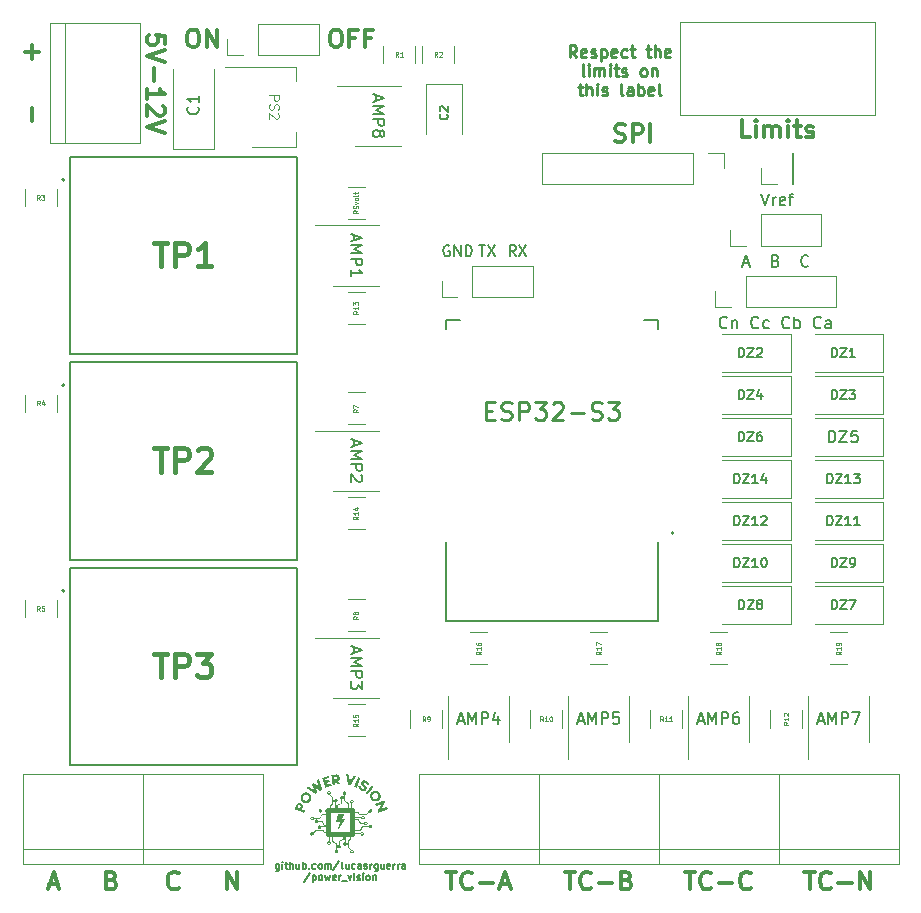
<source format=gbr>
%TF.GenerationSoftware,KiCad,Pcbnew,7.0.10*%
%TF.CreationDate,2024-06-26T21:01:35-03:00*%
%TF.ProjectId,board,626f6172-642e-46b6-9963-61645f706362,1.0*%
%TF.SameCoordinates,Original*%
%TF.FileFunction,Legend,Top*%
%TF.FilePolarity,Positive*%
%FSLAX46Y46*%
G04 Gerber Fmt 4.6, Leading zero omitted, Abs format (unit mm)*
G04 Created by KiCad (PCBNEW 7.0.10) date 2024-06-26 21:01:35*
%MOMM*%
%LPD*%
G01*
G04 APERTURE LIST*
%ADD10C,0.100000*%
%ADD11C,0.150000*%
%ADD12C,0.250000*%
%ADD13C,0.300000*%
%ADD14C,0.400000*%
%ADD15C,0.200000*%
%ADD16C,0.120000*%
%ADD17C,0.127000*%
G04 APERTURE END LIST*
D10*
X170434000Y-49936400D02*
X186994800Y-49936400D01*
X186994800Y-57810400D01*
X170434000Y-57810400D01*
X170434000Y-49936400D01*
D11*
X136517715Y-121234771D02*
X136517715Y-121720485D01*
X136517715Y-121720485D02*
X136489143Y-121777628D01*
X136489143Y-121777628D02*
X136460572Y-121806200D01*
X136460572Y-121806200D02*
X136403429Y-121834771D01*
X136403429Y-121834771D02*
X136317715Y-121834771D01*
X136317715Y-121834771D02*
X136260572Y-121806200D01*
X136517715Y-121606200D02*
X136460572Y-121634771D01*
X136460572Y-121634771D02*
X136346286Y-121634771D01*
X136346286Y-121634771D02*
X136289143Y-121606200D01*
X136289143Y-121606200D02*
X136260572Y-121577628D01*
X136260572Y-121577628D02*
X136232000Y-121520485D01*
X136232000Y-121520485D02*
X136232000Y-121349057D01*
X136232000Y-121349057D02*
X136260572Y-121291914D01*
X136260572Y-121291914D02*
X136289143Y-121263342D01*
X136289143Y-121263342D02*
X136346286Y-121234771D01*
X136346286Y-121234771D02*
X136460572Y-121234771D01*
X136460572Y-121234771D02*
X136517715Y-121263342D01*
X136803429Y-121634771D02*
X136803429Y-121234771D01*
X136803429Y-121034771D02*
X136774857Y-121063342D01*
X136774857Y-121063342D02*
X136803429Y-121091914D01*
X136803429Y-121091914D02*
X136832000Y-121063342D01*
X136832000Y-121063342D02*
X136803429Y-121034771D01*
X136803429Y-121034771D02*
X136803429Y-121091914D01*
X137003428Y-121234771D02*
X137232000Y-121234771D01*
X137089143Y-121034771D02*
X137089143Y-121549057D01*
X137089143Y-121549057D02*
X137117714Y-121606200D01*
X137117714Y-121606200D02*
X137174857Y-121634771D01*
X137174857Y-121634771D02*
X137232000Y-121634771D01*
X137432000Y-121634771D02*
X137432000Y-121034771D01*
X137689143Y-121634771D02*
X137689143Y-121320485D01*
X137689143Y-121320485D02*
X137660571Y-121263342D01*
X137660571Y-121263342D02*
X137603428Y-121234771D01*
X137603428Y-121234771D02*
X137517714Y-121234771D01*
X137517714Y-121234771D02*
X137460571Y-121263342D01*
X137460571Y-121263342D02*
X137432000Y-121291914D01*
X138232000Y-121234771D02*
X138232000Y-121634771D01*
X137974857Y-121234771D02*
X137974857Y-121549057D01*
X137974857Y-121549057D02*
X138003428Y-121606200D01*
X138003428Y-121606200D02*
X138060571Y-121634771D01*
X138060571Y-121634771D02*
X138146285Y-121634771D01*
X138146285Y-121634771D02*
X138203428Y-121606200D01*
X138203428Y-121606200D02*
X138232000Y-121577628D01*
X138517714Y-121634771D02*
X138517714Y-121034771D01*
X138517714Y-121263342D02*
X138574857Y-121234771D01*
X138574857Y-121234771D02*
X138689142Y-121234771D01*
X138689142Y-121234771D02*
X138746285Y-121263342D01*
X138746285Y-121263342D02*
X138774857Y-121291914D01*
X138774857Y-121291914D02*
X138803428Y-121349057D01*
X138803428Y-121349057D02*
X138803428Y-121520485D01*
X138803428Y-121520485D02*
X138774857Y-121577628D01*
X138774857Y-121577628D02*
X138746285Y-121606200D01*
X138746285Y-121606200D02*
X138689142Y-121634771D01*
X138689142Y-121634771D02*
X138574857Y-121634771D01*
X138574857Y-121634771D02*
X138517714Y-121606200D01*
X139060571Y-121577628D02*
X139089142Y-121606200D01*
X139089142Y-121606200D02*
X139060571Y-121634771D01*
X139060571Y-121634771D02*
X139031999Y-121606200D01*
X139031999Y-121606200D02*
X139060571Y-121577628D01*
X139060571Y-121577628D02*
X139060571Y-121634771D01*
X139603428Y-121606200D02*
X139546285Y-121634771D01*
X139546285Y-121634771D02*
X139431999Y-121634771D01*
X139431999Y-121634771D02*
X139374856Y-121606200D01*
X139374856Y-121606200D02*
X139346285Y-121577628D01*
X139346285Y-121577628D02*
X139317713Y-121520485D01*
X139317713Y-121520485D02*
X139317713Y-121349057D01*
X139317713Y-121349057D02*
X139346285Y-121291914D01*
X139346285Y-121291914D02*
X139374856Y-121263342D01*
X139374856Y-121263342D02*
X139431999Y-121234771D01*
X139431999Y-121234771D02*
X139546285Y-121234771D01*
X139546285Y-121234771D02*
X139603428Y-121263342D01*
X139946285Y-121634771D02*
X139889142Y-121606200D01*
X139889142Y-121606200D02*
X139860571Y-121577628D01*
X139860571Y-121577628D02*
X139831999Y-121520485D01*
X139831999Y-121520485D02*
X139831999Y-121349057D01*
X139831999Y-121349057D02*
X139860571Y-121291914D01*
X139860571Y-121291914D02*
X139889142Y-121263342D01*
X139889142Y-121263342D02*
X139946285Y-121234771D01*
X139946285Y-121234771D02*
X140031999Y-121234771D01*
X140031999Y-121234771D02*
X140089142Y-121263342D01*
X140089142Y-121263342D02*
X140117714Y-121291914D01*
X140117714Y-121291914D02*
X140146285Y-121349057D01*
X140146285Y-121349057D02*
X140146285Y-121520485D01*
X140146285Y-121520485D02*
X140117714Y-121577628D01*
X140117714Y-121577628D02*
X140089142Y-121606200D01*
X140089142Y-121606200D02*
X140031999Y-121634771D01*
X140031999Y-121634771D02*
X139946285Y-121634771D01*
X140403428Y-121634771D02*
X140403428Y-121234771D01*
X140403428Y-121291914D02*
X140431999Y-121263342D01*
X140431999Y-121263342D02*
X140489142Y-121234771D01*
X140489142Y-121234771D02*
X140574856Y-121234771D01*
X140574856Y-121234771D02*
X140631999Y-121263342D01*
X140631999Y-121263342D02*
X140660571Y-121320485D01*
X140660571Y-121320485D02*
X140660571Y-121634771D01*
X140660571Y-121320485D02*
X140689142Y-121263342D01*
X140689142Y-121263342D02*
X140746285Y-121234771D01*
X140746285Y-121234771D02*
X140831999Y-121234771D01*
X140831999Y-121234771D02*
X140889142Y-121263342D01*
X140889142Y-121263342D02*
X140917713Y-121320485D01*
X140917713Y-121320485D02*
X140917713Y-121634771D01*
X141631999Y-121006200D02*
X141117713Y-121777628D01*
X141917713Y-121634771D02*
X141860570Y-121606200D01*
X141860570Y-121606200D02*
X141831999Y-121549057D01*
X141831999Y-121549057D02*
X141831999Y-121034771D01*
X142403428Y-121234771D02*
X142403428Y-121634771D01*
X142146285Y-121234771D02*
X142146285Y-121549057D01*
X142146285Y-121549057D02*
X142174856Y-121606200D01*
X142174856Y-121606200D02*
X142231999Y-121634771D01*
X142231999Y-121634771D02*
X142317713Y-121634771D01*
X142317713Y-121634771D02*
X142374856Y-121606200D01*
X142374856Y-121606200D02*
X142403428Y-121577628D01*
X142946285Y-121606200D02*
X142889142Y-121634771D01*
X142889142Y-121634771D02*
X142774856Y-121634771D01*
X142774856Y-121634771D02*
X142717713Y-121606200D01*
X142717713Y-121606200D02*
X142689142Y-121577628D01*
X142689142Y-121577628D02*
X142660570Y-121520485D01*
X142660570Y-121520485D02*
X142660570Y-121349057D01*
X142660570Y-121349057D02*
X142689142Y-121291914D01*
X142689142Y-121291914D02*
X142717713Y-121263342D01*
X142717713Y-121263342D02*
X142774856Y-121234771D01*
X142774856Y-121234771D02*
X142889142Y-121234771D01*
X142889142Y-121234771D02*
X142946285Y-121263342D01*
X143460571Y-121634771D02*
X143460571Y-121320485D01*
X143460571Y-121320485D02*
X143431999Y-121263342D01*
X143431999Y-121263342D02*
X143374856Y-121234771D01*
X143374856Y-121234771D02*
X143260571Y-121234771D01*
X143260571Y-121234771D02*
X143203428Y-121263342D01*
X143460571Y-121606200D02*
X143403428Y-121634771D01*
X143403428Y-121634771D02*
X143260571Y-121634771D01*
X143260571Y-121634771D02*
X143203428Y-121606200D01*
X143203428Y-121606200D02*
X143174856Y-121549057D01*
X143174856Y-121549057D02*
X143174856Y-121491914D01*
X143174856Y-121491914D02*
X143203428Y-121434771D01*
X143203428Y-121434771D02*
X143260571Y-121406200D01*
X143260571Y-121406200D02*
X143403428Y-121406200D01*
X143403428Y-121406200D02*
X143460571Y-121377628D01*
X143717713Y-121606200D02*
X143774856Y-121634771D01*
X143774856Y-121634771D02*
X143889142Y-121634771D01*
X143889142Y-121634771D02*
X143946285Y-121606200D01*
X143946285Y-121606200D02*
X143974856Y-121549057D01*
X143974856Y-121549057D02*
X143974856Y-121520485D01*
X143974856Y-121520485D02*
X143946285Y-121463342D01*
X143946285Y-121463342D02*
X143889142Y-121434771D01*
X143889142Y-121434771D02*
X143803428Y-121434771D01*
X143803428Y-121434771D02*
X143746285Y-121406200D01*
X143746285Y-121406200D02*
X143717713Y-121349057D01*
X143717713Y-121349057D02*
X143717713Y-121320485D01*
X143717713Y-121320485D02*
X143746285Y-121263342D01*
X143746285Y-121263342D02*
X143803428Y-121234771D01*
X143803428Y-121234771D02*
X143889142Y-121234771D01*
X143889142Y-121234771D02*
X143946285Y-121263342D01*
X144231999Y-121634771D02*
X144231999Y-121234771D01*
X144231999Y-121349057D02*
X144260570Y-121291914D01*
X144260570Y-121291914D02*
X144289142Y-121263342D01*
X144289142Y-121263342D02*
X144346284Y-121234771D01*
X144346284Y-121234771D02*
X144403427Y-121234771D01*
X144860571Y-121234771D02*
X144860571Y-121720485D01*
X144860571Y-121720485D02*
X144831999Y-121777628D01*
X144831999Y-121777628D02*
X144803428Y-121806200D01*
X144803428Y-121806200D02*
X144746285Y-121834771D01*
X144746285Y-121834771D02*
X144660571Y-121834771D01*
X144660571Y-121834771D02*
X144603428Y-121806200D01*
X144860571Y-121606200D02*
X144803428Y-121634771D01*
X144803428Y-121634771D02*
X144689142Y-121634771D01*
X144689142Y-121634771D02*
X144631999Y-121606200D01*
X144631999Y-121606200D02*
X144603428Y-121577628D01*
X144603428Y-121577628D02*
X144574856Y-121520485D01*
X144574856Y-121520485D02*
X144574856Y-121349057D01*
X144574856Y-121349057D02*
X144603428Y-121291914D01*
X144603428Y-121291914D02*
X144631999Y-121263342D01*
X144631999Y-121263342D02*
X144689142Y-121234771D01*
X144689142Y-121234771D02*
X144803428Y-121234771D01*
X144803428Y-121234771D02*
X144860571Y-121263342D01*
X145403428Y-121234771D02*
X145403428Y-121634771D01*
X145146285Y-121234771D02*
X145146285Y-121549057D01*
X145146285Y-121549057D02*
X145174856Y-121606200D01*
X145174856Y-121606200D02*
X145231999Y-121634771D01*
X145231999Y-121634771D02*
X145317713Y-121634771D01*
X145317713Y-121634771D02*
X145374856Y-121606200D01*
X145374856Y-121606200D02*
X145403428Y-121577628D01*
X145917713Y-121606200D02*
X145860570Y-121634771D01*
X145860570Y-121634771D02*
X145746285Y-121634771D01*
X145746285Y-121634771D02*
X145689142Y-121606200D01*
X145689142Y-121606200D02*
X145660570Y-121549057D01*
X145660570Y-121549057D02*
X145660570Y-121320485D01*
X145660570Y-121320485D02*
X145689142Y-121263342D01*
X145689142Y-121263342D02*
X145746285Y-121234771D01*
X145746285Y-121234771D02*
X145860570Y-121234771D01*
X145860570Y-121234771D02*
X145917713Y-121263342D01*
X145917713Y-121263342D02*
X145946285Y-121320485D01*
X145946285Y-121320485D02*
X145946285Y-121377628D01*
X145946285Y-121377628D02*
X145660570Y-121434771D01*
X146203428Y-121634771D02*
X146203428Y-121234771D01*
X146203428Y-121349057D02*
X146231999Y-121291914D01*
X146231999Y-121291914D02*
X146260571Y-121263342D01*
X146260571Y-121263342D02*
X146317713Y-121234771D01*
X146317713Y-121234771D02*
X146374856Y-121234771D01*
X146574857Y-121634771D02*
X146574857Y-121234771D01*
X146574857Y-121349057D02*
X146603428Y-121291914D01*
X146603428Y-121291914D02*
X146632000Y-121263342D01*
X146632000Y-121263342D02*
X146689142Y-121234771D01*
X146689142Y-121234771D02*
X146746285Y-121234771D01*
X147203429Y-121634771D02*
X147203429Y-121320485D01*
X147203429Y-121320485D02*
X147174857Y-121263342D01*
X147174857Y-121263342D02*
X147117714Y-121234771D01*
X147117714Y-121234771D02*
X147003429Y-121234771D01*
X147003429Y-121234771D02*
X146946286Y-121263342D01*
X147203429Y-121606200D02*
X147146286Y-121634771D01*
X147146286Y-121634771D02*
X147003429Y-121634771D01*
X147003429Y-121634771D02*
X146946286Y-121606200D01*
X146946286Y-121606200D02*
X146917714Y-121549057D01*
X146917714Y-121549057D02*
X146917714Y-121491914D01*
X146917714Y-121491914D02*
X146946286Y-121434771D01*
X146946286Y-121434771D02*
X147003429Y-121406200D01*
X147003429Y-121406200D02*
X147146286Y-121406200D01*
X147146286Y-121406200D02*
X147203429Y-121377628D01*
X139160572Y-121972200D02*
X138646286Y-122743628D01*
X139360572Y-122200771D02*
X139360572Y-122800771D01*
X139360572Y-122229342D02*
X139417715Y-122200771D01*
X139417715Y-122200771D02*
X139532000Y-122200771D01*
X139532000Y-122200771D02*
X139589143Y-122229342D01*
X139589143Y-122229342D02*
X139617715Y-122257914D01*
X139617715Y-122257914D02*
X139646286Y-122315057D01*
X139646286Y-122315057D02*
X139646286Y-122486485D01*
X139646286Y-122486485D02*
X139617715Y-122543628D01*
X139617715Y-122543628D02*
X139589143Y-122572200D01*
X139589143Y-122572200D02*
X139532000Y-122600771D01*
X139532000Y-122600771D02*
X139417715Y-122600771D01*
X139417715Y-122600771D02*
X139360572Y-122572200D01*
X139989143Y-122600771D02*
X139932000Y-122572200D01*
X139932000Y-122572200D02*
X139903429Y-122543628D01*
X139903429Y-122543628D02*
X139874857Y-122486485D01*
X139874857Y-122486485D02*
X139874857Y-122315057D01*
X139874857Y-122315057D02*
X139903429Y-122257914D01*
X139903429Y-122257914D02*
X139932000Y-122229342D01*
X139932000Y-122229342D02*
X139989143Y-122200771D01*
X139989143Y-122200771D02*
X140074857Y-122200771D01*
X140074857Y-122200771D02*
X140132000Y-122229342D01*
X140132000Y-122229342D02*
X140160572Y-122257914D01*
X140160572Y-122257914D02*
X140189143Y-122315057D01*
X140189143Y-122315057D02*
X140189143Y-122486485D01*
X140189143Y-122486485D02*
X140160572Y-122543628D01*
X140160572Y-122543628D02*
X140132000Y-122572200D01*
X140132000Y-122572200D02*
X140074857Y-122600771D01*
X140074857Y-122600771D02*
X139989143Y-122600771D01*
X140389143Y-122200771D02*
X140503429Y-122600771D01*
X140503429Y-122600771D02*
X140617714Y-122315057D01*
X140617714Y-122315057D02*
X140732000Y-122600771D01*
X140732000Y-122600771D02*
X140846286Y-122200771D01*
X141303428Y-122572200D02*
X141246285Y-122600771D01*
X141246285Y-122600771D02*
X141132000Y-122600771D01*
X141132000Y-122600771D02*
X141074857Y-122572200D01*
X141074857Y-122572200D02*
X141046285Y-122515057D01*
X141046285Y-122515057D02*
X141046285Y-122286485D01*
X141046285Y-122286485D02*
X141074857Y-122229342D01*
X141074857Y-122229342D02*
X141132000Y-122200771D01*
X141132000Y-122200771D02*
X141246285Y-122200771D01*
X141246285Y-122200771D02*
X141303428Y-122229342D01*
X141303428Y-122229342D02*
X141332000Y-122286485D01*
X141332000Y-122286485D02*
X141332000Y-122343628D01*
X141332000Y-122343628D02*
X141046285Y-122400771D01*
X141589143Y-122600771D02*
X141589143Y-122200771D01*
X141589143Y-122315057D02*
X141617714Y-122257914D01*
X141617714Y-122257914D02*
X141646286Y-122229342D01*
X141646286Y-122229342D02*
X141703428Y-122200771D01*
X141703428Y-122200771D02*
X141760571Y-122200771D01*
X141817715Y-122657914D02*
X142274857Y-122657914D01*
X142360572Y-122200771D02*
X142503429Y-122600771D01*
X142503429Y-122600771D02*
X142646286Y-122200771D01*
X142874858Y-122600771D02*
X142874858Y-122200771D01*
X142874858Y-122000771D02*
X142846286Y-122029342D01*
X142846286Y-122029342D02*
X142874858Y-122057914D01*
X142874858Y-122057914D02*
X142903429Y-122029342D01*
X142903429Y-122029342D02*
X142874858Y-122000771D01*
X142874858Y-122000771D02*
X142874858Y-122057914D01*
X143132000Y-122572200D02*
X143189143Y-122600771D01*
X143189143Y-122600771D02*
X143303429Y-122600771D01*
X143303429Y-122600771D02*
X143360572Y-122572200D01*
X143360572Y-122572200D02*
X143389143Y-122515057D01*
X143389143Y-122515057D02*
X143389143Y-122486485D01*
X143389143Y-122486485D02*
X143360572Y-122429342D01*
X143360572Y-122429342D02*
X143303429Y-122400771D01*
X143303429Y-122400771D02*
X143217715Y-122400771D01*
X143217715Y-122400771D02*
X143160572Y-122372200D01*
X143160572Y-122372200D02*
X143132000Y-122315057D01*
X143132000Y-122315057D02*
X143132000Y-122286485D01*
X143132000Y-122286485D02*
X143160572Y-122229342D01*
X143160572Y-122229342D02*
X143217715Y-122200771D01*
X143217715Y-122200771D02*
X143303429Y-122200771D01*
X143303429Y-122200771D02*
X143360572Y-122229342D01*
X143646286Y-122600771D02*
X143646286Y-122200771D01*
X143646286Y-122000771D02*
X143617714Y-122029342D01*
X143617714Y-122029342D02*
X143646286Y-122057914D01*
X143646286Y-122057914D02*
X143674857Y-122029342D01*
X143674857Y-122029342D02*
X143646286Y-122000771D01*
X143646286Y-122000771D02*
X143646286Y-122057914D01*
X144017714Y-122600771D02*
X143960571Y-122572200D01*
X143960571Y-122572200D02*
X143932000Y-122543628D01*
X143932000Y-122543628D02*
X143903428Y-122486485D01*
X143903428Y-122486485D02*
X143903428Y-122315057D01*
X143903428Y-122315057D02*
X143932000Y-122257914D01*
X143932000Y-122257914D02*
X143960571Y-122229342D01*
X143960571Y-122229342D02*
X144017714Y-122200771D01*
X144017714Y-122200771D02*
X144103428Y-122200771D01*
X144103428Y-122200771D02*
X144160571Y-122229342D01*
X144160571Y-122229342D02*
X144189143Y-122257914D01*
X144189143Y-122257914D02*
X144217714Y-122315057D01*
X144217714Y-122315057D02*
X144217714Y-122486485D01*
X144217714Y-122486485D02*
X144189143Y-122543628D01*
X144189143Y-122543628D02*
X144160571Y-122572200D01*
X144160571Y-122572200D02*
X144103428Y-122600771D01*
X144103428Y-122600771D02*
X144017714Y-122600771D01*
X144474857Y-122200771D02*
X144474857Y-122600771D01*
X144474857Y-122257914D02*
X144503428Y-122229342D01*
X144503428Y-122229342D02*
X144560571Y-122200771D01*
X144560571Y-122200771D02*
X144646285Y-122200771D01*
X144646285Y-122200771D02*
X144703428Y-122229342D01*
X144703428Y-122229342D02*
X144732000Y-122286485D01*
X144732000Y-122286485D02*
X144732000Y-122600771D01*
D12*
X161687332Y-52941619D02*
X161353999Y-52465428D01*
X161115904Y-52941619D02*
X161115904Y-51941619D01*
X161115904Y-51941619D02*
X161496856Y-51941619D01*
X161496856Y-51941619D02*
X161592094Y-51989238D01*
X161592094Y-51989238D02*
X161639713Y-52036857D01*
X161639713Y-52036857D02*
X161687332Y-52132095D01*
X161687332Y-52132095D02*
X161687332Y-52274952D01*
X161687332Y-52274952D02*
X161639713Y-52370190D01*
X161639713Y-52370190D02*
X161592094Y-52417809D01*
X161592094Y-52417809D02*
X161496856Y-52465428D01*
X161496856Y-52465428D02*
X161115904Y-52465428D01*
X162496856Y-52894000D02*
X162401618Y-52941619D01*
X162401618Y-52941619D02*
X162211142Y-52941619D01*
X162211142Y-52941619D02*
X162115904Y-52894000D01*
X162115904Y-52894000D02*
X162068285Y-52798761D01*
X162068285Y-52798761D02*
X162068285Y-52417809D01*
X162068285Y-52417809D02*
X162115904Y-52322571D01*
X162115904Y-52322571D02*
X162211142Y-52274952D01*
X162211142Y-52274952D02*
X162401618Y-52274952D01*
X162401618Y-52274952D02*
X162496856Y-52322571D01*
X162496856Y-52322571D02*
X162544475Y-52417809D01*
X162544475Y-52417809D02*
X162544475Y-52513047D01*
X162544475Y-52513047D02*
X162068285Y-52608285D01*
X162925428Y-52894000D02*
X163020666Y-52941619D01*
X163020666Y-52941619D02*
X163211142Y-52941619D01*
X163211142Y-52941619D02*
X163306380Y-52894000D01*
X163306380Y-52894000D02*
X163353999Y-52798761D01*
X163353999Y-52798761D02*
X163353999Y-52751142D01*
X163353999Y-52751142D02*
X163306380Y-52655904D01*
X163306380Y-52655904D02*
X163211142Y-52608285D01*
X163211142Y-52608285D02*
X163068285Y-52608285D01*
X163068285Y-52608285D02*
X162973047Y-52560666D01*
X162973047Y-52560666D02*
X162925428Y-52465428D01*
X162925428Y-52465428D02*
X162925428Y-52417809D01*
X162925428Y-52417809D02*
X162973047Y-52322571D01*
X162973047Y-52322571D02*
X163068285Y-52274952D01*
X163068285Y-52274952D02*
X163211142Y-52274952D01*
X163211142Y-52274952D02*
X163306380Y-52322571D01*
X163782571Y-52274952D02*
X163782571Y-53274952D01*
X163782571Y-52322571D02*
X163877809Y-52274952D01*
X163877809Y-52274952D02*
X164068285Y-52274952D01*
X164068285Y-52274952D02*
X164163523Y-52322571D01*
X164163523Y-52322571D02*
X164211142Y-52370190D01*
X164211142Y-52370190D02*
X164258761Y-52465428D01*
X164258761Y-52465428D02*
X164258761Y-52751142D01*
X164258761Y-52751142D02*
X164211142Y-52846380D01*
X164211142Y-52846380D02*
X164163523Y-52894000D01*
X164163523Y-52894000D02*
X164068285Y-52941619D01*
X164068285Y-52941619D02*
X163877809Y-52941619D01*
X163877809Y-52941619D02*
X163782571Y-52894000D01*
X165068285Y-52894000D02*
X164973047Y-52941619D01*
X164973047Y-52941619D02*
X164782571Y-52941619D01*
X164782571Y-52941619D02*
X164687333Y-52894000D01*
X164687333Y-52894000D02*
X164639714Y-52798761D01*
X164639714Y-52798761D02*
X164639714Y-52417809D01*
X164639714Y-52417809D02*
X164687333Y-52322571D01*
X164687333Y-52322571D02*
X164782571Y-52274952D01*
X164782571Y-52274952D02*
X164973047Y-52274952D01*
X164973047Y-52274952D02*
X165068285Y-52322571D01*
X165068285Y-52322571D02*
X165115904Y-52417809D01*
X165115904Y-52417809D02*
X165115904Y-52513047D01*
X165115904Y-52513047D02*
X164639714Y-52608285D01*
X165973047Y-52894000D02*
X165877809Y-52941619D01*
X165877809Y-52941619D02*
X165687333Y-52941619D01*
X165687333Y-52941619D02*
X165592095Y-52894000D01*
X165592095Y-52894000D02*
X165544476Y-52846380D01*
X165544476Y-52846380D02*
X165496857Y-52751142D01*
X165496857Y-52751142D02*
X165496857Y-52465428D01*
X165496857Y-52465428D02*
X165544476Y-52370190D01*
X165544476Y-52370190D02*
X165592095Y-52322571D01*
X165592095Y-52322571D02*
X165687333Y-52274952D01*
X165687333Y-52274952D02*
X165877809Y-52274952D01*
X165877809Y-52274952D02*
X165973047Y-52322571D01*
X166258762Y-52274952D02*
X166639714Y-52274952D01*
X166401619Y-51941619D02*
X166401619Y-52798761D01*
X166401619Y-52798761D02*
X166449238Y-52894000D01*
X166449238Y-52894000D02*
X166544476Y-52941619D01*
X166544476Y-52941619D02*
X166639714Y-52941619D01*
X167592096Y-52274952D02*
X167973048Y-52274952D01*
X167734953Y-51941619D02*
X167734953Y-52798761D01*
X167734953Y-52798761D02*
X167782572Y-52894000D01*
X167782572Y-52894000D02*
X167877810Y-52941619D01*
X167877810Y-52941619D02*
X167973048Y-52941619D01*
X168306382Y-52941619D02*
X168306382Y-51941619D01*
X168734953Y-52941619D02*
X168734953Y-52417809D01*
X168734953Y-52417809D02*
X168687334Y-52322571D01*
X168687334Y-52322571D02*
X168592096Y-52274952D01*
X168592096Y-52274952D02*
X168449239Y-52274952D01*
X168449239Y-52274952D02*
X168354001Y-52322571D01*
X168354001Y-52322571D02*
X168306382Y-52370190D01*
X169592096Y-52894000D02*
X169496858Y-52941619D01*
X169496858Y-52941619D02*
X169306382Y-52941619D01*
X169306382Y-52941619D02*
X169211144Y-52894000D01*
X169211144Y-52894000D02*
X169163525Y-52798761D01*
X169163525Y-52798761D02*
X169163525Y-52417809D01*
X169163525Y-52417809D02*
X169211144Y-52322571D01*
X169211144Y-52322571D02*
X169306382Y-52274952D01*
X169306382Y-52274952D02*
X169496858Y-52274952D01*
X169496858Y-52274952D02*
X169592096Y-52322571D01*
X169592096Y-52322571D02*
X169639715Y-52417809D01*
X169639715Y-52417809D02*
X169639715Y-52513047D01*
X169639715Y-52513047D02*
X169163525Y-52608285D01*
X162354000Y-54551619D02*
X162258762Y-54504000D01*
X162258762Y-54504000D02*
X162211143Y-54408761D01*
X162211143Y-54408761D02*
X162211143Y-53551619D01*
X162734953Y-54551619D02*
X162734953Y-53884952D01*
X162734953Y-53551619D02*
X162687334Y-53599238D01*
X162687334Y-53599238D02*
X162734953Y-53646857D01*
X162734953Y-53646857D02*
X162782572Y-53599238D01*
X162782572Y-53599238D02*
X162734953Y-53551619D01*
X162734953Y-53551619D02*
X162734953Y-53646857D01*
X163211143Y-54551619D02*
X163211143Y-53884952D01*
X163211143Y-53980190D02*
X163258762Y-53932571D01*
X163258762Y-53932571D02*
X163354000Y-53884952D01*
X163354000Y-53884952D02*
X163496857Y-53884952D01*
X163496857Y-53884952D02*
X163592095Y-53932571D01*
X163592095Y-53932571D02*
X163639714Y-54027809D01*
X163639714Y-54027809D02*
X163639714Y-54551619D01*
X163639714Y-54027809D02*
X163687333Y-53932571D01*
X163687333Y-53932571D02*
X163782571Y-53884952D01*
X163782571Y-53884952D02*
X163925428Y-53884952D01*
X163925428Y-53884952D02*
X164020667Y-53932571D01*
X164020667Y-53932571D02*
X164068286Y-54027809D01*
X164068286Y-54027809D02*
X164068286Y-54551619D01*
X164544476Y-54551619D02*
X164544476Y-53884952D01*
X164544476Y-53551619D02*
X164496857Y-53599238D01*
X164496857Y-53599238D02*
X164544476Y-53646857D01*
X164544476Y-53646857D02*
X164592095Y-53599238D01*
X164592095Y-53599238D02*
X164544476Y-53551619D01*
X164544476Y-53551619D02*
X164544476Y-53646857D01*
X164877809Y-53884952D02*
X165258761Y-53884952D01*
X165020666Y-53551619D02*
X165020666Y-54408761D01*
X165020666Y-54408761D02*
X165068285Y-54504000D01*
X165068285Y-54504000D02*
X165163523Y-54551619D01*
X165163523Y-54551619D02*
X165258761Y-54551619D01*
X165544476Y-54504000D02*
X165639714Y-54551619D01*
X165639714Y-54551619D02*
X165830190Y-54551619D01*
X165830190Y-54551619D02*
X165925428Y-54504000D01*
X165925428Y-54504000D02*
X165973047Y-54408761D01*
X165973047Y-54408761D02*
X165973047Y-54361142D01*
X165973047Y-54361142D02*
X165925428Y-54265904D01*
X165925428Y-54265904D02*
X165830190Y-54218285D01*
X165830190Y-54218285D02*
X165687333Y-54218285D01*
X165687333Y-54218285D02*
X165592095Y-54170666D01*
X165592095Y-54170666D02*
X165544476Y-54075428D01*
X165544476Y-54075428D02*
X165544476Y-54027809D01*
X165544476Y-54027809D02*
X165592095Y-53932571D01*
X165592095Y-53932571D02*
X165687333Y-53884952D01*
X165687333Y-53884952D02*
X165830190Y-53884952D01*
X165830190Y-53884952D02*
X165925428Y-53932571D01*
X167306381Y-54551619D02*
X167211143Y-54504000D01*
X167211143Y-54504000D02*
X167163524Y-54456380D01*
X167163524Y-54456380D02*
X167115905Y-54361142D01*
X167115905Y-54361142D02*
X167115905Y-54075428D01*
X167115905Y-54075428D02*
X167163524Y-53980190D01*
X167163524Y-53980190D02*
X167211143Y-53932571D01*
X167211143Y-53932571D02*
X167306381Y-53884952D01*
X167306381Y-53884952D02*
X167449238Y-53884952D01*
X167449238Y-53884952D02*
X167544476Y-53932571D01*
X167544476Y-53932571D02*
X167592095Y-53980190D01*
X167592095Y-53980190D02*
X167639714Y-54075428D01*
X167639714Y-54075428D02*
X167639714Y-54361142D01*
X167639714Y-54361142D02*
X167592095Y-54456380D01*
X167592095Y-54456380D02*
X167544476Y-54504000D01*
X167544476Y-54504000D02*
X167449238Y-54551619D01*
X167449238Y-54551619D02*
X167306381Y-54551619D01*
X168068286Y-53884952D02*
X168068286Y-54551619D01*
X168068286Y-53980190D02*
X168115905Y-53932571D01*
X168115905Y-53932571D02*
X168211143Y-53884952D01*
X168211143Y-53884952D02*
X168354000Y-53884952D01*
X168354000Y-53884952D02*
X168449238Y-53932571D01*
X168449238Y-53932571D02*
X168496857Y-54027809D01*
X168496857Y-54027809D02*
X168496857Y-54551619D01*
X161830190Y-55494952D02*
X162211142Y-55494952D01*
X161973047Y-55161619D02*
X161973047Y-56018761D01*
X161973047Y-56018761D02*
X162020666Y-56114000D01*
X162020666Y-56114000D02*
X162115904Y-56161619D01*
X162115904Y-56161619D02*
X162211142Y-56161619D01*
X162544476Y-56161619D02*
X162544476Y-55161619D01*
X162973047Y-56161619D02*
X162973047Y-55637809D01*
X162973047Y-55637809D02*
X162925428Y-55542571D01*
X162925428Y-55542571D02*
X162830190Y-55494952D01*
X162830190Y-55494952D02*
X162687333Y-55494952D01*
X162687333Y-55494952D02*
X162592095Y-55542571D01*
X162592095Y-55542571D02*
X162544476Y-55590190D01*
X163449238Y-56161619D02*
X163449238Y-55494952D01*
X163449238Y-55161619D02*
X163401619Y-55209238D01*
X163401619Y-55209238D02*
X163449238Y-55256857D01*
X163449238Y-55256857D02*
X163496857Y-55209238D01*
X163496857Y-55209238D02*
X163449238Y-55161619D01*
X163449238Y-55161619D02*
X163449238Y-55256857D01*
X163877809Y-56114000D02*
X163973047Y-56161619D01*
X163973047Y-56161619D02*
X164163523Y-56161619D01*
X164163523Y-56161619D02*
X164258761Y-56114000D01*
X164258761Y-56114000D02*
X164306380Y-56018761D01*
X164306380Y-56018761D02*
X164306380Y-55971142D01*
X164306380Y-55971142D02*
X164258761Y-55875904D01*
X164258761Y-55875904D02*
X164163523Y-55828285D01*
X164163523Y-55828285D02*
X164020666Y-55828285D01*
X164020666Y-55828285D02*
X163925428Y-55780666D01*
X163925428Y-55780666D02*
X163877809Y-55685428D01*
X163877809Y-55685428D02*
X163877809Y-55637809D01*
X163877809Y-55637809D02*
X163925428Y-55542571D01*
X163925428Y-55542571D02*
X164020666Y-55494952D01*
X164020666Y-55494952D02*
X164163523Y-55494952D01*
X164163523Y-55494952D02*
X164258761Y-55542571D01*
X165639714Y-56161619D02*
X165544476Y-56114000D01*
X165544476Y-56114000D02*
X165496857Y-56018761D01*
X165496857Y-56018761D02*
X165496857Y-55161619D01*
X166449238Y-56161619D02*
X166449238Y-55637809D01*
X166449238Y-55637809D02*
X166401619Y-55542571D01*
X166401619Y-55542571D02*
X166306381Y-55494952D01*
X166306381Y-55494952D02*
X166115905Y-55494952D01*
X166115905Y-55494952D02*
X166020667Y-55542571D01*
X166449238Y-56114000D02*
X166354000Y-56161619D01*
X166354000Y-56161619D02*
X166115905Y-56161619D01*
X166115905Y-56161619D02*
X166020667Y-56114000D01*
X166020667Y-56114000D02*
X165973048Y-56018761D01*
X165973048Y-56018761D02*
X165973048Y-55923523D01*
X165973048Y-55923523D02*
X166020667Y-55828285D01*
X166020667Y-55828285D02*
X166115905Y-55780666D01*
X166115905Y-55780666D02*
X166354000Y-55780666D01*
X166354000Y-55780666D02*
X166449238Y-55733047D01*
X166925429Y-56161619D02*
X166925429Y-55161619D01*
X166925429Y-55542571D02*
X167020667Y-55494952D01*
X167020667Y-55494952D02*
X167211143Y-55494952D01*
X167211143Y-55494952D02*
X167306381Y-55542571D01*
X167306381Y-55542571D02*
X167354000Y-55590190D01*
X167354000Y-55590190D02*
X167401619Y-55685428D01*
X167401619Y-55685428D02*
X167401619Y-55971142D01*
X167401619Y-55971142D02*
X167354000Y-56066380D01*
X167354000Y-56066380D02*
X167306381Y-56114000D01*
X167306381Y-56114000D02*
X167211143Y-56161619D01*
X167211143Y-56161619D02*
X167020667Y-56161619D01*
X167020667Y-56161619D02*
X166925429Y-56114000D01*
X168211143Y-56114000D02*
X168115905Y-56161619D01*
X168115905Y-56161619D02*
X167925429Y-56161619D01*
X167925429Y-56161619D02*
X167830191Y-56114000D01*
X167830191Y-56114000D02*
X167782572Y-56018761D01*
X167782572Y-56018761D02*
X167782572Y-55637809D01*
X167782572Y-55637809D02*
X167830191Y-55542571D01*
X167830191Y-55542571D02*
X167925429Y-55494952D01*
X167925429Y-55494952D02*
X168115905Y-55494952D01*
X168115905Y-55494952D02*
X168211143Y-55542571D01*
X168211143Y-55542571D02*
X168258762Y-55637809D01*
X168258762Y-55637809D02*
X168258762Y-55733047D01*
X168258762Y-55733047D02*
X167782572Y-55828285D01*
X168830191Y-56161619D02*
X168734953Y-56114000D01*
X168734953Y-56114000D02*
X168687334Y-56018761D01*
X168687334Y-56018761D02*
X168687334Y-55161619D01*
D13*
X176403285Y-59733328D02*
X175688999Y-59733328D01*
X175688999Y-59733328D02*
X175688999Y-58233328D01*
X176903285Y-59733328D02*
X176903285Y-58733328D01*
X176903285Y-58233328D02*
X176831857Y-58304757D01*
X176831857Y-58304757D02*
X176903285Y-58376185D01*
X176903285Y-58376185D02*
X176974714Y-58304757D01*
X176974714Y-58304757D02*
X176903285Y-58233328D01*
X176903285Y-58233328D02*
X176903285Y-58376185D01*
X177617571Y-59733328D02*
X177617571Y-58733328D01*
X177617571Y-58876185D02*
X177689000Y-58804757D01*
X177689000Y-58804757D02*
X177831857Y-58733328D01*
X177831857Y-58733328D02*
X178046143Y-58733328D01*
X178046143Y-58733328D02*
X178189000Y-58804757D01*
X178189000Y-58804757D02*
X178260429Y-58947614D01*
X178260429Y-58947614D02*
X178260429Y-59733328D01*
X178260429Y-58947614D02*
X178331857Y-58804757D01*
X178331857Y-58804757D02*
X178474714Y-58733328D01*
X178474714Y-58733328D02*
X178689000Y-58733328D01*
X178689000Y-58733328D02*
X178831857Y-58804757D01*
X178831857Y-58804757D02*
X178903286Y-58947614D01*
X178903286Y-58947614D02*
X178903286Y-59733328D01*
X179617571Y-59733328D02*
X179617571Y-58733328D01*
X179617571Y-58233328D02*
X179546143Y-58304757D01*
X179546143Y-58304757D02*
X179617571Y-58376185D01*
X179617571Y-58376185D02*
X179689000Y-58304757D01*
X179689000Y-58304757D02*
X179617571Y-58233328D01*
X179617571Y-58233328D02*
X179617571Y-58376185D01*
X180117572Y-58733328D02*
X180689000Y-58733328D01*
X180331857Y-58233328D02*
X180331857Y-59519042D01*
X180331857Y-59519042D02*
X180403286Y-59661900D01*
X180403286Y-59661900D02*
X180546143Y-59733328D01*
X180546143Y-59733328D02*
X180689000Y-59733328D01*
X181117572Y-59661900D02*
X181260429Y-59733328D01*
X181260429Y-59733328D02*
X181546143Y-59733328D01*
X181546143Y-59733328D02*
X181689000Y-59661900D01*
X181689000Y-59661900D02*
X181760429Y-59519042D01*
X181760429Y-59519042D02*
X181760429Y-59447614D01*
X181760429Y-59447614D02*
X181689000Y-59304757D01*
X181689000Y-59304757D02*
X181546143Y-59233328D01*
X181546143Y-59233328D02*
X181331858Y-59233328D01*
X181331858Y-59233328D02*
X181189000Y-59161900D01*
X181189000Y-59161900D02*
X181117572Y-59019042D01*
X181117572Y-59019042D02*
X181117572Y-58947614D01*
X181117572Y-58947614D02*
X181189000Y-58804757D01*
X181189000Y-58804757D02*
X181331858Y-58733328D01*
X181331858Y-58733328D02*
X181546143Y-58733328D01*
X181546143Y-58733328D02*
X181689000Y-58804757D01*
D11*
X142871433Y-102898000D02*
X142871433Y-103364667D01*
X142591433Y-102804667D02*
X143571433Y-103131334D01*
X143571433Y-103131334D02*
X142591433Y-103458000D01*
X142591433Y-103784667D02*
X143571433Y-103784667D01*
X143571433Y-103784667D02*
X142871433Y-104111334D01*
X142871433Y-104111334D02*
X143571433Y-104438000D01*
X143571433Y-104438000D02*
X142591433Y-104438000D01*
X142591433Y-104904667D02*
X143571433Y-104904667D01*
X143571433Y-104904667D02*
X143571433Y-105278000D01*
X143571433Y-105278000D02*
X143524766Y-105371334D01*
X143524766Y-105371334D02*
X143478100Y-105418000D01*
X143478100Y-105418000D02*
X143384766Y-105464667D01*
X143384766Y-105464667D02*
X143244766Y-105464667D01*
X143244766Y-105464667D02*
X143151433Y-105418000D01*
X143151433Y-105418000D02*
X143104766Y-105371334D01*
X143104766Y-105371334D02*
X143058100Y-105278000D01*
X143058100Y-105278000D02*
X143058100Y-104904667D01*
X143571433Y-105791334D02*
X143571433Y-106398000D01*
X143571433Y-106398000D02*
X143198100Y-106071334D01*
X143198100Y-106071334D02*
X143198100Y-106211334D01*
X143198100Y-106211334D02*
X143151433Y-106304667D01*
X143151433Y-106304667D02*
X143104766Y-106351334D01*
X143104766Y-106351334D02*
X143011433Y-106398000D01*
X143011433Y-106398000D02*
X142778100Y-106398000D01*
X142778100Y-106398000D02*
X142684766Y-106351334D01*
X142684766Y-106351334D02*
X142638100Y-106304667D01*
X142638100Y-106304667D02*
X142591433Y-106211334D01*
X142591433Y-106211334D02*
X142591433Y-105931334D01*
X142591433Y-105931334D02*
X142638100Y-105838000D01*
X142638100Y-105838000D02*
X142684766Y-105791334D01*
X175076619Y-89008295D02*
X175076619Y-88208295D01*
X175076619Y-88208295D02*
X175267095Y-88208295D01*
X175267095Y-88208295D02*
X175381381Y-88246390D01*
X175381381Y-88246390D02*
X175457571Y-88322580D01*
X175457571Y-88322580D02*
X175495666Y-88398771D01*
X175495666Y-88398771D02*
X175533762Y-88551152D01*
X175533762Y-88551152D02*
X175533762Y-88665438D01*
X175533762Y-88665438D02*
X175495666Y-88817819D01*
X175495666Y-88817819D02*
X175457571Y-88894009D01*
X175457571Y-88894009D02*
X175381381Y-88970200D01*
X175381381Y-88970200D02*
X175267095Y-89008295D01*
X175267095Y-89008295D02*
X175076619Y-89008295D01*
X175800428Y-88208295D02*
X176333762Y-88208295D01*
X176333762Y-88208295D02*
X175800428Y-89008295D01*
X175800428Y-89008295D02*
X176333762Y-89008295D01*
X177057571Y-89008295D02*
X176600428Y-89008295D01*
X176829000Y-89008295D02*
X176829000Y-88208295D01*
X176829000Y-88208295D02*
X176752809Y-88322580D01*
X176752809Y-88322580D02*
X176676619Y-88398771D01*
X176676619Y-88398771D02*
X176600428Y-88436866D01*
X177743286Y-88474961D02*
X177743286Y-89008295D01*
X177552810Y-88170200D02*
X177362333Y-88741628D01*
X177362333Y-88741628D02*
X177857572Y-88741628D01*
D10*
X148904333Y-109145847D02*
X148771000Y-108955371D01*
X148675762Y-109145847D02*
X148675762Y-108745847D01*
X148675762Y-108745847D02*
X148828143Y-108745847D01*
X148828143Y-108745847D02*
X148866238Y-108764895D01*
X148866238Y-108764895D02*
X148885285Y-108783942D01*
X148885285Y-108783942D02*
X148904333Y-108822038D01*
X148904333Y-108822038D02*
X148904333Y-108879180D01*
X148904333Y-108879180D02*
X148885285Y-108917276D01*
X148885285Y-108917276D02*
X148866238Y-108936323D01*
X148866238Y-108936323D02*
X148828143Y-108955371D01*
X148828143Y-108955371D02*
X148675762Y-108955371D01*
X149094809Y-109145847D02*
X149171000Y-109145847D01*
X149171000Y-109145847D02*
X149209095Y-109126800D01*
X149209095Y-109126800D02*
X149228143Y-109107752D01*
X149228143Y-109107752D02*
X149266238Y-109050609D01*
X149266238Y-109050609D02*
X149285285Y-108974419D01*
X149285285Y-108974419D02*
X149285285Y-108822038D01*
X149285285Y-108822038D02*
X149266238Y-108783942D01*
X149266238Y-108783942D02*
X149247190Y-108764895D01*
X149247190Y-108764895D02*
X149209095Y-108745847D01*
X149209095Y-108745847D02*
X149132904Y-108745847D01*
X149132904Y-108745847D02*
X149094809Y-108764895D01*
X149094809Y-108764895D02*
X149075762Y-108783942D01*
X149075762Y-108783942D02*
X149056714Y-108822038D01*
X149056714Y-108822038D02*
X149056714Y-108917276D01*
X149056714Y-108917276D02*
X149075762Y-108955371D01*
X149075762Y-108955371D02*
X149094809Y-108974419D01*
X149094809Y-108974419D02*
X149132904Y-108993466D01*
X149132904Y-108993466D02*
X149209095Y-108993466D01*
X149209095Y-108993466D02*
X149247190Y-108974419D01*
X149247190Y-108974419D02*
X149266238Y-108955371D01*
X149266238Y-108955371D02*
X149285285Y-108917276D01*
D11*
X144741433Y-56162000D02*
X144741433Y-56628667D01*
X144461433Y-56068667D02*
X145441433Y-56395334D01*
X145441433Y-56395334D02*
X144461433Y-56722000D01*
X144461433Y-57048667D02*
X145441433Y-57048667D01*
X145441433Y-57048667D02*
X144741433Y-57375334D01*
X144741433Y-57375334D02*
X145441433Y-57702000D01*
X145441433Y-57702000D02*
X144461433Y-57702000D01*
X144461433Y-58168667D02*
X145441433Y-58168667D01*
X145441433Y-58168667D02*
X145441433Y-58542000D01*
X145441433Y-58542000D02*
X145394766Y-58635334D01*
X145394766Y-58635334D02*
X145348100Y-58682000D01*
X145348100Y-58682000D02*
X145254766Y-58728667D01*
X145254766Y-58728667D02*
X145114766Y-58728667D01*
X145114766Y-58728667D02*
X145021433Y-58682000D01*
X145021433Y-58682000D02*
X144974766Y-58635334D01*
X144974766Y-58635334D02*
X144928100Y-58542000D01*
X144928100Y-58542000D02*
X144928100Y-58168667D01*
X145021433Y-59288667D02*
X145068100Y-59195334D01*
X145068100Y-59195334D02*
X145114766Y-59148667D01*
X145114766Y-59148667D02*
X145208100Y-59102000D01*
X145208100Y-59102000D02*
X145254766Y-59102000D01*
X145254766Y-59102000D02*
X145348100Y-59148667D01*
X145348100Y-59148667D02*
X145394766Y-59195334D01*
X145394766Y-59195334D02*
X145441433Y-59288667D01*
X145441433Y-59288667D02*
X145441433Y-59475334D01*
X145441433Y-59475334D02*
X145394766Y-59568667D01*
X145394766Y-59568667D02*
X145348100Y-59615334D01*
X145348100Y-59615334D02*
X145254766Y-59662000D01*
X145254766Y-59662000D02*
X145208100Y-59662000D01*
X145208100Y-59662000D02*
X145114766Y-59615334D01*
X145114766Y-59615334D02*
X145068100Y-59568667D01*
X145068100Y-59568667D02*
X145021433Y-59475334D01*
X145021433Y-59475334D02*
X145021433Y-59288667D01*
X145021433Y-59288667D02*
X144974766Y-59195334D01*
X144974766Y-59195334D02*
X144928100Y-59148667D01*
X144928100Y-59148667D02*
X144834766Y-59102000D01*
X144834766Y-59102000D02*
X144648100Y-59102000D01*
X144648100Y-59102000D02*
X144554766Y-59148667D01*
X144554766Y-59148667D02*
X144508100Y-59195334D01*
X144508100Y-59195334D02*
X144461433Y-59288667D01*
X144461433Y-59288667D02*
X144461433Y-59475334D01*
X144461433Y-59475334D02*
X144508100Y-59568667D01*
X144508100Y-59568667D02*
X144554766Y-59615334D01*
X144554766Y-59615334D02*
X144648100Y-59662000D01*
X144648100Y-59662000D02*
X144834766Y-59662000D01*
X144834766Y-59662000D02*
X144928100Y-59615334D01*
X144928100Y-59615334D02*
X144974766Y-59568667D01*
X144974766Y-59568667D02*
X145021433Y-59475334D01*
X175449571Y-78340295D02*
X175449571Y-77540295D01*
X175449571Y-77540295D02*
X175640047Y-77540295D01*
X175640047Y-77540295D02*
X175754333Y-77578390D01*
X175754333Y-77578390D02*
X175830523Y-77654580D01*
X175830523Y-77654580D02*
X175868618Y-77730771D01*
X175868618Y-77730771D02*
X175906714Y-77883152D01*
X175906714Y-77883152D02*
X175906714Y-77997438D01*
X175906714Y-77997438D02*
X175868618Y-78149819D01*
X175868618Y-78149819D02*
X175830523Y-78226009D01*
X175830523Y-78226009D02*
X175754333Y-78302200D01*
X175754333Y-78302200D02*
X175640047Y-78340295D01*
X175640047Y-78340295D02*
X175449571Y-78340295D01*
X176173380Y-77540295D02*
X176706714Y-77540295D01*
X176706714Y-77540295D02*
X176173380Y-78340295D01*
X176173380Y-78340295D02*
X176706714Y-78340295D01*
X176973380Y-77616485D02*
X177011476Y-77578390D01*
X177011476Y-77578390D02*
X177087666Y-77540295D01*
X177087666Y-77540295D02*
X177278142Y-77540295D01*
X177278142Y-77540295D02*
X177354333Y-77578390D01*
X177354333Y-77578390D02*
X177392428Y-77616485D01*
X177392428Y-77616485D02*
X177430523Y-77692676D01*
X177430523Y-77692676D02*
X177430523Y-77768866D01*
X177430523Y-77768866D02*
X177392428Y-77883152D01*
X177392428Y-77883152D02*
X176935285Y-78340295D01*
X176935285Y-78340295D02*
X177430523Y-78340295D01*
D14*
X125920190Y-86026438D02*
X127063047Y-86026438D01*
X126491618Y-88026438D02*
X126491618Y-86026438D01*
X127729714Y-88026438D02*
X127729714Y-86026438D01*
X127729714Y-86026438D02*
X128491619Y-86026438D01*
X128491619Y-86026438D02*
X128682095Y-86121676D01*
X128682095Y-86121676D02*
X128777333Y-86216914D01*
X128777333Y-86216914D02*
X128872571Y-86407390D01*
X128872571Y-86407390D02*
X128872571Y-86693104D01*
X128872571Y-86693104D02*
X128777333Y-86883580D01*
X128777333Y-86883580D02*
X128682095Y-86978819D01*
X128682095Y-86978819D02*
X128491619Y-87074057D01*
X128491619Y-87074057D02*
X127729714Y-87074057D01*
X129634476Y-86216914D02*
X129729714Y-86121676D01*
X129729714Y-86121676D02*
X129920190Y-86026438D01*
X129920190Y-86026438D02*
X130396381Y-86026438D01*
X130396381Y-86026438D02*
X130586857Y-86121676D01*
X130586857Y-86121676D02*
X130682095Y-86216914D01*
X130682095Y-86216914D02*
X130777333Y-86407390D01*
X130777333Y-86407390D02*
X130777333Y-86597866D01*
X130777333Y-86597866D02*
X130682095Y-86883580D01*
X130682095Y-86883580D02*
X129539238Y-88026438D01*
X129539238Y-88026438D02*
X130777333Y-88026438D01*
D10*
X143216847Y-82743666D02*
X143026371Y-82876999D01*
X143216847Y-82972237D02*
X142816847Y-82972237D01*
X142816847Y-82972237D02*
X142816847Y-82819856D01*
X142816847Y-82819856D02*
X142835895Y-82781761D01*
X142835895Y-82781761D02*
X142854942Y-82762714D01*
X142854942Y-82762714D02*
X142893038Y-82743666D01*
X142893038Y-82743666D02*
X142950180Y-82743666D01*
X142950180Y-82743666D02*
X142988276Y-82762714D01*
X142988276Y-82762714D02*
X143007323Y-82781761D01*
X143007323Y-82781761D02*
X143026371Y-82819856D01*
X143026371Y-82819856D02*
X143026371Y-82972237D01*
X142816847Y-82610333D02*
X142816847Y-82343666D01*
X142816847Y-82343666D02*
X143216847Y-82515095D01*
X153595847Y-103254142D02*
X153405371Y-103387475D01*
X153595847Y-103482713D02*
X153195847Y-103482713D01*
X153195847Y-103482713D02*
X153195847Y-103330332D01*
X153195847Y-103330332D02*
X153214895Y-103292237D01*
X153214895Y-103292237D02*
X153233942Y-103273190D01*
X153233942Y-103273190D02*
X153272038Y-103254142D01*
X153272038Y-103254142D02*
X153329180Y-103254142D01*
X153329180Y-103254142D02*
X153367276Y-103273190D01*
X153367276Y-103273190D02*
X153386323Y-103292237D01*
X153386323Y-103292237D02*
X153405371Y-103330332D01*
X153405371Y-103330332D02*
X153405371Y-103482713D01*
X153595847Y-102873190D02*
X153595847Y-103101761D01*
X153595847Y-102987475D02*
X153195847Y-102987475D01*
X153195847Y-102987475D02*
X153252990Y-103025571D01*
X153252990Y-103025571D02*
X153291085Y-103063666D01*
X153291085Y-103063666D02*
X153310133Y-103101761D01*
X153195847Y-102530333D02*
X153195847Y-102606523D01*
X153195847Y-102606523D02*
X153214895Y-102644619D01*
X153214895Y-102644619D02*
X153233942Y-102663666D01*
X153233942Y-102663666D02*
X153291085Y-102701761D01*
X153291085Y-102701761D02*
X153367276Y-102720809D01*
X153367276Y-102720809D02*
X153519657Y-102720809D01*
X153519657Y-102720809D02*
X153557752Y-102701761D01*
X153557752Y-102701761D02*
X153576800Y-102682714D01*
X153576800Y-102682714D02*
X153595847Y-102644619D01*
X153595847Y-102644619D02*
X153595847Y-102568428D01*
X153595847Y-102568428D02*
X153576800Y-102530333D01*
X153576800Y-102530333D02*
X153557752Y-102511285D01*
X153557752Y-102511285D02*
X153519657Y-102492238D01*
X153519657Y-102492238D02*
X153424419Y-102492238D01*
X153424419Y-102492238D02*
X153386323Y-102511285D01*
X153386323Y-102511285D02*
X153367276Y-102530333D01*
X153367276Y-102530333D02*
X153348228Y-102568428D01*
X153348228Y-102568428D02*
X153348228Y-102644619D01*
X153348228Y-102644619D02*
X153367276Y-102682714D01*
X153367276Y-102682714D02*
X153386323Y-102701761D01*
X153386323Y-102701761D02*
X153424419Y-102720809D01*
D12*
X154054572Y-82853214D02*
X154554572Y-82853214D01*
X154768858Y-83638928D02*
X154054572Y-83638928D01*
X154054572Y-83638928D02*
X154054572Y-82138928D01*
X154054572Y-82138928D02*
X154768858Y-82138928D01*
X155340287Y-83567500D02*
X155554573Y-83638928D01*
X155554573Y-83638928D02*
X155911715Y-83638928D01*
X155911715Y-83638928D02*
X156054573Y-83567500D01*
X156054573Y-83567500D02*
X156126001Y-83496071D01*
X156126001Y-83496071D02*
X156197430Y-83353214D01*
X156197430Y-83353214D02*
X156197430Y-83210357D01*
X156197430Y-83210357D02*
X156126001Y-83067500D01*
X156126001Y-83067500D02*
X156054573Y-82996071D01*
X156054573Y-82996071D02*
X155911715Y-82924642D01*
X155911715Y-82924642D02*
X155626001Y-82853214D01*
X155626001Y-82853214D02*
X155483144Y-82781785D01*
X155483144Y-82781785D02*
X155411715Y-82710357D01*
X155411715Y-82710357D02*
X155340287Y-82567500D01*
X155340287Y-82567500D02*
X155340287Y-82424642D01*
X155340287Y-82424642D02*
X155411715Y-82281785D01*
X155411715Y-82281785D02*
X155483144Y-82210357D01*
X155483144Y-82210357D02*
X155626001Y-82138928D01*
X155626001Y-82138928D02*
X155983144Y-82138928D01*
X155983144Y-82138928D02*
X156197430Y-82210357D01*
X156840286Y-83638928D02*
X156840286Y-82138928D01*
X156840286Y-82138928D02*
X157411715Y-82138928D01*
X157411715Y-82138928D02*
X157554572Y-82210357D01*
X157554572Y-82210357D02*
X157626001Y-82281785D01*
X157626001Y-82281785D02*
X157697429Y-82424642D01*
X157697429Y-82424642D02*
X157697429Y-82638928D01*
X157697429Y-82638928D02*
X157626001Y-82781785D01*
X157626001Y-82781785D02*
X157554572Y-82853214D01*
X157554572Y-82853214D02*
X157411715Y-82924642D01*
X157411715Y-82924642D02*
X156840286Y-82924642D01*
X158197429Y-82138928D02*
X159126001Y-82138928D01*
X159126001Y-82138928D02*
X158626001Y-82710357D01*
X158626001Y-82710357D02*
X158840286Y-82710357D01*
X158840286Y-82710357D02*
X158983144Y-82781785D01*
X158983144Y-82781785D02*
X159054572Y-82853214D01*
X159054572Y-82853214D02*
X159126001Y-82996071D01*
X159126001Y-82996071D02*
X159126001Y-83353214D01*
X159126001Y-83353214D02*
X159054572Y-83496071D01*
X159054572Y-83496071D02*
X158983144Y-83567500D01*
X158983144Y-83567500D02*
X158840286Y-83638928D01*
X158840286Y-83638928D02*
X158411715Y-83638928D01*
X158411715Y-83638928D02*
X158268858Y-83567500D01*
X158268858Y-83567500D02*
X158197429Y-83496071D01*
X159697429Y-82281785D02*
X159768857Y-82210357D01*
X159768857Y-82210357D02*
X159911715Y-82138928D01*
X159911715Y-82138928D02*
X160268857Y-82138928D01*
X160268857Y-82138928D02*
X160411715Y-82210357D01*
X160411715Y-82210357D02*
X160483143Y-82281785D01*
X160483143Y-82281785D02*
X160554572Y-82424642D01*
X160554572Y-82424642D02*
X160554572Y-82567500D01*
X160554572Y-82567500D02*
X160483143Y-82781785D01*
X160483143Y-82781785D02*
X159626000Y-83638928D01*
X159626000Y-83638928D02*
X160554572Y-83638928D01*
X161197428Y-83067500D02*
X162340286Y-83067500D01*
X162983143Y-83567500D02*
X163197429Y-83638928D01*
X163197429Y-83638928D02*
X163554571Y-83638928D01*
X163554571Y-83638928D02*
X163697429Y-83567500D01*
X163697429Y-83567500D02*
X163768857Y-83496071D01*
X163768857Y-83496071D02*
X163840286Y-83353214D01*
X163840286Y-83353214D02*
X163840286Y-83210357D01*
X163840286Y-83210357D02*
X163768857Y-83067500D01*
X163768857Y-83067500D02*
X163697429Y-82996071D01*
X163697429Y-82996071D02*
X163554571Y-82924642D01*
X163554571Y-82924642D02*
X163268857Y-82853214D01*
X163268857Y-82853214D02*
X163126000Y-82781785D01*
X163126000Y-82781785D02*
X163054571Y-82710357D01*
X163054571Y-82710357D02*
X162983143Y-82567500D01*
X162983143Y-82567500D02*
X162983143Y-82424642D01*
X162983143Y-82424642D02*
X163054571Y-82281785D01*
X163054571Y-82281785D02*
X163126000Y-82210357D01*
X163126000Y-82210357D02*
X163268857Y-82138928D01*
X163268857Y-82138928D02*
X163626000Y-82138928D01*
X163626000Y-82138928D02*
X163840286Y-82210357D01*
X164340285Y-82138928D02*
X165268857Y-82138928D01*
X165268857Y-82138928D02*
X164768857Y-82710357D01*
X164768857Y-82710357D02*
X164983142Y-82710357D01*
X164983142Y-82710357D02*
X165126000Y-82781785D01*
X165126000Y-82781785D02*
X165197428Y-82853214D01*
X165197428Y-82853214D02*
X165268857Y-82996071D01*
X165268857Y-82996071D02*
X165268857Y-83353214D01*
X165268857Y-83353214D02*
X165197428Y-83496071D01*
X165197428Y-83496071D02*
X165126000Y-83567500D01*
X165126000Y-83567500D02*
X164983142Y-83638928D01*
X164983142Y-83638928D02*
X164554571Y-83638928D01*
X164554571Y-83638928D02*
X164411714Y-83567500D01*
X164411714Y-83567500D02*
X164340285Y-83496071D01*
D11*
X171986000Y-109096566D02*
X172452667Y-109096566D01*
X171892667Y-109376566D02*
X172219334Y-108396566D01*
X172219334Y-108396566D02*
X172546000Y-109376566D01*
X172872667Y-109376566D02*
X172872667Y-108396566D01*
X172872667Y-108396566D02*
X173199334Y-109096566D01*
X173199334Y-109096566D02*
X173526000Y-108396566D01*
X173526000Y-108396566D02*
X173526000Y-109376566D01*
X173992667Y-109376566D02*
X173992667Y-108396566D01*
X173992667Y-108396566D02*
X174366000Y-108396566D01*
X174366000Y-108396566D02*
X174459334Y-108443233D01*
X174459334Y-108443233D02*
X174506000Y-108489900D01*
X174506000Y-108489900D02*
X174552667Y-108583233D01*
X174552667Y-108583233D02*
X174552667Y-108723233D01*
X174552667Y-108723233D02*
X174506000Y-108816566D01*
X174506000Y-108816566D02*
X174459334Y-108863233D01*
X174459334Y-108863233D02*
X174366000Y-108909900D01*
X174366000Y-108909900D02*
X173992667Y-108909900D01*
X175392667Y-108396566D02*
X175206000Y-108396566D01*
X175206000Y-108396566D02*
X175112667Y-108443233D01*
X175112667Y-108443233D02*
X175066000Y-108489900D01*
X175066000Y-108489900D02*
X174972667Y-108629900D01*
X174972667Y-108629900D02*
X174926000Y-108816566D01*
X174926000Y-108816566D02*
X174926000Y-109189900D01*
X174926000Y-109189900D02*
X174972667Y-109283233D01*
X174972667Y-109283233D02*
X175019334Y-109329900D01*
X175019334Y-109329900D02*
X175112667Y-109376566D01*
X175112667Y-109376566D02*
X175299334Y-109376566D01*
X175299334Y-109376566D02*
X175392667Y-109329900D01*
X175392667Y-109329900D02*
X175439334Y-109283233D01*
X175439334Y-109283233D02*
X175486000Y-109189900D01*
X175486000Y-109189900D02*
X175486000Y-108956566D01*
X175486000Y-108956566D02*
X175439334Y-108863233D01*
X175439334Y-108863233D02*
X175392667Y-108816566D01*
X175392667Y-108816566D02*
X175299334Y-108769900D01*
X175299334Y-108769900D02*
X175112667Y-108769900D01*
X175112667Y-108769900D02*
X175019334Y-108816566D01*
X175019334Y-108816566D02*
X174972667Y-108863233D01*
X174972667Y-108863233D02*
X174926000Y-108956566D01*
X182924619Y-89019295D02*
X182924619Y-88219295D01*
X182924619Y-88219295D02*
X183115095Y-88219295D01*
X183115095Y-88219295D02*
X183229381Y-88257390D01*
X183229381Y-88257390D02*
X183305571Y-88333580D01*
X183305571Y-88333580D02*
X183343666Y-88409771D01*
X183343666Y-88409771D02*
X183381762Y-88562152D01*
X183381762Y-88562152D02*
X183381762Y-88676438D01*
X183381762Y-88676438D02*
X183343666Y-88828819D01*
X183343666Y-88828819D02*
X183305571Y-88905009D01*
X183305571Y-88905009D02*
X183229381Y-88981200D01*
X183229381Y-88981200D02*
X183115095Y-89019295D01*
X183115095Y-89019295D02*
X182924619Y-89019295D01*
X183648428Y-88219295D02*
X184181762Y-88219295D01*
X184181762Y-88219295D02*
X183648428Y-89019295D01*
X183648428Y-89019295D02*
X184181762Y-89019295D01*
X184905571Y-89019295D02*
X184448428Y-89019295D01*
X184677000Y-89019295D02*
X184677000Y-88219295D01*
X184677000Y-88219295D02*
X184600809Y-88333580D01*
X184600809Y-88333580D02*
X184524619Y-88409771D01*
X184524619Y-88409771D02*
X184448428Y-88447866D01*
X185172238Y-88219295D02*
X185667476Y-88219295D01*
X185667476Y-88219295D02*
X185400810Y-88524057D01*
X185400810Y-88524057D02*
X185515095Y-88524057D01*
X185515095Y-88524057D02*
X185591286Y-88562152D01*
X185591286Y-88562152D02*
X185629381Y-88600247D01*
X185629381Y-88600247D02*
X185667476Y-88676438D01*
X185667476Y-88676438D02*
X185667476Y-88866914D01*
X185667476Y-88866914D02*
X185629381Y-88943104D01*
X185629381Y-88943104D02*
X185591286Y-88981200D01*
X185591286Y-88981200D02*
X185515095Y-89019295D01*
X185515095Y-89019295D02*
X185286524Y-89019295D01*
X185286524Y-89019295D02*
X185210333Y-88981200D01*
X185210333Y-88981200D02*
X185172238Y-88943104D01*
X151666000Y-109096566D02*
X152132667Y-109096566D01*
X151572667Y-109376566D02*
X151899334Y-108396566D01*
X151899334Y-108396566D02*
X152226000Y-109376566D01*
X152552667Y-109376566D02*
X152552667Y-108396566D01*
X152552667Y-108396566D02*
X152879334Y-109096566D01*
X152879334Y-109096566D02*
X153206000Y-108396566D01*
X153206000Y-108396566D02*
X153206000Y-109376566D01*
X153672667Y-109376566D02*
X153672667Y-108396566D01*
X153672667Y-108396566D02*
X154046000Y-108396566D01*
X154046000Y-108396566D02*
X154139334Y-108443233D01*
X154139334Y-108443233D02*
X154186000Y-108489900D01*
X154186000Y-108489900D02*
X154232667Y-108583233D01*
X154232667Y-108583233D02*
X154232667Y-108723233D01*
X154232667Y-108723233D02*
X154186000Y-108816566D01*
X154186000Y-108816566D02*
X154139334Y-108863233D01*
X154139334Y-108863233D02*
X154046000Y-108909900D01*
X154046000Y-108909900D02*
X153672667Y-108909900D01*
X155072667Y-108723233D02*
X155072667Y-109376566D01*
X154839334Y-108349900D02*
X154606000Y-109049900D01*
X154606000Y-109049900D02*
X155212667Y-109049900D01*
D10*
X163755847Y-103254142D02*
X163565371Y-103387475D01*
X163755847Y-103482713D02*
X163355847Y-103482713D01*
X163355847Y-103482713D02*
X163355847Y-103330332D01*
X163355847Y-103330332D02*
X163374895Y-103292237D01*
X163374895Y-103292237D02*
X163393942Y-103273190D01*
X163393942Y-103273190D02*
X163432038Y-103254142D01*
X163432038Y-103254142D02*
X163489180Y-103254142D01*
X163489180Y-103254142D02*
X163527276Y-103273190D01*
X163527276Y-103273190D02*
X163546323Y-103292237D01*
X163546323Y-103292237D02*
X163565371Y-103330332D01*
X163565371Y-103330332D02*
X163565371Y-103482713D01*
X163755847Y-102873190D02*
X163755847Y-103101761D01*
X163755847Y-102987475D02*
X163355847Y-102987475D01*
X163355847Y-102987475D02*
X163412990Y-103025571D01*
X163412990Y-103025571D02*
X163451085Y-103063666D01*
X163451085Y-103063666D02*
X163470133Y-103101761D01*
X163355847Y-102739857D02*
X163355847Y-102473190D01*
X163355847Y-102473190D02*
X163755847Y-102644619D01*
D11*
X175444571Y-85452295D02*
X175444571Y-84652295D01*
X175444571Y-84652295D02*
X175635047Y-84652295D01*
X175635047Y-84652295D02*
X175749333Y-84690390D01*
X175749333Y-84690390D02*
X175825523Y-84766580D01*
X175825523Y-84766580D02*
X175863618Y-84842771D01*
X175863618Y-84842771D02*
X175901714Y-84995152D01*
X175901714Y-84995152D02*
X175901714Y-85109438D01*
X175901714Y-85109438D02*
X175863618Y-85261819D01*
X175863618Y-85261819D02*
X175825523Y-85338009D01*
X175825523Y-85338009D02*
X175749333Y-85414200D01*
X175749333Y-85414200D02*
X175635047Y-85452295D01*
X175635047Y-85452295D02*
X175444571Y-85452295D01*
X176168380Y-84652295D02*
X176701714Y-84652295D01*
X176701714Y-84652295D02*
X176168380Y-85452295D01*
X176168380Y-85452295D02*
X176701714Y-85452295D01*
X177349333Y-84652295D02*
X177196952Y-84652295D01*
X177196952Y-84652295D02*
X177120761Y-84690390D01*
X177120761Y-84690390D02*
X177082666Y-84728485D01*
X177082666Y-84728485D02*
X177006476Y-84842771D01*
X177006476Y-84842771D02*
X176968380Y-84995152D01*
X176968380Y-84995152D02*
X176968380Y-85299914D01*
X176968380Y-85299914D02*
X177006476Y-85376104D01*
X177006476Y-85376104D02*
X177044571Y-85414200D01*
X177044571Y-85414200D02*
X177120761Y-85452295D01*
X177120761Y-85452295D02*
X177273142Y-85452295D01*
X177273142Y-85452295D02*
X177349333Y-85414200D01*
X177349333Y-85414200D02*
X177387428Y-85376104D01*
X177387428Y-85376104D02*
X177425523Y-85299914D01*
X177425523Y-85299914D02*
X177425523Y-85109438D01*
X177425523Y-85109438D02*
X177387428Y-85033247D01*
X177387428Y-85033247D02*
X177349333Y-84995152D01*
X177349333Y-84995152D02*
X177273142Y-84957057D01*
X177273142Y-84957057D02*
X177120761Y-84957057D01*
X177120761Y-84957057D02*
X177044571Y-84995152D01*
X177044571Y-84995152D02*
X177006476Y-85033247D01*
X177006476Y-85033247D02*
X176968380Y-85109438D01*
X183049714Y-85544819D02*
X183049714Y-84544819D01*
X183049714Y-84544819D02*
X183287809Y-84544819D01*
X183287809Y-84544819D02*
X183430666Y-84592438D01*
X183430666Y-84592438D02*
X183525904Y-84687676D01*
X183525904Y-84687676D02*
X183573523Y-84782914D01*
X183573523Y-84782914D02*
X183621142Y-84973390D01*
X183621142Y-84973390D02*
X183621142Y-85116247D01*
X183621142Y-85116247D02*
X183573523Y-85306723D01*
X183573523Y-85306723D02*
X183525904Y-85401961D01*
X183525904Y-85401961D02*
X183430666Y-85497200D01*
X183430666Y-85497200D02*
X183287809Y-85544819D01*
X183287809Y-85544819D02*
X183049714Y-85544819D01*
X183954476Y-84544819D02*
X184621142Y-84544819D01*
X184621142Y-84544819D02*
X183954476Y-85544819D01*
X183954476Y-85544819D02*
X184621142Y-85544819D01*
X185478285Y-84544819D02*
X185002095Y-84544819D01*
X185002095Y-84544819D02*
X184954476Y-85021009D01*
X184954476Y-85021009D02*
X185002095Y-84973390D01*
X185002095Y-84973390D02*
X185097333Y-84925771D01*
X185097333Y-84925771D02*
X185335428Y-84925771D01*
X185335428Y-84925771D02*
X185430666Y-84973390D01*
X185430666Y-84973390D02*
X185478285Y-85021009D01*
X185478285Y-85021009D02*
X185525904Y-85116247D01*
X185525904Y-85116247D02*
X185525904Y-85354342D01*
X185525904Y-85354342D02*
X185478285Y-85449580D01*
X185478285Y-85449580D02*
X185430666Y-85497200D01*
X185430666Y-85497200D02*
X185335428Y-85544819D01*
X185335428Y-85544819D02*
X185097333Y-85544819D01*
X185097333Y-85544819D02*
X185002095Y-85497200D01*
X185002095Y-85497200D02*
X184954476Y-85449580D01*
D14*
X125920190Y-68627438D02*
X127063047Y-68627438D01*
X126491618Y-70627438D02*
X126491618Y-68627438D01*
X127729714Y-70627438D02*
X127729714Y-68627438D01*
X127729714Y-68627438D02*
X128491619Y-68627438D01*
X128491619Y-68627438D02*
X128682095Y-68722676D01*
X128682095Y-68722676D02*
X128777333Y-68817914D01*
X128777333Y-68817914D02*
X128872571Y-69008390D01*
X128872571Y-69008390D02*
X128872571Y-69294104D01*
X128872571Y-69294104D02*
X128777333Y-69484580D01*
X128777333Y-69484580D02*
X128682095Y-69579819D01*
X128682095Y-69579819D02*
X128491619Y-69675057D01*
X128491619Y-69675057D02*
X127729714Y-69675057D01*
X130777333Y-70627438D02*
X129634476Y-70627438D01*
X130205904Y-70627438D02*
X130205904Y-68627438D01*
X130205904Y-68627438D02*
X130015428Y-68913152D01*
X130015428Y-68913152D02*
X129824952Y-69103628D01*
X129824952Y-69103628D02*
X129634476Y-69198866D01*
D13*
X181003143Y-121900328D02*
X181860286Y-121900328D01*
X181431714Y-123400328D02*
X181431714Y-121900328D01*
X183217428Y-123257471D02*
X183146000Y-123328900D01*
X183146000Y-123328900D02*
X182931714Y-123400328D01*
X182931714Y-123400328D02*
X182788857Y-123400328D01*
X182788857Y-123400328D02*
X182574571Y-123328900D01*
X182574571Y-123328900D02*
X182431714Y-123186042D01*
X182431714Y-123186042D02*
X182360285Y-123043185D01*
X182360285Y-123043185D02*
X182288857Y-122757471D01*
X182288857Y-122757471D02*
X182288857Y-122543185D01*
X182288857Y-122543185D02*
X182360285Y-122257471D01*
X182360285Y-122257471D02*
X182431714Y-122114614D01*
X182431714Y-122114614D02*
X182574571Y-121971757D01*
X182574571Y-121971757D02*
X182788857Y-121900328D01*
X182788857Y-121900328D02*
X182931714Y-121900328D01*
X182931714Y-121900328D02*
X183146000Y-121971757D01*
X183146000Y-121971757D02*
X183217428Y-122043185D01*
X183860285Y-122828900D02*
X185003143Y-122828900D01*
X185717428Y-123400328D02*
X185717428Y-121900328D01*
X185717428Y-121900328D02*
X186574571Y-123400328D01*
X186574571Y-123400328D02*
X186574571Y-121900328D01*
D10*
X116265333Y-82414347D02*
X116132000Y-82223871D01*
X116036762Y-82414347D02*
X116036762Y-82014347D01*
X116036762Y-82014347D02*
X116189143Y-82014347D01*
X116189143Y-82014347D02*
X116227238Y-82033395D01*
X116227238Y-82033395D02*
X116246285Y-82052442D01*
X116246285Y-82052442D02*
X116265333Y-82090538D01*
X116265333Y-82090538D02*
X116265333Y-82147680D01*
X116265333Y-82147680D02*
X116246285Y-82185776D01*
X116246285Y-82185776D02*
X116227238Y-82204823D01*
X116227238Y-82204823D02*
X116189143Y-82223871D01*
X116189143Y-82223871D02*
X116036762Y-82223871D01*
X116608190Y-82147680D02*
X116608190Y-82414347D01*
X116512952Y-81995300D02*
X116417714Y-82281014D01*
X116417714Y-82281014D02*
X116665333Y-82281014D01*
D14*
X125920190Y-103425438D02*
X127063047Y-103425438D01*
X126491618Y-105425438D02*
X126491618Y-103425438D01*
X127729714Y-105425438D02*
X127729714Y-103425438D01*
X127729714Y-103425438D02*
X128491619Y-103425438D01*
X128491619Y-103425438D02*
X128682095Y-103520676D01*
X128682095Y-103520676D02*
X128777333Y-103615914D01*
X128777333Y-103615914D02*
X128872571Y-103806390D01*
X128872571Y-103806390D02*
X128872571Y-104092104D01*
X128872571Y-104092104D02*
X128777333Y-104282580D01*
X128777333Y-104282580D02*
X128682095Y-104377819D01*
X128682095Y-104377819D02*
X128491619Y-104473057D01*
X128491619Y-104473057D02*
X127729714Y-104473057D01*
X129539238Y-103425438D02*
X130777333Y-103425438D01*
X130777333Y-103425438D02*
X130110666Y-104187342D01*
X130110666Y-104187342D02*
X130396381Y-104187342D01*
X130396381Y-104187342D02*
X130586857Y-104282580D01*
X130586857Y-104282580D02*
X130682095Y-104377819D01*
X130682095Y-104377819D02*
X130777333Y-104568295D01*
X130777333Y-104568295D02*
X130777333Y-105044485D01*
X130777333Y-105044485D02*
X130682095Y-105234961D01*
X130682095Y-105234961D02*
X130586857Y-105330200D01*
X130586857Y-105330200D02*
X130396381Y-105425438D01*
X130396381Y-105425438D02*
X129824952Y-105425438D01*
X129824952Y-105425438D02*
X129634476Y-105330200D01*
X129634476Y-105330200D02*
X129539238Y-105234961D01*
D15*
X153479286Y-68867957D02*
X153993572Y-68867957D01*
X153736429Y-69767957D02*
X153736429Y-68867957D01*
X154207857Y-68867957D02*
X154807857Y-69767957D01*
X154807857Y-68867957D02*
X154207857Y-69767957D01*
X150939286Y-68910814D02*
X150853572Y-68867957D01*
X150853572Y-68867957D02*
X150725000Y-68867957D01*
X150725000Y-68867957D02*
X150596429Y-68910814D01*
X150596429Y-68910814D02*
X150510714Y-68996528D01*
X150510714Y-68996528D02*
X150467857Y-69082242D01*
X150467857Y-69082242D02*
X150425000Y-69253671D01*
X150425000Y-69253671D02*
X150425000Y-69382242D01*
X150425000Y-69382242D02*
X150467857Y-69553671D01*
X150467857Y-69553671D02*
X150510714Y-69639385D01*
X150510714Y-69639385D02*
X150596429Y-69725100D01*
X150596429Y-69725100D02*
X150725000Y-69767957D01*
X150725000Y-69767957D02*
X150810714Y-69767957D01*
X150810714Y-69767957D02*
X150939286Y-69725100D01*
X150939286Y-69725100D02*
X150982143Y-69682242D01*
X150982143Y-69682242D02*
X150982143Y-69382242D01*
X150982143Y-69382242D02*
X150810714Y-69382242D01*
X151367857Y-69767957D02*
X151367857Y-68867957D01*
X151367857Y-68867957D02*
X151882143Y-69767957D01*
X151882143Y-69767957D02*
X151882143Y-68867957D01*
X152310714Y-69767957D02*
X152310714Y-68867957D01*
X152310714Y-68867957D02*
X152525000Y-68867957D01*
X152525000Y-68867957D02*
X152653571Y-68910814D01*
X152653571Y-68910814D02*
X152739286Y-68996528D01*
X152739286Y-68996528D02*
X152782143Y-69082242D01*
X152782143Y-69082242D02*
X152825000Y-69253671D01*
X152825000Y-69253671D02*
X152825000Y-69382242D01*
X152825000Y-69382242D02*
X152782143Y-69553671D01*
X152782143Y-69553671D02*
X152739286Y-69639385D01*
X152739286Y-69639385D02*
X152653571Y-69725100D01*
X152653571Y-69725100D02*
X152525000Y-69767957D01*
X152525000Y-69767957D02*
X152310714Y-69767957D01*
X156555000Y-69767957D02*
X156255000Y-69339385D01*
X156040714Y-69767957D02*
X156040714Y-68867957D01*
X156040714Y-68867957D02*
X156383571Y-68867957D01*
X156383571Y-68867957D02*
X156469286Y-68910814D01*
X156469286Y-68910814D02*
X156512143Y-68953671D01*
X156512143Y-68953671D02*
X156555000Y-69039385D01*
X156555000Y-69039385D02*
X156555000Y-69167957D01*
X156555000Y-69167957D02*
X156512143Y-69253671D01*
X156512143Y-69253671D02*
X156469286Y-69296528D01*
X156469286Y-69296528D02*
X156383571Y-69339385D01*
X156383571Y-69339385D02*
X156040714Y-69339385D01*
X156855000Y-68867957D02*
X157455000Y-69767957D01*
X157455000Y-68867957D02*
X156855000Y-69767957D01*
D10*
X149920333Y-52884847D02*
X149787000Y-52694371D01*
X149691762Y-52884847D02*
X149691762Y-52484847D01*
X149691762Y-52484847D02*
X149844143Y-52484847D01*
X149844143Y-52484847D02*
X149882238Y-52503895D01*
X149882238Y-52503895D02*
X149901285Y-52522942D01*
X149901285Y-52522942D02*
X149920333Y-52561038D01*
X149920333Y-52561038D02*
X149920333Y-52618180D01*
X149920333Y-52618180D02*
X149901285Y-52656276D01*
X149901285Y-52656276D02*
X149882238Y-52675323D01*
X149882238Y-52675323D02*
X149844143Y-52694371D01*
X149844143Y-52694371D02*
X149691762Y-52694371D01*
X150072714Y-52522942D02*
X150091762Y-52503895D01*
X150091762Y-52503895D02*
X150129857Y-52484847D01*
X150129857Y-52484847D02*
X150225095Y-52484847D01*
X150225095Y-52484847D02*
X150263190Y-52503895D01*
X150263190Y-52503895D02*
X150282238Y-52522942D01*
X150282238Y-52522942D02*
X150301285Y-52561038D01*
X150301285Y-52561038D02*
X150301285Y-52599133D01*
X150301285Y-52599133D02*
X150282238Y-52656276D01*
X150282238Y-52656276D02*
X150053666Y-52884847D01*
X150053666Y-52884847D02*
X150301285Y-52884847D01*
X173915847Y-103254142D02*
X173725371Y-103387475D01*
X173915847Y-103482713D02*
X173515847Y-103482713D01*
X173515847Y-103482713D02*
X173515847Y-103330332D01*
X173515847Y-103330332D02*
X173534895Y-103292237D01*
X173534895Y-103292237D02*
X173553942Y-103273190D01*
X173553942Y-103273190D02*
X173592038Y-103254142D01*
X173592038Y-103254142D02*
X173649180Y-103254142D01*
X173649180Y-103254142D02*
X173687276Y-103273190D01*
X173687276Y-103273190D02*
X173706323Y-103292237D01*
X173706323Y-103292237D02*
X173725371Y-103330332D01*
X173725371Y-103330332D02*
X173725371Y-103482713D01*
X173915847Y-102873190D02*
X173915847Y-103101761D01*
X173915847Y-102987475D02*
X173515847Y-102987475D01*
X173515847Y-102987475D02*
X173572990Y-103025571D01*
X173572990Y-103025571D02*
X173611085Y-103063666D01*
X173611085Y-103063666D02*
X173630133Y-103101761D01*
X173687276Y-102644619D02*
X173668228Y-102682714D01*
X173668228Y-102682714D02*
X173649180Y-102701761D01*
X173649180Y-102701761D02*
X173611085Y-102720809D01*
X173611085Y-102720809D02*
X173592038Y-102720809D01*
X173592038Y-102720809D02*
X173553942Y-102701761D01*
X173553942Y-102701761D02*
X173534895Y-102682714D01*
X173534895Y-102682714D02*
X173515847Y-102644619D01*
X173515847Y-102644619D02*
X173515847Y-102568428D01*
X173515847Y-102568428D02*
X173534895Y-102530333D01*
X173534895Y-102530333D02*
X173553942Y-102511285D01*
X173553942Y-102511285D02*
X173592038Y-102492238D01*
X173592038Y-102492238D02*
X173611085Y-102492238D01*
X173611085Y-102492238D02*
X173649180Y-102511285D01*
X173649180Y-102511285D02*
X173668228Y-102530333D01*
X173668228Y-102530333D02*
X173687276Y-102568428D01*
X173687276Y-102568428D02*
X173687276Y-102644619D01*
X173687276Y-102644619D02*
X173706323Y-102682714D01*
X173706323Y-102682714D02*
X173725371Y-102701761D01*
X173725371Y-102701761D02*
X173763466Y-102720809D01*
X173763466Y-102720809D02*
X173839657Y-102720809D01*
X173839657Y-102720809D02*
X173877752Y-102701761D01*
X173877752Y-102701761D02*
X173896800Y-102682714D01*
X173896800Y-102682714D02*
X173915847Y-102644619D01*
X173915847Y-102644619D02*
X173915847Y-102568428D01*
X173915847Y-102568428D02*
X173896800Y-102530333D01*
X173896800Y-102530333D02*
X173877752Y-102511285D01*
X173877752Y-102511285D02*
X173839657Y-102492238D01*
X173839657Y-102492238D02*
X173763466Y-102492238D01*
X173763466Y-102492238D02*
X173725371Y-102511285D01*
X173725371Y-102511285D02*
X173706323Y-102530333D01*
X173706323Y-102530333D02*
X173687276Y-102568428D01*
X169033857Y-109145847D02*
X168900524Y-108955371D01*
X168805286Y-109145847D02*
X168805286Y-108745847D01*
X168805286Y-108745847D02*
X168957667Y-108745847D01*
X168957667Y-108745847D02*
X168995762Y-108764895D01*
X168995762Y-108764895D02*
X169014809Y-108783942D01*
X169014809Y-108783942D02*
X169033857Y-108822038D01*
X169033857Y-108822038D02*
X169033857Y-108879180D01*
X169033857Y-108879180D02*
X169014809Y-108917276D01*
X169014809Y-108917276D02*
X168995762Y-108936323D01*
X168995762Y-108936323D02*
X168957667Y-108955371D01*
X168957667Y-108955371D02*
X168805286Y-108955371D01*
X169414809Y-109145847D02*
X169186238Y-109145847D01*
X169300524Y-109145847D02*
X169300524Y-108745847D01*
X169300524Y-108745847D02*
X169262428Y-108802990D01*
X169262428Y-108802990D02*
X169224333Y-108841085D01*
X169224333Y-108841085D02*
X169186238Y-108860133D01*
X169795761Y-109145847D02*
X169567190Y-109145847D01*
X169681476Y-109145847D02*
X169681476Y-108745847D01*
X169681476Y-108745847D02*
X169643380Y-108802990D01*
X169643380Y-108802990D02*
X169605285Y-108841085D01*
X169605285Y-108841085D02*
X169567190Y-108860133D01*
D11*
X182924619Y-92575295D02*
X182924619Y-91775295D01*
X182924619Y-91775295D02*
X183115095Y-91775295D01*
X183115095Y-91775295D02*
X183229381Y-91813390D01*
X183229381Y-91813390D02*
X183305571Y-91889580D01*
X183305571Y-91889580D02*
X183343666Y-91965771D01*
X183343666Y-91965771D02*
X183381762Y-92118152D01*
X183381762Y-92118152D02*
X183381762Y-92232438D01*
X183381762Y-92232438D02*
X183343666Y-92384819D01*
X183343666Y-92384819D02*
X183305571Y-92461009D01*
X183305571Y-92461009D02*
X183229381Y-92537200D01*
X183229381Y-92537200D02*
X183115095Y-92575295D01*
X183115095Y-92575295D02*
X182924619Y-92575295D01*
X183648428Y-91775295D02*
X184181762Y-91775295D01*
X184181762Y-91775295D02*
X183648428Y-92575295D01*
X183648428Y-92575295D02*
X184181762Y-92575295D01*
X184905571Y-92575295D02*
X184448428Y-92575295D01*
X184677000Y-92575295D02*
X184677000Y-91775295D01*
X184677000Y-91775295D02*
X184600809Y-91889580D01*
X184600809Y-91889580D02*
X184524619Y-91965771D01*
X184524619Y-91965771D02*
X184448428Y-92003866D01*
X185667476Y-92575295D02*
X185210333Y-92575295D01*
X185438905Y-92575295D02*
X185438905Y-91775295D01*
X185438905Y-91775295D02*
X185362714Y-91889580D01*
X185362714Y-91889580D02*
X185286524Y-91965771D01*
X185286524Y-91965771D02*
X185210333Y-92003866D01*
D13*
X141192429Y-50599328D02*
X141478143Y-50599328D01*
X141478143Y-50599328D02*
X141621000Y-50670757D01*
X141621000Y-50670757D02*
X141763857Y-50813614D01*
X141763857Y-50813614D02*
X141835286Y-51099328D01*
X141835286Y-51099328D02*
X141835286Y-51599328D01*
X141835286Y-51599328D02*
X141763857Y-51885042D01*
X141763857Y-51885042D02*
X141621000Y-52027900D01*
X141621000Y-52027900D02*
X141478143Y-52099328D01*
X141478143Y-52099328D02*
X141192429Y-52099328D01*
X141192429Y-52099328D02*
X141049572Y-52027900D01*
X141049572Y-52027900D02*
X140906714Y-51885042D01*
X140906714Y-51885042D02*
X140835286Y-51599328D01*
X140835286Y-51599328D02*
X140835286Y-51099328D01*
X140835286Y-51099328D02*
X140906714Y-50813614D01*
X140906714Y-50813614D02*
X141049572Y-50670757D01*
X141049572Y-50670757D02*
X141192429Y-50599328D01*
X142978143Y-51313614D02*
X142478143Y-51313614D01*
X142478143Y-52099328D02*
X142478143Y-50599328D01*
X142478143Y-50599328D02*
X143192429Y-50599328D01*
X144263857Y-51313614D02*
X143763857Y-51313614D01*
X143763857Y-52099328D02*
X143763857Y-50599328D01*
X143763857Y-50599328D02*
X144478143Y-50599328D01*
X129119428Y-50599328D02*
X129405142Y-50599328D01*
X129405142Y-50599328D02*
X129547999Y-50670757D01*
X129547999Y-50670757D02*
X129690856Y-50813614D01*
X129690856Y-50813614D02*
X129762285Y-51099328D01*
X129762285Y-51099328D02*
X129762285Y-51599328D01*
X129762285Y-51599328D02*
X129690856Y-51885042D01*
X129690856Y-51885042D02*
X129547999Y-52027900D01*
X129547999Y-52027900D02*
X129405142Y-52099328D01*
X129405142Y-52099328D02*
X129119428Y-52099328D01*
X129119428Y-52099328D02*
X128976571Y-52027900D01*
X128976571Y-52027900D02*
X128833713Y-51885042D01*
X128833713Y-51885042D02*
X128762285Y-51599328D01*
X128762285Y-51599328D02*
X128762285Y-51099328D01*
X128762285Y-51099328D02*
X128833713Y-50813614D01*
X128833713Y-50813614D02*
X128976571Y-50670757D01*
X128976571Y-50670757D02*
X129119428Y-50599328D01*
X130405142Y-52099328D02*
X130405142Y-50599328D01*
X130405142Y-50599328D02*
X131262285Y-52099328D01*
X131262285Y-52099328D02*
X131262285Y-50599328D01*
D10*
X143216847Y-65897047D02*
X143026371Y-66030380D01*
X143216847Y-66125618D02*
X142816847Y-66125618D01*
X142816847Y-66125618D02*
X142816847Y-65973237D01*
X142816847Y-65973237D02*
X142835895Y-65935142D01*
X142835895Y-65935142D02*
X142854942Y-65916095D01*
X142854942Y-65916095D02*
X142893038Y-65897047D01*
X142893038Y-65897047D02*
X142950180Y-65897047D01*
X142950180Y-65897047D02*
X142988276Y-65916095D01*
X142988276Y-65916095D02*
X143007323Y-65935142D01*
X143007323Y-65935142D02*
X143026371Y-65973237D01*
X143026371Y-65973237D02*
X143026371Y-66125618D01*
X143197800Y-65744666D02*
X143216847Y-65687523D01*
X143216847Y-65687523D02*
X143216847Y-65592285D01*
X143216847Y-65592285D02*
X143197800Y-65554190D01*
X143197800Y-65554190D02*
X143178752Y-65535142D01*
X143178752Y-65535142D02*
X143140657Y-65516095D01*
X143140657Y-65516095D02*
X143102561Y-65516095D01*
X143102561Y-65516095D02*
X143064466Y-65535142D01*
X143064466Y-65535142D02*
X143045419Y-65554190D01*
X143045419Y-65554190D02*
X143026371Y-65592285D01*
X143026371Y-65592285D02*
X143007323Y-65668476D01*
X143007323Y-65668476D02*
X142988276Y-65706571D01*
X142988276Y-65706571D02*
X142969228Y-65725618D01*
X142969228Y-65725618D02*
X142931133Y-65744666D01*
X142931133Y-65744666D02*
X142893038Y-65744666D01*
X142893038Y-65744666D02*
X142854942Y-65725618D01*
X142854942Y-65725618D02*
X142835895Y-65706571D01*
X142835895Y-65706571D02*
X142816847Y-65668476D01*
X142816847Y-65668476D02*
X142816847Y-65573237D01*
X142816847Y-65573237D02*
X142835895Y-65516095D01*
X142950180Y-65382762D02*
X143216847Y-65287524D01*
X143216847Y-65287524D02*
X142950180Y-65192285D01*
X143216847Y-64982762D02*
X143197800Y-65020857D01*
X143197800Y-65020857D02*
X143178752Y-65039904D01*
X143178752Y-65039904D02*
X143140657Y-65058952D01*
X143140657Y-65058952D02*
X143026371Y-65058952D01*
X143026371Y-65058952D02*
X142988276Y-65039904D01*
X142988276Y-65039904D02*
X142969228Y-65020857D01*
X142969228Y-65020857D02*
X142950180Y-64982762D01*
X142950180Y-64982762D02*
X142950180Y-64925619D01*
X142950180Y-64925619D02*
X142969228Y-64887523D01*
X142969228Y-64887523D02*
X142988276Y-64868476D01*
X142988276Y-64868476D02*
X143026371Y-64849428D01*
X143026371Y-64849428D02*
X143140657Y-64849428D01*
X143140657Y-64849428D02*
X143178752Y-64868476D01*
X143178752Y-64868476D02*
X143197800Y-64887523D01*
X143197800Y-64887523D02*
X143216847Y-64925619D01*
X143216847Y-64925619D02*
X143216847Y-64982762D01*
X143216847Y-64620857D02*
X143197800Y-64658952D01*
X143197800Y-64658952D02*
X143159704Y-64677999D01*
X143159704Y-64677999D02*
X142816847Y-64677999D01*
X142950180Y-64525618D02*
X142950180Y-64373237D01*
X142816847Y-64468475D02*
X143159704Y-64468475D01*
X143159704Y-64468475D02*
X143197800Y-64449428D01*
X143197800Y-64449428D02*
X143216847Y-64411333D01*
X143216847Y-64411333D02*
X143216847Y-64373237D01*
D11*
X183305571Y-81907295D02*
X183305571Y-81107295D01*
X183305571Y-81107295D02*
X183496047Y-81107295D01*
X183496047Y-81107295D02*
X183610333Y-81145390D01*
X183610333Y-81145390D02*
X183686523Y-81221580D01*
X183686523Y-81221580D02*
X183724618Y-81297771D01*
X183724618Y-81297771D02*
X183762714Y-81450152D01*
X183762714Y-81450152D02*
X183762714Y-81564438D01*
X183762714Y-81564438D02*
X183724618Y-81716819D01*
X183724618Y-81716819D02*
X183686523Y-81793009D01*
X183686523Y-81793009D02*
X183610333Y-81869200D01*
X183610333Y-81869200D02*
X183496047Y-81907295D01*
X183496047Y-81907295D02*
X183305571Y-81907295D01*
X184029380Y-81107295D02*
X184562714Y-81107295D01*
X184562714Y-81107295D02*
X184029380Y-81907295D01*
X184029380Y-81907295D02*
X184562714Y-81907295D01*
X184791285Y-81107295D02*
X185286523Y-81107295D01*
X185286523Y-81107295D02*
X185019857Y-81412057D01*
X185019857Y-81412057D02*
X185134142Y-81412057D01*
X185134142Y-81412057D02*
X185210333Y-81450152D01*
X185210333Y-81450152D02*
X185248428Y-81488247D01*
X185248428Y-81488247D02*
X185286523Y-81564438D01*
X185286523Y-81564438D02*
X185286523Y-81754914D01*
X185286523Y-81754914D02*
X185248428Y-81831104D01*
X185248428Y-81831104D02*
X185210333Y-81869200D01*
X185210333Y-81869200D02*
X185134142Y-81907295D01*
X185134142Y-81907295D02*
X184905571Y-81907295D01*
X184905571Y-81907295D02*
X184829380Y-81869200D01*
X184829380Y-81869200D02*
X184791285Y-81831104D01*
D10*
X158873857Y-109145847D02*
X158740524Y-108955371D01*
X158645286Y-109145847D02*
X158645286Y-108745847D01*
X158645286Y-108745847D02*
X158797667Y-108745847D01*
X158797667Y-108745847D02*
X158835762Y-108764895D01*
X158835762Y-108764895D02*
X158854809Y-108783942D01*
X158854809Y-108783942D02*
X158873857Y-108822038D01*
X158873857Y-108822038D02*
X158873857Y-108879180D01*
X158873857Y-108879180D02*
X158854809Y-108917276D01*
X158854809Y-108917276D02*
X158835762Y-108936323D01*
X158835762Y-108936323D02*
X158797667Y-108955371D01*
X158797667Y-108955371D02*
X158645286Y-108955371D01*
X159254809Y-109145847D02*
X159026238Y-109145847D01*
X159140524Y-109145847D02*
X159140524Y-108745847D01*
X159140524Y-108745847D02*
X159102428Y-108802990D01*
X159102428Y-108802990D02*
X159064333Y-108841085D01*
X159064333Y-108841085D02*
X159026238Y-108860133D01*
X159502428Y-108745847D02*
X159540523Y-108745847D01*
X159540523Y-108745847D02*
X159578619Y-108764895D01*
X159578619Y-108764895D02*
X159597666Y-108783942D01*
X159597666Y-108783942D02*
X159616714Y-108822038D01*
X159616714Y-108822038D02*
X159635761Y-108898228D01*
X159635761Y-108898228D02*
X159635761Y-108993466D01*
X159635761Y-108993466D02*
X159616714Y-109069657D01*
X159616714Y-109069657D02*
X159597666Y-109107752D01*
X159597666Y-109107752D02*
X159578619Y-109126800D01*
X159578619Y-109126800D02*
X159540523Y-109145847D01*
X159540523Y-109145847D02*
X159502428Y-109145847D01*
X159502428Y-109145847D02*
X159464333Y-109126800D01*
X159464333Y-109126800D02*
X159445285Y-109107752D01*
X159445285Y-109107752D02*
X159426238Y-109069657D01*
X159426238Y-109069657D02*
X159407190Y-108993466D01*
X159407190Y-108993466D02*
X159407190Y-108898228D01*
X159407190Y-108898228D02*
X159426238Y-108822038D01*
X159426238Y-108822038D02*
X159445285Y-108783942D01*
X159445285Y-108783942D02*
X159464333Y-108764895D01*
X159464333Y-108764895D02*
X159502428Y-108745847D01*
X116265333Y-65015347D02*
X116132000Y-64824871D01*
X116036762Y-65015347D02*
X116036762Y-64615347D01*
X116036762Y-64615347D02*
X116189143Y-64615347D01*
X116189143Y-64615347D02*
X116227238Y-64634395D01*
X116227238Y-64634395D02*
X116246285Y-64653442D01*
X116246285Y-64653442D02*
X116265333Y-64691538D01*
X116265333Y-64691538D02*
X116265333Y-64748680D01*
X116265333Y-64748680D02*
X116246285Y-64786776D01*
X116246285Y-64786776D02*
X116227238Y-64805823D01*
X116227238Y-64805823D02*
X116189143Y-64824871D01*
X116189143Y-64824871D02*
X116036762Y-64824871D01*
X116398666Y-64615347D02*
X116646285Y-64615347D01*
X116646285Y-64615347D02*
X116512952Y-64767728D01*
X116512952Y-64767728D02*
X116570095Y-64767728D01*
X116570095Y-64767728D02*
X116608190Y-64786776D01*
X116608190Y-64786776D02*
X116627238Y-64805823D01*
X116627238Y-64805823D02*
X116646285Y-64843919D01*
X116646285Y-64843919D02*
X116646285Y-64939157D01*
X116646285Y-64939157D02*
X116627238Y-64977252D01*
X116627238Y-64977252D02*
X116608190Y-64996300D01*
X116608190Y-64996300D02*
X116570095Y-65015347D01*
X116570095Y-65015347D02*
X116455809Y-65015347D01*
X116455809Y-65015347D02*
X116417714Y-64996300D01*
X116417714Y-64996300D02*
X116398666Y-64977252D01*
X179630847Y-109223142D02*
X179440371Y-109356475D01*
X179630847Y-109451713D02*
X179230847Y-109451713D01*
X179230847Y-109451713D02*
X179230847Y-109299332D01*
X179230847Y-109299332D02*
X179249895Y-109261237D01*
X179249895Y-109261237D02*
X179268942Y-109242190D01*
X179268942Y-109242190D02*
X179307038Y-109223142D01*
X179307038Y-109223142D02*
X179364180Y-109223142D01*
X179364180Y-109223142D02*
X179402276Y-109242190D01*
X179402276Y-109242190D02*
X179421323Y-109261237D01*
X179421323Y-109261237D02*
X179440371Y-109299332D01*
X179440371Y-109299332D02*
X179440371Y-109451713D01*
X179630847Y-108842190D02*
X179630847Y-109070761D01*
X179630847Y-108956475D02*
X179230847Y-108956475D01*
X179230847Y-108956475D02*
X179287990Y-108994571D01*
X179287990Y-108994571D02*
X179326085Y-109032666D01*
X179326085Y-109032666D02*
X179345133Y-109070761D01*
X179268942Y-108689809D02*
X179249895Y-108670761D01*
X179249895Y-108670761D02*
X179230847Y-108632666D01*
X179230847Y-108632666D02*
X179230847Y-108537428D01*
X179230847Y-108537428D02*
X179249895Y-108499333D01*
X179249895Y-108499333D02*
X179268942Y-108480285D01*
X179268942Y-108480285D02*
X179307038Y-108461238D01*
X179307038Y-108461238D02*
X179345133Y-108461238D01*
X179345133Y-108461238D02*
X179402276Y-108480285D01*
X179402276Y-108480285D02*
X179630847Y-108708857D01*
X179630847Y-108708857D02*
X179630847Y-108461238D01*
D11*
X175063619Y-92564295D02*
X175063619Y-91764295D01*
X175063619Y-91764295D02*
X175254095Y-91764295D01*
X175254095Y-91764295D02*
X175368381Y-91802390D01*
X175368381Y-91802390D02*
X175444571Y-91878580D01*
X175444571Y-91878580D02*
X175482666Y-91954771D01*
X175482666Y-91954771D02*
X175520762Y-92107152D01*
X175520762Y-92107152D02*
X175520762Y-92221438D01*
X175520762Y-92221438D02*
X175482666Y-92373819D01*
X175482666Y-92373819D02*
X175444571Y-92450009D01*
X175444571Y-92450009D02*
X175368381Y-92526200D01*
X175368381Y-92526200D02*
X175254095Y-92564295D01*
X175254095Y-92564295D02*
X175063619Y-92564295D01*
X175787428Y-91764295D02*
X176320762Y-91764295D01*
X176320762Y-91764295D02*
X175787428Y-92564295D01*
X175787428Y-92564295D02*
X176320762Y-92564295D01*
X177044571Y-92564295D02*
X176587428Y-92564295D01*
X176816000Y-92564295D02*
X176816000Y-91764295D01*
X176816000Y-91764295D02*
X176739809Y-91878580D01*
X176739809Y-91878580D02*
X176663619Y-91954771D01*
X176663619Y-91954771D02*
X176587428Y-91992866D01*
X177349333Y-91840485D02*
X177387429Y-91802390D01*
X177387429Y-91802390D02*
X177463619Y-91764295D01*
X177463619Y-91764295D02*
X177654095Y-91764295D01*
X177654095Y-91764295D02*
X177730286Y-91802390D01*
X177730286Y-91802390D02*
X177768381Y-91840485D01*
X177768381Y-91840485D02*
X177806476Y-91916676D01*
X177806476Y-91916676D02*
X177806476Y-91992866D01*
X177806476Y-91992866D02*
X177768381Y-92107152D01*
X177768381Y-92107152D02*
X177311238Y-92564295D01*
X177311238Y-92564295D02*
X177806476Y-92564295D01*
X150744366Y-57774666D02*
X150777700Y-57807999D01*
X150777700Y-57807999D02*
X150811033Y-57907999D01*
X150811033Y-57907999D02*
X150811033Y-57974666D01*
X150811033Y-57974666D02*
X150777700Y-58074666D01*
X150777700Y-58074666D02*
X150711033Y-58141333D01*
X150711033Y-58141333D02*
X150644366Y-58174666D01*
X150644366Y-58174666D02*
X150511033Y-58207999D01*
X150511033Y-58207999D02*
X150411033Y-58207999D01*
X150411033Y-58207999D02*
X150277700Y-58174666D01*
X150277700Y-58174666D02*
X150211033Y-58141333D01*
X150211033Y-58141333D02*
X150144366Y-58074666D01*
X150144366Y-58074666D02*
X150111033Y-57974666D01*
X150111033Y-57974666D02*
X150111033Y-57907999D01*
X150111033Y-57907999D02*
X150144366Y-57807999D01*
X150144366Y-57807999D02*
X150177700Y-57774666D01*
X150177700Y-57507999D02*
X150144366Y-57474666D01*
X150144366Y-57474666D02*
X150111033Y-57407999D01*
X150111033Y-57407999D02*
X150111033Y-57241333D01*
X150111033Y-57241333D02*
X150144366Y-57174666D01*
X150144366Y-57174666D02*
X150177700Y-57141333D01*
X150177700Y-57141333D02*
X150244366Y-57107999D01*
X150244366Y-57107999D02*
X150311033Y-57107999D01*
X150311033Y-57107999D02*
X150411033Y-57141333D01*
X150411033Y-57141333D02*
X150811033Y-57541333D01*
X150811033Y-57541333D02*
X150811033Y-57107999D01*
D13*
X150666000Y-121900328D02*
X151523143Y-121900328D01*
X151094571Y-123400328D02*
X151094571Y-121900328D01*
X152880285Y-123257471D02*
X152808857Y-123328900D01*
X152808857Y-123328900D02*
X152594571Y-123400328D01*
X152594571Y-123400328D02*
X152451714Y-123400328D01*
X152451714Y-123400328D02*
X152237428Y-123328900D01*
X152237428Y-123328900D02*
X152094571Y-123186042D01*
X152094571Y-123186042D02*
X152023142Y-123043185D01*
X152023142Y-123043185D02*
X151951714Y-122757471D01*
X151951714Y-122757471D02*
X151951714Y-122543185D01*
X151951714Y-122543185D02*
X152023142Y-122257471D01*
X152023142Y-122257471D02*
X152094571Y-122114614D01*
X152094571Y-122114614D02*
X152237428Y-121971757D01*
X152237428Y-121971757D02*
X152451714Y-121900328D01*
X152451714Y-121900328D02*
X152594571Y-121900328D01*
X152594571Y-121900328D02*
X152808857Y-121971757D01*
X152808857Y-121971757D02*
X152880285Y-122043185D01*
X153523142Y-122828900D02*
X154666000Y-122828900D01*
X155308857Y-122971757D02*
X156023143Y-122971757D01*
X155166000Y-123400328D02*
X155666000Y-121900328D01*
X155666000Y-121900328D02*
X156166000Y-123400328D01*
X117066572Y-122971757D02*
X117780858Y-122971757D01*
X116923715Y-123400328D02*
X117423715Y-121900328D01*
X117423715Y-121900328D02*
X117923715Y-123400328D01*
X122352285Y-122614614D02*
X122566571Y-122686042D01*
X122566571Y-122686042D02*
X122638000Y-122757471D01*
X122638000Y-122757471D02*
X122709428Y-122900328D01*
X122709428Y-122900328D02*
X122709428Y-123114614D01*
X122709428Y-123114614D02*
X122638000Y-123257471D01*
X122638000Y-123257471D02*
X122566571Y-123328900D01*
X122566571Y-123328900D02*
X122423714Y-123400328D01*
X122423714Y-123400328D02*
X121852285Y-123400328D01*
X121852285Y-123400328D02*
X121852285Y-121900328D01*
X121852285Y-121900328D02*
X122352285Y-121900328D01*
X122352285Y-121900328D02*
X122495143Y-121971757D01*
X122495143Y-121971757D02*
X122566571Y-122043185D01*
X122566571Y-122043185D02*
X122638000Y-122186042D01*
X122638000Y-122186042D02*
X122638000Y-122328900D01*
X122638000Y-122328900D02*
X122566571Y-122471757D01*
X122566571Y-122471757D02*
X122495143Y-122543185D01*
X122495143Y-122543185D02*
X122352285Y-122614614D01*
X122352285Y-122614614D02*
X121852285Y-122614614D01*
D10*
X184075847Y-103254142D02*
X183885371Y-103387475D01*
X184075847Y-103482713D02*
X183675847Y-103482713D01*
X183675847Y-103482713D02*
X183675847Y-103330332D01*
X183675847Y-103330332D02*
X183694895Y-103292237D01*
X183694895Y-103292237D02*
X183713942Y-103273190D01*
X183713942Y-103273190D02*
X183752038Y-103254142D01*
X183752038Y-103254142D02*
X183809180Y-103254142D01*
X183809180Y-103254142D02*
X183847276Y-103273190D01*
X183847276Y-103273190D02*
X183866323Y-103292237D01*
X183866323Y-103292237D02*
X183885371Y-103330332D01*
X183885371Y-103330332D02*
X183885371Y-103482713D01*
X184075847Y-102873190D02*
X184075847Y-103101761D01*
X184075847Y-102987475D02*
X183675847Y-102987475D01*
X183675847Y-102987475D02*
X183732990Y-103025571D01*
X183732990Y-103025571D02*
X183771085Y-103063666D01*
X183771085Y-103063666D02*
X183790133Y-103101761D01*
X184075847Y-102682714D02*
X184075847Y-102606523D01*
X184075847Y-102606523D02*
X184056800Y-102568428D01*
X184056800Y-102568428D02*
X184037752Y-102549380D01*
X184037752Y-102549380D02*
X183980609Y-102511285D01*
X183980609Y-102511285D02*
X183904419Y-102492238D01*
X183904419Y-102492238D02*
X183752038Y-102492238D01*
X183752038Y-102492238D02*
X183713942Y-102511285D01*
X183713942Y-102511285D02*
X183694895Y-102530333D01*
X183694895Y-102530333D02*
X183675847Y-102568428D01*
X183675847Y-102568428D02*
X183675847Y-102644619D01*
X183675847Y-102644619D02*
X183694895Y-102682714D01*
X183694895Y-102682714D02*
X183713942Y-102701761D01*
X183713942Y-102701761D02*
X183752038Y-102720809D01*
X183752038Y-102720809D02*
X183847276Y-102720809D01*
X183847276Y-102720809D02*
X183885371Y-102701761D01*
X183885371Y-102701761D02*
X183904419Y-102682714D01*
X183904419Y-102682714D02*
X183923466Y-102644619D01*
X183923466Y-102644619D02*
X183923466Y-102568428D01*
X183923466Y-102568428D02*
X183904419Y-102530333D01*
X183904419Y-102530333D02*
X183885371Y-102511285D01*
X183885371Y-102511285D02*
X183847276Y-102492238D01*
D15*
X175800095Y-70397504D02*
X176276285Y-70397504D01*
X175704857Y-70683219D02*
X176038190Y-69683219D01*
X176038190Y-69683219D02*
X176371523Y-70683219D01*
X178562000Y-70159409D02*
X178704857Y-70207028D01*
X178704857Y-70207028D02*
X178752476Y-70254647D01*
X178752476Y-70254647D02*
X178800095Y-70349885D01*
X178800095Y-70349885D02*
X178800095Y-70492742D01*
X178800095Y-70492742D02*
X178752476Y-70587980D01*
X178752476Y-70587980D02*
X178704857Y-70635600D01*
X178704857Y-70635600D02*
X178609619Y-70683219D01*
X178609619Y-70683219D02*
X178228667Y-70683219D01*
X178228667Y-70683219D02*
X178228667Y-69683219D01*
X178228667Y-69683219D02*
X178562000Y-69683219D01*
X178562000Y-69683219D02*
X178657238Y-69730838D01*
X178657238Y-69730838D02*
X178704857Y-69778457D01*
X178704857Y-69778457D02*
X178752476Y-69873695D01*
X178752476Y-69873695D02*
X178752476Y-69968933D01*
X178752476Y-69968933D02*
X178704857Y-70064171D01*
X178704857Y-70064171D02*
X178657238Y-70111790D01*
X178657238Y-70111790D02*
X178562000Y-70159409D01*
X178562000Y-70159409D02*
X178228667Y-70159409D01*
X181323905Y-70587980D02*
X181276286Y-70635600D01*
X181276286Y-70635600D02*
X181133429Y-70683219D01*
X181133429Y-70683219D02*
X181038191Y-70683219D01*
X181038191Y-70683219D02*
X180895334Y-70635600D01*
X180895334Y-70635600D02*
X180800096Y-70540361D01*
X180800096Y-70540361D02*
X180752477Y-70445123D01*
X180752477Y-70445123D02*
X180704858Y-70254647D01*
X180704858Y-70254647D02*
X180704858Y-70111790D01*
X180704858Y-70111790D02*
X180752477Y-69921314D01*
X180752477Y-69921314D02*
X180800096Y-69826076D01*
X180800096Y-69826076D02*
X180895334Y-69730838D01*
X180895334Y-69730838D02*
X181038191Y-69683219D01*
X181038191Y-69683219D02*
X181133429Y-69683219D01*
X181133429Y-69683219D02*
X181276286Y-69730838D01*
X181276286Y-69730838D02*
X181323905Y-69778457D01*
D10*
X143216847Y-109350142D02*
X143026371Y-109483475D01*
X143216847Y-109578713D02*
X142816847Y-109578713D01*
X142816847Y-109578713D02*
X142816847Y-109426332D01*
X142816847Y-109426332D02*
X142835895Y-109388237D01*
X142835895Y-109388237D02*
X142854942Y-109369190D01*
X142854942Y-109369190D02*
X142893038Y-109350142D01*
X142893038Y-109350142D02*
X142950180Y-109350142D01*
X142950180Y-109350142D02*
X142988276Y-109369190D01*
X142988276Y-109369190D02*
X143007323Y-109388237D01*
X143007323Y-109388237D02*
X143026371Y-109426332D01*
X143026371Y-109426332D02*
X143026371Y-109578713D01*
X143216847Y-108969190D02*
X143216847Y-109197761D01*
X143216847Y-109083475D02*
X142816847Y-109083475D01*
X142816847Y-109083475D02*
X142873990Y-109121571D01*
X142873990Y-109121571D02*
X142912085Y-109159666D01*
X142912085Y-109159666D02*
X142931133Y-109197761D01*
X142816847Y-108607285D02*
X142816847Y-108797761D01*
X142816847Y-108797761D02*
X143007323Y-108816809D01*
X143007323Y-108816809D02*
X142988276Y-108797761D01*
X142988276Y-108797761D02*
X142969228Y-108759666D01*
X142969228Y-108759666D02*
X142969228Y-108664428D01*
X142969228Y-108664428D02*
X142988276Y-108626333D01*
X142988276Y-108626333D02*
X143007323Y-108607285D01*
X143007323Y-108607285D02*
X143045419Y-108588238D01*
X143045419Y-108588238D02*
X143140657Y-108588238D01*
X143140657Y-108588238D02*
X143178752Y-108607285D01*
X143178752Y-108607285D02*
X143197800Y-108626333D01*
X143197800Y-108626333D02*
X143216847Y-108664428D01*
X143216847Y-108664428D02*
X143216847Y-108759666D01*
X143216847Y-108759666D02*
X143197800Y-108797761D01*
X143197800Y-108797761D02*
X143178752Y-108816809D01*
D11*
X183305571Y-96131295D02*
X183305571Y-95331295D01*
X183305571Y-95331295D02*
X183496047Y-95331295D01*
X183496047Y-95331295D02*
X183610333Y-95369390D01*
X183610333Y-95369390D02*
X183686523Y-95445580D01*
X183686523Y-95445580D02*
X183724618Y-95521771D01*
X183724618Y-95521771D02*
X183762714Y-95674152D01*
X183762714Y-95674152D02*
X183762714Y-95788438D01*
X183762714Y-95788438D02*
X183724618Y-95940819D01*
X183724618Y-95940819D02*
X183686523Y-96017009D01*
X183686523Y-96017009D02*
X183610333Y-96093200D01*
X183610333Y-96093200D02*
X183496047Y-96131295D01*
X183496047Y-96131295D02*
X183305571Y-96131295D01*
X184029380Y-95331295D02*
X184562714Y-95331295D01*
X184562714Y-95331295D02*
X184029380Y-96131295D01*
X184029380Y-96131295D02*
X184562714Y-96131295D01*
X184905571Y-96131295D02*
X185057952Y-96131295D01*
X185057952Y-96131295D02*
X185134142Y-96093200D01*
X185134142Y-96093200D02*
X185172238Y-96055104D01*
X185172238Y-96055104D02*
X185248428Y-95940819D01*
X185248428Y-95940819D02*
X185286523Y-95788438D01*
X185286523Y-95788438D02*
X185286523Y-95483676D01*
X185286523Y-95483676D02*
X185248428Y-95407485D01*
X185248428Y-95407485D02*
X185210333Y-95369390D01*
X185210333Y-95369390D02*
X185134142Y-95331295D01*
X185134142Y-95331295D02*
X184981761Y-95331295D01*
X184981761Y-95331295D02*
X184905571Y-95369390D01*
X184905571Y-95369390D02*
X184867476Y-95407485D01*
X184867476Y-95407485D02*
X184829380Y-95483676D01*
X184829380Y-95483676D02*
X184829380Y-95674152D01*
X184829380Y-95674152D02*
X184867476Y-95750342D01*
X184867476Y-95750342D02*
X184905571Y-95788438D01*
X184905571Y-95788438D02*
X184981761Y-95826533D01*
X184981761Y-95826533D02*
X185134142Y-95826533D01*
X185134142Y-95826533D02*
X185210333Y-95788438D01*
X185210333Y-95788438D02*
X185248428Y-95750342D01*
X185248428Y-95750342D02*
X185286523Y-95674152D01*
X183305571Y-99687295D02*
X183305571Y-98887295D01*
X183305571Y-98887295D02*
X183496047Y-98887295D01*
X183496047Y-98887295D02*
X183610333Y-98925390D01*
X183610333Y-98925390D02*
X183686523Y-99001580D01*
X183686523Y-99001580D02*
X183724618Y-99077771D01*
X183724618Y-99077771D02*
X183762714Y-99230152D01*
X183762714Y-99230152D02*
X183762714Y-99344438D01*
X183762714Y-99344438D02*
X183724618Y-99496819D01*
X183724618Y-99496819D02*
X183686523Y-99573009D01*
X183686523Y-99573009D02*
X183610333Y-99649200D01*
X183610333Y-99649200D02*
X183496047Y-99687295D01*
X183496047Y-99687295D02*
X183305571Y-99687295D01*
X184029380Y-98887295D02*
X184562714Y-98887295D01*
X184562714Y-98887295D02*
X184029380Y-99687295D01*
X184029380Y-99687295D02*
X184562714Y-99687295D01*
X184791285Y-98887295D02*
X185324619Y-98887295D01*
X185324619Y-98887295D02*
X184981761Y-99687295D01*
D13*
X170878857Y-121900328D02*
X171736000Y-121900328D01*
X171307428Y-123400328D02*
X171307428Y-121900328D01*
X173093142Y-123257471D02*
X173021714Y-123328900D01*
X173021714Y-123328900D02*
X172807428Y-123400328D01*
X172807428Y-123400328D02*
X172664571Y-123400328D01*
X172664571Y-123400328D02*
X172450285Y-123328900D01*
X172450285Y-123328900D02*
X172307428Y-123186042D01*
X172307428Y-123186042D02*
X172235999Y-123043185D01*
X172235999Y-123043185D02*
X172164571Y-122757471D01*
X172164571Y-122757471D02*
X172164571Y-122543185D01*
X172164571Y-122543185D02*
X172235999Y-122257471D01*
X172235999Y-122257471D02*
X172307428Y-122114614D01*
X172307428Y-122114614D02*
X172450285Y-121971757D01*
X172450285Y-121971757D02*
X172664571Y-121900328D01*
X172664571Y-121900328D02*
X172807428Y-121900328D01*
X172807428Y-121900328D02*
X173021714Y-121971757D01*
X173021714Y-121971757D02*
X173093142Y-122043185D01*
X173735999Y-122828900D02*
X174878857Y-122828900D01*
X176450285Y-123257471D02*
X176378857Y-123328900D01*
X176378857Y-123328900D02*
X176164571Y-123400328D01*
X176164571Y-123400328D02*
X176021714Y-123400328D01*
X176021714Y-123400328D02*
X175807428Y-123328900D01*
X175807428Y-123328900D02*
X175664571Y-123186042D01*
X175664571Y-123186042D02*
X175593142Y-123043185D01*
X175593142Y-123043185D02*
X175521714Y-122757471D01*
X175521714Y-122757471D02*
X175521714Y-122543185D01*
X175521714Y-122543185D02*
X175593142Y-122257471D01*
X175593142Y-122257471D02*
X175664571Y-122114614D01*
X175664571Y-122114614D02*
X175807428Y-121971757D01*
X175807428Y-121971757D02*
X176021714Y-121900328D01*
X176021714Y-121900328D02*
X176164571Y-121900328D01*
X176164571Y-121900328D02*
X176378857Y-121971757D01*
X176378857Y-121971757D02*
X176450285Y-122043185D01*
D10*
X116265333Y-99813347D02*
X116132000Y-99622871D01*
X116036762Y-99813347D02*
X116036762Y-99413347D01*
X116036762Y-99413347D02*
X116189143Y-99413347D01*
X116189143Y-99413347D02*
X116227238Y-99432395D01*
X116227238Y-99432395D02*
X116246285Y-99451442D01*
X116246285Y-99451442D02*
X116265333Y-99489538D01*
X116265333Y-99489538D02*
X116265333Y-99546680D01*
X116265333Y-99546680D02*
X116246285Y-99584776D01*
X116246285Y-99584776D02*
X116227238Y-99603823D01*
X116227238Y-99603823D02*
X116189143Y-99622871D01*
X116189143Y-99622871D02*
X116036762Y-99622871D01*
X116627238Y-99413347D02*
X116436762Y-99413347D01*
X116436762Y-99413347D02*
X116417714Y-99603823D01*
X116417714Y-99603823D02*
X116436762Y-99584776D01*
X116436762Y-99584776D02*
X116474857Y-99565728D01*
X116474857Y-99565728D02*
X116570095Y-99565728D01*
X116570095Y-99565728D02*
X116608190Y-99584776D01*
X116608190Y-99584776D02*
X116627238Y-99603823D01*
X116627238Y-99603823D02*
X116646285Y-99641919D01*
X116646285Y-99641919D02*
X116646285Y-99737157D01*
X116646285Y-99737157D02*
X116627238Y-99775252D01*
X116627238Y-99775252D02*
X116608190Y-99794300D01*
X116608190Y-99794300D02*
X116570095Y-99813347D01*
X116570095Y-99813347D02*
X116474857Y-99813347D01*
X116474857Y-99813347D02*
X116436762Y-99794300D01*
X116436762Y-99794300D02*
X116417714Y-99775252D01*
D13*
X164961286Y-60042900D02*
X165175572Y-60114328D01*
X165175572Y-60114328D02*
X165532714Y-60114328D01*
X165532714Y-60114328D02*
X165675572Y-60042900D01*
X165675572Y-60042900D02*
X165747000Y-59971471D01*
X165747000Y-59971471D02*
X165818429Y-59828614D01*
X165818429Y-59828614D02*
X165818429Y-59685757D01*
X165818429Y-59685757D02*
X165747000Y-59542900D01*
X165747000Y-59542900D02*
X165675572Y-59471471D01*
X165675572Y-59471471D02*
X165532714Y-59400042D01*
X165532714Y-59400042D02*
X165247000Y-59328614D01*
X165247000Y-59328614D02*
X165104143Y-59257185D01*
X165104143Y-59257185D02*
X165032714Y-59185757D01*
X165032714Y-59185757D02*
X164961286Y-59042900D01*
X164961286Y-59042900D02*
X164961286Y-58900042D01*
X164961286Y-58900042D02*
X165032714Y-58757185D01*
X165032714Y-58757185D02*
X165104143Y-58685757D01*
X165104143Y-58685757D02*
X165247000Y-58614328D01*
X165247000Y-58614328D02*
X165604143Y-58614328D01*
X165604143Y-58614328D02*
X165818429Y-58685757D01*
X166461285Y-60114328D02*
X166461285Y-58614328D01*
X166461285Y-58614328D02*
X167032714Y-58614328D01*
X167032714Y-58614328D02*
X167175571Y-58685757D01*
X167175571Y-58685757D02*
X167247000Y-58757185D01*
X167247000Y-58757185D02*
X167318428Y-58900042D01*
X167318428Y-58900042D02*
X167318428Y-59114328D01*
X167318428Y-59114328D02*
X167247000Y-59257185D01*
X167247000Y-59257185D02*
X167175571Y-59328614D01*
X167175571Y-59328614D02*
X167032714Y-59400042D01*
X167032714Y-59400042D02*
X166461285Y-59400042D01*
X167961285Y-60114328D02*
X167961285Y-58614328D01*
D11*
X175449571Y-81896295D02*
X175449571Y-81096295D01*
X175449571Y-81096295D02*
X175640047Y-81096295D01*
X175640047Y-81096295D02*
X175754333Y-81134390D01*
X175754333Y-81134390D02*
X175830523Y-81210580D01*
X175830523Y-81210580D02*
X175868618Y-81286771D01*
X175868618Y-81286771D02*
X175906714Y-81439152D01*
X175906714Y-81439152D02*
X175906714Y-81553438D01*
X175906714Y-81553438D02*
X175868618Y-81705819D01*
X175868618Y-81705819D02*
X175830523Y-81782009D01*
X175830523Y-81782009D02*
X175754333Y-81858200D01*
X175754333Y-81858200D02*
X175640047Y-81896295D01*
X175640047Y-81896295D02*
X175449571Y-81896295D01*
X176173380Y-81096295D02*
X176706714Y-81096295D01*
X176706714Y-81096295D02*
X176173380Y-81896295D01*
X176173380Y-81896295D02*
X176706714Y-81896295D01*
X177354333Y-81362961D02*
X177354333Y-81896295D01*
X177163857Y-81058200D02*
X176973380Y-81629628D01*
X176973380Y-81629628D02*
X177468619Y-81629628D01*
D15*
X174442951Y-75794980D02*
X174395332Y-75842600D01*
X174395332Y-75842600D02*
X174252475Y-75890219D01*
X174252475Y-75890219D02*
X174157237Y-75890219D01*
X174157237Y-75890219D02*
X174014380Y-75842600D01*
X174014380Y-75842600D02*
X173919142Y-75747361D01*
X173919142Y-75747361D02*
X173871523Y-75652123D01*
X173871523Y-75652123D02*
X173823904Y-75461647D01*
X173823904Y-75461647D02*
X173823904Y-75318790D01*
X173823904Y-75318790D02*
X173871523Y-75128314D01*
X173871523Y-75128314D02*
X173919142Y-75033076D01*
X173919142Y-75033076D02*
X174014380Y-74937838D01*
X174014380Y-74937838D02*
X174157237Y-74890219D01*
X174157237Y-74890219D02*
X174252475Y-74890219D01*
X174252475Y-74890219D02*
X174395332Y-74937838D01*
X174395332Y-74937838D02*
X174442951Y-74985457D01*
X174871523Y-75223552D02*
X174871523Y-75890219D01*
X174871523Y-75318790D02*
X174919142Y-75271171D01*
X174919142Y-75271171D02*
X175014380Y-75223552D01*
X175014380Y-75223552D02*
X175157237Y-75223552D01*
X175157237Y-75223552D02*
X175252475Y-75271171D01*
X175252475Y-75271171D02*
X175300094Y-75366409D01*
X175300094Y-75366409D02*
X175300094Y-75890219D01*
X177109618Y-75794980D02*
X177061999Y-75842600D01*
X177061999Y-75842600D02*
X176919142Y-75890219D01*
X176919142Y-75890219D02*
X176823904Y-75890219D01*
X176823904Y-75890219D02*
X176681047Y-75842600D01*
X176681047Y-75842600D02*
X176585809Y-75747361D01*
X176585809Y-75747361D02*
X176538190Y-75652123D01*
X176538190Y-75652123D02*
X176490571Y-75461647D01*
X176490571Y-75461647D02*
X176490571Y-75318790D01*
X176490571Y-75318790D02*
X176538190Y-75128314D01*
X176538190Y-75128314D02*
X176585809Y-75033076D01*
X176585809Y-75033076D02*
X176681047Y-74937838D01*
X176681047Y-74937838D02*
X176823904Y-74890219D01*
X176823904Y-74890219D02*
X176919142Y-74890219D01*
X176919142Y-74890219D02*
X177061999Y-74937838D01*
X177061999Y-74937838D02*
X177109618Y-74985457D01*
X177966761Y-75842600D02*
X177871523Y-75890219D01*
X177871523Y-75890219D02*
X177681047Y-75890219D01*
X177681047Y-75890219D02*
X177585809Y-75842600D01*
X177585809Y-75842600D02*
X177538190Y-75794980D01*
X177538190Y-75794980D02*
X177490571Y-75699742D01*
X177490571Y-75699742D02*
X177490571Y-75414028D01*
X177490571Y-75414028D02*
X177538190Y-75318790D01*
X177538190Y-75318790D02*
X177585809Y-75271171D01*
X177585809Y-75271171D02*
X177681047Y-75223552D01*
X177681047Y-75223552D02*
X177871523Y-75223552D01*
X177871523Y-75223552D02*
X177966761Y-75271171D01*
X179728666Y-75794980D02*
X179681047Y-75842600D01*
X179681047Y-75842600D02*
X179538190Y-75890219D01*
X179538190Y-75890219D02*
X179442952Y-75890219D01*
X179442952Y-75890219D02*
X179300095Y-75842600D01*
X179300095Y-75842600D02*
X179204857Y-75747361D01*
X179204857Y-75747361D02*
X179157238Y-75652123D01*
X179157238Y-75652123D02*
X179109619Y-75461647D01*
X179109619Y-75461647D02*
X179109619Y-75318790D01*
X179109619Y-75318790D02*
X179157238Y-75128314D01*
X179157238Y-75128314D02*
X179204857Y-75033076D01*
X179204857Y-75033076D02*
X179300095Y-74937838D01*
X179300095Y-74937838D02*
X179442952Y-74890219D01*
X179442952Y-74890219D02*
X179538190Y-74890219D01*
X179538190Y-74890219D02*
X179681047Y-74937838D01*
X179681047Y-74937838D02*
X179728666Y-74985457D01*
X180157238Y-75890219D02*
X180157238Y-74890219D01*
X180157238Y-75271171D02*
X180252476Y-75223552D01*
X180252476Y-75223552D02*
X180442952Y-75223552D01*
X180442952Y-75223552D02*
X180538190Y-75271171D01*
X180538190Y-75271171D02*
X180585809Y-75318790D01*
X180585809Y-75318790D02*
X180633428Y-75414028D01*
X180633428Y-75414028D02*
X180633428Y-75699742D01*
X180633428Y-75699742D02*
X180585809Y-75794980D01*
X180585809Y-75794980D02*
X180538190Y-75842600D01*
X180538190Y-75842600D02*
X180442952Y-75890219D01*
X180442952Y-75890219D02*
X180252476Y-75890219D01*
X180252476Y-75890219D02*
X180157238Y-75842600D01*
X182395333Y-75794980D02*
X182347714Y-75842600D01*
X182347714Y-75842600D02*
X182204857Y-75890219D01*
X182204857Y-75890219D02*
X182109619Y-75890219D01*
X182109619Y-75890219D02*
X181966762Y-75842600D01*
X181966762Y-75842600D02*
X181871524Y-75747361D01*
X181871524Y-75747361D02*
X181823905Y-75652123D01*
X181823905Y-75652123D02*
X181776286Y-75461647D01*
X181776286Y-75461647D02*
X181776286Y-75318790D01*
X181776286Y-75318790D02*
X181823905Y-75128314D01*
X181823905Y-75128314D02*
X181871524Y-75033076D01*
X181871524Y-75033076D02*
X181966762Y-74937838D01*
X181966762Y-74937838D02*
X182109619Y-74890219D01*
X182109619Y-74890219D02*
X182204857Y-74890219D01*
X182204857Y-74890219D02*
X182347714Y-74937838D01*
X182347714Y-74937838D02*
X182395333Y-74985457D01*
X183252476Y-75890219D02*
X183252476Y-75366409D01*
X183252476Y-75366409D02*
X183204857Y-75271171D01*
X183204857Y-75271171D02*
X183109619Y-75223552D01*
X183109619Y-75223552D02*
X182919143Y-75223552D01*
X182919143Y-75223552D02*
X182823905Y-75271171D01*
X183252476Y-75842600D02*
X183157238Y-75890219D01*
X183157238Y-75890219D02*
X182919143Y-75890219D01*
X182919143Y-75890219D02*
X182823905Y-75842600D01*
X182823905Y-75842600D02*
X182776286Y-75747361D01*
X182776286Y-75747361D02*
X182776286Y-75652123D01*
X182776286Y-75652123D02*
X182823905Y-75556885D01*
X182823905Y-75556885D02*
X182919143Y-75509266D01*
X182919143Y-75509266D02*
X183157238Y-75509266D01*
X183157238Y-75509266D02*
X183252476Y-75461647D01*
D10*
X143216847Y-74425142D02*
X143026371Y-74558475D01*
X143216847Y-74653713D02*
X142816847Y-74653713D01*
X142816847Y-74653713D02*
X142816847Y-74501332D01*
X142816847Y-74501332D02*
X142835895Y-74463237D01*
X142835895Y-74463237D02*
X142854942Y-74444190D01*
X142854942Y-74444190D02*
X142893038Y-74425142D01*
X142893038Y-74425142D02*
X142950180Y-74425142D01*
X142950180Y-74425142D02*
X142988276Y-74444190D01*
X142988276Y-74444190D02*
X143007323Y-74463237D01*
X143007323Y-74463237D02*
X143026371Y-74501332D01*
X143026371Y-74501332D02*
X143026371Y-74653713D01*
X143216847Y-74044190D02*
X143216847Y-74272761D01*
X143216847Y-74158475D02*
X142816847Y-74158475D01*
X142816847Y-74158475D02*
X142873990Y-74196571D01*
X142873990Y-74196571D02*
X142912085Y-74234666D01*
X142912085Y-74234666D02*
X142931133Y-74272761D01*
X142816847Y-73910857D02*
X142816847Y-73663238D01*
X142816847Y-73663238D02*
X142969228Y-73796571D01*
X142969228Y-73796571D02*
X142969228Y-73739428D01*
X142969228Y-73739428D02*
X142988276Y-73701333D01*
X142988276Y-73701333D02*
X143007323Y-73682285D01*
X143007323Y-73682285D02*
X143045419Y-73663238D01*
X143045419Y-73663238D02*
X143140657Y-73663238D01*
X143140657Y-73663238D02*
X143178752Y-73682285D01*
X143178752Y-73682285D02*
X143197800Y-73701333D01*
X143197800Y-73701333D02*
X143216847Y-73739428D01*
X143216847Y-73739428D02*
X143216847Y-73853714D01*
X143216847Y-73853714D02*
X143197800Y-73891809D01*
X143197800Y-73891809D02*
X143178752Y-73910857D01*
D11*
X183305571Y-78340295D02*
X183305571Y-77540295D01*
X183305571Y-77540295D02*
X183496047Y-77540295D01*
X183496047Y-77540295D02*
X183610333Y-77578390D01*
X183610333Y-77578390D02*
X183686523Y-77654580D01*
X183686523Y-77654580D02*
X183724618Y-77730771D01*
X183724618Y-77730771D02*
X183762714Y-77883152D01*
X183762714Y-77883152D02*
X183762714Y-77997438D01*
X183762714Y-77997438D02*
X183724618Y-78149819D01*
X183724618Y-78149819D02*
X183686523Y-78226009D01*
X183686523Y-78226009D02*
X183610333Y-78302200D01*
X183610333Y-78302200D02*
X183496047Y-78340295D01*
X183496047Y-78340295D02*
X183305571Y-78340295D01*
X184029380Y-77540295D02*
X184562714Y-77540295D01*
X184562714Y-77540295D02*
X184029380Y-78340295D01*
X184029380Y-78340295D02*
X184562714Y-78340295D01*
X185286523Y-78340295D02*
X184829380Y-78340295D01*
X185057952Y-78340295D02*
X185057952Y-77540295D01*
X185057952Y-77540295D02*
X184981761Y-77654580D01*
X184981761Y-77654580D02*
X184905571Y-77730771D01*
X184905571Y-77730771D02*
X184829380Y-77768866D01*
X129645580Y-57136666D02*
X129693200Y-57184285D01*
X129693200Y-57184285D02*
X129740819Y-57327142D01*
X129740819Y-57327142D02*
X129740819Y-57422380D01*
X129740819Y-57422380D02*
X129693200Y-57565237D01*
X129693200Y-57565237D02*
X129597961Y-57660475D01*
X129597961Y-57660475D02*
X129502723Y-57708094D01*
X129502723Y-57708094D02*
X129312247Y-57755713D01*
X129312247Y-57755713D02*
X129169390Y-57755713D01*
X129169390Y-57755713D02*
X128978914Y-57708094D01*
X128978914Y-57708094D02*
X128883676Y-57660475D01*
X128883676Y-57660475D02*
X128788438Y-57565237D01*
X128788438Y-57565237D02*
X128740819Y-57422380D01*
X128740819Y-57422380D02*
X128740819Y-57327142D01*
X128740819Y-57327142D02*
X128788438Y-57184285D01*
X128788438Y-57184285D02*
X128836057Y-57136666D01*
X129740819Y-56184285D02*
X129740819Y-56755713D01*
X129740819Y-56469999D02*
X128740819Y-56469999D01*
X128740819Y-56469999D02*
X128883676Y-56565237D01*
X128883676Y-56565237D02*
X128978914Y-56660475D01*
X128978914Y-56660475D02*
X129026533Y-56755713D01*
D10*
X143216847Y-100269666D02*
X143026371Y-100402999D01*
X143216847Y-100498237D02*
X142816847Y-100498237D01*
X142816847Y-100498237D02*
X142816847Y-100345856D01*
X142816847Y-100345856D02*
X142835895Y-100307761D01*
X142835895Y-100307761D02*
X142854942Y-100288714D01*
X142854942Y-100288714D02*
X142893038Y-100269666D01*
X142893038Y-100269666D02*
X142950180Y-100269666D01*
X142950180Y-100269666D02*
X142988276Y-100288714D01*
X142988276Y-100288714D02*
X143007323Y-100307761D01*
X143007323Y-100307761D02*
X143026371Y-100345856D01*
X143026371Y-100345856D02*
X143026371Y-100498237D01*
X142988276Y-100041095D02*
X142969228Y-100079190D01*
X142969228Y-100079190D02*
X142950180Y-100098237D01*
X142950180Y-100098237D02*
X142912085Y-100117285D01*
X142912085Y-100117285D02*
X142893038Y-100117285D01*
X142893038Y-100117285D02*
X142854942Y-100098237D01*
X142854942Y-100098237D02*
X142835895Y-100079190D01*
X142835895Y-100079190D02*
X142816847Y-100041095D01*
X142816847Y-100041095D02*
X142816847Y-99964904D01*
X142816847Y-99964904D02*
X142835895Y-99926809D01*
X142835895Y-99926809D02*
X142854942Y-99907761D01*
X142854942Y-99907761D02*
X142893038Y-99888714D01*
X142893038Y-99888714D02*
X142912085Y-99888714D01*
X142912085Y-99888714D02*
X142950180Y-99907761D01*
X142950180Y-99907761D02*
X142969228Y-99926809D01*
X142969228Y-99926809D02*
X142988276Y-99964904D01*
X142988276Y-99964904D02*
X142988276Y-100041095D01*
X142988276Y-100041095D02*
X143007323Y-100079190D01*
X143007323Y-100079190D02*
X143026371Y-100098237D01*
X143026371Y-100098237D02*
X143064466Y-100117285D01*
X143064466Y-100117285D02*
X143140657Y-100117285D01*
X143140657Y-100117285D02*
X143178752Y-100098237D01*
X143178752Y-100098237D02*
X143197800Y-100079190D01*
X143197800Y-100079190D02*
X143216847Y-100041095D01*
X143216847Y-100041095D02*
X143216847Y-99964904D01*
X143216847Y-99964904D02*
X143197800Y-99926809D01*
X143197800Y-99926809D02*
X143178752Y-99907761D01*
X143178752Y-99907761D02*
X143140657Y-99888714D01*
X143140657Y-99888714D02*
X143064466Y-99888714D01*
X143064466Y-99888714D02*
X143026371Y-99907761D01*
X143026371Y-99907761D02*
X143007323Y-99926809D01*
X143007323Y-99926809D02*
X142988276Y-99964904D01*
D13*
X128012285Y-123257471D02*
X127940857Y-123328900D01*
X127940857Y-123328900D02*
X127726571Y-123400328D01*
X127726571Y-123400328D02*
X127583714Y-123400328D01*
X127583714Y-123400328D02*
X127369428Y-123328900D01*
X127369428Y-123328900D02*
X127226571Y-123186042D01*
X127226571Y-123186042D02*
X127155142Y-123043185D01*
X127155142Y-123043185D02*
X127083714Y-122757471D01*
X127083714Y-122757471D02*
X127083714Y-122543185D01*
X127083714Y-122543185D02*
X127155142Y-122257471D01*
X127155142Y-122257471D02*
X127226571Y-122114614D01*
X127226571Y-122114614D02*
X127369428Y-121971757D01*
X127369428Y-121971757D02*
X127583714Y-121900328D01*
X127583714Y-121900328D02*
X127726571Y-121900328D01*
X127726571Y-121900328D02*
X127940857Y-121971757D01*
X127940857Y-121971757D02*
X128012285Y-122043185D01*
X132083713Y-123400328D02*
X132083713Y-121900328D01*
X132083713Y-121900328D02*
X132940856Y-123400328D01*
X132940856Y-123400328D02*
X132940856Y-121900328D01*
D15*
X177331857Y-64476219D02*
X177665190Y-65476219D01*
X177665190Y-65476219D02*
X177998523Y-64476219D01*
X178331857Y-65476219D02*
X178331857Y-64809552D01*
X178331857Y-65000028D02*
X178379476Y-64904790D01*
X178379476Y-64904790D02*
X178427095Y-64857171D01*
X178427095Y-64857171D02*
X178522333Y-64809552D01*
X178522333Y-64809552D02*
X178617571Y-64809552D01*
X179331857Y-65428600D02*
X179236619Y-65476219D01*
X179236619Y-65476219D02*
X179046143Y-65476219D01*
X179046143Y-65476219D02*
X178950905Y-65428600D01*
X178950905Y-65428600D02*
X178903286Y-65333361D01*
X178903286Y-65333361D02*
X178903286Y-64952409D01*
X178903286Y-64952409D02*
X178950905Y-64857171D01*
X178950905Y-64857171D02*
X179046143Y-64809552D01*
X179046143Y-64809552D02*
X179236619Y-64809552D01*
X179236619Y-64809552D02*
X179331857Y-64857171D01*
X179331857Y-64857171D02*
X179379476Y-64952409D01*
X179379476Y-64952409D02*
X179379476Y-65047647D01*
X179379476Y-65047647D02*
X178903286Y-65142885D01*
X179665191Y-64809552D02*
X180046143Y-64809552D01*
X179808048Y-65476219D02*
X179808048Y-64619076D01*
X179808048Y-64619076D02*
X179855667Y-64523838D01*
X179855667Y-64523838D02*
X179950905Y-64476219D01*
X179950905Y-64476219D02*
X180046143Y-64476219D01*
D16*
X135678144Y-56164571D02*
X136478144Y-56164571D01*
X136478144Y-56164571D02*
X136478144Y-56469333D01*
X136478144Y-56469333D02*
X136440049Y-56545523D01*
X136440049Y-56545523D02*
X136401954Y-56583618D01*
X136401954Y-56583618D02*
X136325763Y-56621714D01*
X136325763Y-56621714D02*
X136211478Y-56621714D01*
X136211478Y-56621714D02*
X136135287Y-56583618D01*
X136135287Y-56583618D02*
X136097192Y-56545523D01*
X136097192Y-56545523D02*
X136059097Y-56469333D01*
X136059097Y-56469333D02*
X136059097Y-56164571D01*
X135716240Y-56926475D02*
X135678144Y-57040761D01*
X135678144Y-57040761D02*
X135678144Y-57231237D01*
X135678144Y-57231237D02*
X135716240Y-57307428D01*
X135716240Y-57307428D02*
X135754335Y-57345523D01*
X135754335Y-57345523D02*
X135830525Y-57383618D01*
X135830525Y-57383618D02*
X135906716Y-57383618D01*
X135906716Y-57383618D02*
X135982906Y-57345523D01*
X135982906Y-57345523D02*
X136021001Y-57307428D01*
X136021001Y-57307428D02*
X136059097Y-57231237D01*
X136059097Y-57231237D02*
X136097192Y-57078856D01*
X136097192Y-57078856D02*
X136135287Y-57002666D01*
X136135287Y-57002666D02*
X136173382Y-56964571D01*
X136173382Y-56964571D02*
X136249573Y-56926475D01*
X136249573Y-56926475D02*
X136325763Y-56926475D01*
X136325763Y-56926475D02*
X136401954Y-56964571D01*
X136401954Y-56964571D02*
X136440049Y-57002666D01*
X136440049Y-57002666D02*
X136478144Y-57078856D01*
X136478144Y-57078856D02*
X136478144Y-57269333D01*
X136478144Y-57269333D02*
X136440049Y-57383618D01*
X136401954Y-57688380D02*
X136440049Y-57726476D01*
X136440049Y-57726476D02*
X136478144Y-57802666D01*
X136478144Y-57802666D02*
X136478144Y-57993142D01*
X136478144Y-57993142D02*
X136440049Y-58069333D01*
X136440049Y-58069333D02*
X136401954Y-58107428D01*
X136401954Y-58107428D02*
X136325763Y-58145523D01*
X136325763Y-58145523D02*
X136249573Y-58145523D01*
X136249573Y-58145523D02*
X136135287Y-58107428D01*
X136135287Y-58107428D02*
X135678144Y-57650285D01*
X135678144Y-57650285D02*
X135678144Y-58145523D01*
D10*
X143216847Y-91824142D02*
X143026371Y-91957475D01*
X143216847Y-92052713D02*
X142816847Y-92052713D01*
X142816847Y-92052713D02*
X142816847Y-91900332D01*
X142816847Y-91900332D02*
X142835895Y-91862237D01*
X142835895Y-91862237D02*
X142854942Y-91843190D01*
X142854942Y-91843190D02*
X142893038Y-91824142D01*
X142893038Y-91824142D02*
X142950180Y-91824142D01*
X142950180Y-91824142D02*
X142988276Y-91843190D01*
X142988276Y-91843190D02*
X143007323Y-91862237D01*
X143007323Y-91862237D02*
X143026371Y-91900332D01*
X143026371Y-91900332D02*
X143026371Y-92052713D01*
X143216847Y-91443190D02*
X143216847Y-91671761D01*
X143216847Y-91557475D02*
X142816847Y-91557475D01*
X142816847Y-91557475D02*
X142873990Y-91595571D01*
X142873990Y-91595571D02*
X142912085Y-91633666D01*
X142912085Y-91633666D02*
X142931133Y-91671761D01*
X142950180Y-91100333D02*
X143216847Y-91100333D01*
X142797800Y-91195571D02*
X143083514Y-91290809D01*
X143083514Y-91290809D02*
X143083514Y-91043190D01*
D11*
X175457571Y-99676295D02*
X175457571Y-98876295D01*
X175457571Y-98876295D02*
X175648047Y-98876295D01*
X175648047Y-98876295D02*
X175762333Y-98914390D01*
X175762333Y-98914390D02*
X175838523Y-98990580D01*
X175838523Y-98990580D02*
X175876618Y-99066771D01*
X175876618Y-99066771D02*
X175914714Y-99219152D01*
X175914714Y-99219152D02*
X175914714Y-99333438D01*
X175914714Y-99333438D02*
X175876618Y-99485819D01*
X175876618Y-99485819D02*
X175838523Y-99562009D01*
X175838523Y-99562009D02*
X175762333Y-99638200D01*
X175762333Y-99638200D02*
X175648047Y-99676295D01*
X175648047Y-99676295D02*
X175457571Y-99676295D01*
X176181380Y-98876295D02*
X176714714Y-98876295D01*
X176714714Y-98876295D02*
X176181380Y-99676295D01*
X176181380Y-99676295D02*
X176714714Y-99676295D01*
X177133761Y-99219152D02*
X177057571Y-99181057D01*
X177057571Y-99181057D02*
X177019476Y-99142961D01*
X177019476Y-99142961D02*
X176981380Y-99066771D01*
X176981380Y-99066771D02*
X176981380Y-99028676D01*
X176981380Y-99028676D02*
X177019476Y-98952485D01*
X177019476Y-98952485D02*
X177057571Y-98914390D01*
X177057571Y-98914390D02*
X177133761Y-98876295D01*
X177133761Y-98876295D02*
X177286142Y-98876295D01*
X177286142Y-98876295D02*
X177362333Y-98914390D01*
X177362333Y-98914390D02*
X177400428Y-98952485D01*
X177400428Y-98952485D02*
X177438523Y-99028676D01*
X177438523Y-99028676D02*
X177438523Y-99066771D01*
X177438523Y-99066771D02*
X177400428Y-99142961D01*
X177400428Y-99142961D02*
X177362333Y-99181057D01*
X177362333Y-99181057D02*
X177286142Y-99219152D01*
X177286142Y-99219152D02*
X177133761Y-99219152D01*
X177133761Y-99219152D02*
X177057571Y-99257247D01*
X177057571Y-99257247D02*
X177019476Y-99295342D01*
X177019476Y-99295342D02*
X176981380Y-99371533D01*
X176981380Y-99371533D02*
X176981380Y-99523914D01*
X176981380Y-99523914D02*
X177019476Y-99600104D01*
X177019476Y-99600104D02*
X177057571Y-99638200D01*
X177057571Y-99638200D02*
X177133761Y-99676295D01*
X177133761Y-99676295D02*
X177286142Y-99676295D01*
X177286142Y-99676295D02*
X177362333Y-99638200D01*
X177362333Y-99638200D02*
X177400428Y-99600104D01*
X177400428Y-99600104D02*
X177438523Y-99523914D01*
X177438523Y-99523914D02*
X177438523Y-99371533D01*
X177438523Y-99371533D02*
X177400428Y-99295342D01*
X177400428Y-99295342D02*
X177362333Y-99257247D01*
X177362333Y-99257247D02*
X177286142Y-99219152D01*
X175063619Y-96120295D02*
X175063619Y-95320295D01*
X175063619Y-95320295D02*
X175254095Y-95320295D01*
X175254095Y-95320295D02*
X175368381Y-95358390D01*
X175368381Y-95358390D02*
X175444571Y-95434580D01*
X175444571Y-95434580D02*
X175482666Y-95510771D01*
X175482666Y-95510771D02*
X175520762Y-95663152D01*
X175520762Y-95663152D02*
X175520762Y-95777438D01*
X175520762Y-95777438D02*
X175482666Y-95929819D01*
X175482666Y-95929819D02*
X175444571Y-96006009D01*
X175444571Y-96006009D02*
X175368381Y-96082200D01*
X175368381Y-96082200D02*
X175254095Y-96120295D01*
X175254095Y-96120295D02*
X175063619Y-96120295D01*
X175787428Y-95320295D02*
X176320762Y-95320295D01*
X176320762Y-95320295D02*
X175787428Y-96120295D01*
X175787428Y-96120295D02*
X176320762Y-96120295D01*
X177044571Y-96120295D02*
X176587428Y-96120295D01*
X176816000Y-96120295D02*
X176816000Y-95320295D01*
X176816000Y-95320295D02*
X176739809Y-95434580D01*
X176739809Y-95434580D02*
X176663619Y-95510771D01*
X176663619Y-95510771D02*
X176587428Y-95548866D01*
X177539810Y-95320295D02*
X177616000Y-95320295D01*
X177616000Y-95320295D02*
X177692191Y-95358390D01*
X177692191Y-95358390D02*
X177730286Y-95396485D01*
X177730286Y-95396485D02*
X177768381Y-95472676D01*
X177768381Y-95472676D02*
X177806476Y-95625057D01*
X177806476Y-95625057D02*
X177806476Y-95815533D01*
X177806476Y-95815533D02*
X177768381Y-95967914D01*
X177768381Y-95967914D02*
X177730286Y-96044104D01*
X177730286Y-96044104D02*
X177692191Y-96082200D01*
X177692191Y-96082200D02*
X177616000Y-96120295D01*
X177616000Y-96120295D02*
X177539810Y-96120295D01*
X177539810Y-96120295D02*
X177463619Y-96082200D01*
X177463619Y-96082200D02*
X177425524Y-96044104D01*
X177425524Y-96044104D02*
X177387429Y-95967914D01*
X177387429Y-95967914D02*
X177349333Y-95815533D01*
X177349333Y-95815533D02*
X177349333Y-95625057D01*
X177349333Y-95625057D02*
X177387429Y-95472676D01*
X177387429Y-95472676D02*
X177425524Y-95396485D01*
X177425524Y-95396485D02*
X177463619Y-95358390D01*
X177463619Y-95358390D02*
X177539810Y-95320295D01*
X182146000Y-109096566D02*
X182612667Y-109096566D01*
X182052667Y-109376566D02*
X182379334Y-108396566D01*
X182379334Y-108396566D02*
X182706000Y-109376566D01*
X183032667Y-109376566D02*
X183032667Y-108396566D01*
X183032667Y-108396566D02*
X183359334Y-109096566D01*
X183359334Y-109096566D02*
X183686000Y-108396566D01*
X183686000Y-108396566D02*
X183686000Y-109376566D01*
X184152667Y-109376566D02*
X184152667Y-108396566D01*
X184152667Y-108396566D02*
X184526000Y-108396566D01*
X184526000Y-108396566D02*
X184619334Y-108443233D01*
X184619334Y-108443233D02*
X184666000Y-108489900D01*
X184666000Y-108489900D02*
X184712667Y-108583233D01*
X184712667Y-108583233D02*
X184712667Y-108723233D01*
X184712667Y-108723233D02*
X184666000Y-108816566D01*
X184666000Y-108816566D02*
X184619334Y-108863233D01*
X184619334Y-108863233D02*
X184526000Y-108909900D01*
X184526000Y-108909900D02*
X184152667Y-108909900D01*
X185039334Y-108396566D02*
X185692667Y-108396566D01*
X185692667Y-108396566D02*
X185272667Y-109376566D01*
X161826000Y-109096566D02*
X162292667Y-109096566D01*
X161732667Y-109376566D02*
X162059334Y-108396566D01*
X162059334Y-108396566D02*
X162386000Y-109376566D01*
X162712667Y-109376566D02*
X162712667Y-108396566D01*
X162712667Y-108396566D02*
X163039334Y-109096566D01*
X163039334Y-109096566D02*
X163366000Y-108396566D01*
X163366000Y-108396566D02*
X163366000Y-109376566D01*
X163832667Y-109376566D02*
X163832667Y-108396566D01*
X163832667Y-108396566D02*
X164206000Y-108396566D01*
X164206000Y-108396566D02*
X164299334Y-108443233D01*
X164299334Y-108443233D02*
X164346000Y-108489900D01*
X164346000Y-108489900D02*
X164392667Y-108583233D01*
X164392667Y-108583233D02*
X164392667Y-108723233D01*
X164392667Y-108723233D02*
X164346000Y-108816566D01*
X164346000Y-108816566D02*
X164299334Y-108863233D01*
X164299334Y-108863233D02*
X164206000Y-108909900D01*
X164206000Y-108909900D02*
X163832667Y-108909900D01*
X165279334Y-108396566D02*
X164812667Y-108396566D01*
X164812667Y-108396566D02*
X164766000Y-108863233D01*
X164766000Y-108863233D02*
X164812667Y-108816566D01*
X164812667Y-108816566D02*
X164906000Y-108769900D01*
X164906000Y-108769900D02*
X165139334Y-108769900D01*
X165139334Y-108769900D02*
X165232667Y-108816566D01*
X165232667Y-108816566D02*
X165279334Y-108863233D01*
X165279334Y-108863233D02*
X165326000Y-108956566D01*
X165326000Y-108956566D02*
X165326000Y-109189900D01*
X165326000Y-109189900D02*
X165279334Y-109283233D01*
X165279334Y-109283233D02*
X165232667Y-109329900D01*
X165232667Y-109329900D02*
X165139334Y-109376566D01*
X165139334Y-109376566D02*
X164906000Y-109376566D01*
X164906000Y-109376566D02*
X164812667Y-109329900D01*
X164812667Y-109329900D02*
X164766000Y-109283233D01*
D10*
X146618333Y-52884847D02*
X146485000Y-52694371D01*
X146389762Y-52884847D02*
X146389762Y-52484847D01*
X146389762Y-52484847D02*
X146542143Y-52484847D01*
X146542143Y-52484847D02*
X146580238Y-52503895D01*
X146580238Y-52503895D02*
X146599285Y-52522942D01*
X146599285Y-52522942D02*
X146618333Y-52561038D01*
X146618333Y-52561038D02*
X146618333Y-52618180D01*
X146618333Y-52618180D02*
X146599285Y-52656276D01*
X146599285Y-52656276D02*
X146580238Y-52675323D01*
X146580238Y-52675323D02*
X146542143Y-52694371D01*
X146542143Y-52694371D02*
X146389762Y-52694371D01*
X146999285Y-52884847D02*
X146770714Y-52884847D01*
X146885000Y-52884847D02*
X146885000Y-52484847D01*
X146885000Y-52484847D02*
X146846904Y-52541990D01*
X146846904Y-52541990D02*
X146808809Y-52580085D01*
X146808809Y-52580085D02*
X146770714Y-52599133D01*
D13*
X160718857Y-121900328D02*
X161576000Y-121900328D01*
X161147428Y-123400328D02*
X161147428Y-121900328D01*
X162933142Y-123257471D02*
X162861714Y-123328900D01*
X162861714Y-123328900D02*
X162647428Y-123400328D01*
X162647428Y-123400328D02*
X162504571Y-123400328D01*
X162504571Y-123400328D02*
X162290285Y-123328900D01*
X162290285Y-123328900D02*
X162147428Y-123186042D01*
X162147428Y-123186042D02*
X162075999Y-123043185D01*
X162075999Y-123043185D02*
X162004571Y-122757471D01*
X162004571Y-122757471D02*
X162004571Y-122543185D01*
X162004571Y-122543185D02*
X162075999Y-122257471D01*
X162075999Y-122257471D02*
X162147428Y-122114614D01*
X162147428Y-122114614D02*
X162290285Y-121971757D01*
X162290285Y-121971757D02*
X162504571Y-121900328D01*
X162504571Y-121900328D02*
X162647428Y-121900328D01*
X162647428Y-121900328D02*
X162861714Y-121971757D01*
X162861714Y-121971757D02*
X162933142Y-122043185D01*
X163575999Y-122828900D02*
X164718857Y-122828900D01*
X165933142Y-122614614D02*
X166147428Y-122686042D01*
X166147428Y-122686042D02*
X166218857Y-122757471D01*
X166218857Y-122757471D02*
X166290285Y-122900328D01*
X166290285Y-122900328D02*
X166290285Y-123114614D01*
X166290285Y-123114614D02*
X166218857Y-123257471D01*
X166218857Y-123257471D02*
X166147428Y-123328900D01*
X166147428Y-123328900D02*
X166004571Y-123400328D01*
X166004571Y-123400328D02*
X165433142Y-123400328D01*
X165433142Y-123400328D02*
X165433142Y-121900328D01*
X165433142Y-121900328D02*
X165933142Y-121900328D01*
X165933142Y-121900328D02*
X166076000Y-121971757D01*
X166076000Y-121971757D02*
X166147428Y-122043185D01*
X166147428Y-122043185D02*
X166218857Y-122186042D01*
X166218857Y-122186042D02*
X166218857Y-122328900D01*
X166218857Y-122328900D02*
X166147428Y-122471757D01*
X166147428Y-122471757D02*
X166076000Y-122543185D01*
X166076000Y-122543185D02*
X165933142Y-122614614D01*
X165933142Y-122614614D02*
X165433142Y-122614614D01*
X115589700Y-51929114D02*
X115589700Y-53071972D01*
X115018271Y-52500543D02*
X116161128Y-52500543D01*
X115589700Y-57214828D02*
X115589700Y-58357686D01*
X126830671Y-51832286D02*
X126830671Y-51118000D01*
X126830671Y-51118000D02*
X126116385Y-51046572D01*
X126116385Y-51046572D02*
X126187814Y-51118000D01*
X126187814Y-51118000D02*
X126259242Y-51260858D01*
X126259242Y-51260858D02*
X126259242Y-51618000D01*
X126259242Y-51618000D02*
X126187814Y-51760858D01*
X126187814Y-51760858D02*
X126116385Y-51832286D01*
X126116385Y-51832286D02*
X125973528Y-51903715D01*
X125973528Y-51903715D02*
X125616385Y-51903715D01*
X125616385Y-51903715D02*
X125473528Y-51832286D01*
X125473528Y-51832286D02*
X125402100Y-51760858D01*
X125402100Y-51760858D02*
X125330671Y-51618000D01*
X125330671Y-51618000D02*
X125330671Y-51260858D01*
X125330671Y-51260858D02*
X125402100Y-51118000D01*
X125402100Y-51118000D02*
X125473528Y-51046572D01*
X126830671Y-52332286D02*
X125330671Y-52832286D01*
X125330671Y-52832286D02*
X126830671Y-53332286D01*
X125902100Y-53832285D02*
X125902100Y-54975143D01*
X125330671Y-56475143D02*
X125330671Y-55618000D01*
X125330671Y-56046571D02*
X126830671Y-56046571D01*
X126830671Y-56046571D02*
X126616385Y-55903714D01*
X126616385Y-55903714D02*
X126473528Y-55760857D01*
X126473528Y-55760857D02*
X126402100Y-55618000D01*
X126687814Y-57046571D02*
X126759242Y-57117999D01*
X126759242Y-57117999D02*
X126830671Y-57260857D01*
X126830671Y-57260857D02*
X126830671Y-57617999D01*
X126830671Y-57617999D02*
X126759242Y-57760857D01*
X126759242Y-57760857D02*
X126687814Y-57832285D01*
X126687814Y-57832285D02*
X126544957Y-57903714D01*
X126544957Y-57903714D02*
X126402100Y-57903714D01*
X126402100Y-57903714D02*
X126187814Y-57832285D01*
X126187814Y-57832285D02*
X125330671Y-56975142D01*
X125330671Y-56975142D02*
X125330671Y-57903714D01*
X126830671Y-58332285D02*
X125330671Y-58832285D01*
X125330671Y-58832285D02*
X126830671Y-59332285D01*
D11*
X142871433Y-85372000D02*
X142871433Y-85838667D01*
X142591433Y-85278667D02*
X143571433Y-85605334D01*
X143571433Y-85605334D02*
X142591433Y-85932000D01*
X142591433Y-86258667D02*
X143571433Y-86258667D01*
X143571433Y-86258667D02*
X142871433Y-86585334D01*
X142871433Y-86585334D02*
X143571433Y-86912000D01*
X143571433Y-86912000D02*
X142591433Y-86912000D01*
X142591433Y-87378667D02*
X143571433Y-87378667D01*
X143571433Y-87378667D02*
X143571433Y-87752000D01*
X143571433Y-87752000D02*
X143524766Y-87845334D01*
X143524766Y-87845334D02*
X143478100Y-87892000D01*
X143478100Y-87892000D02*
X143384766Y-87938667D01*
X143384766Y-87938667D02*
X143244766Y-87938667D01*
X143244766Y-87938667D02*
X143151433Y-87892000D01*
X143151433Y-87892000D02*
X143104766Y-87845334D01*
X143104766Y-87845334D02*
X143058100Y-87752000D01*
X143058100Y-87752000D02*
X143058100Y-87378667D01*
X143478100Y-88312000D02*
X143524766Y-88358667D01*
X143524766Y-88358667D02*
X143571433Y-88452000D01*
X143571433Y-88452000D02*
X143571433Y-88685334D01*
X143571433Y-88685334D02*
X143524766Y-88778667D01*
X143524766Y-88778667D02*
X143478100Y-88825334D01*
X143478100Y-88825334D02*
X143384766Y-88872000D01*
X143384766Y-88872000D02*
X143291433Y-88872000D01*
X143291433Y-88872000D02*
X143151433Y-88825334D01*
X143151433Y-88825334D02*
X142591433Y-88265334D01*
X142591433Y-88265334D02*
X142591433Y-88872000D01*
X142871433Y-67973000D02*
X142871433Y-68439667D01*
X142591433Y-67879667D02*
X143571433Y-68206334D01*
X143571433Y-68206334D02*
X142591433Y-68533000D01*
X142591433Y-68859667D02*
X143571433Y-68859667D01*
X143571433Y-68859667D02*
X142871433Y-69186334D01*
X142871433Y-69186334D02*
X143571433Y-69513000D01*
X143571433Y-69513000D02*
X142591433Y-69513000D01*
X142591433Y-69979667D02*
X143571433Y-69979667D01*
X143571433Y-69979667D02*
X143571433Y-70353000D01*
X143571433Y-70353000D02*
X143524766Y-70446334D01*
X143524766Y-70446334D02*
X143478100Y-70493000D01*
X143478100Y-70493000D02*
X143384766Y-70539667D01*
X143384766Y-70539667D02*
X143244766Y-70539667D01*
X143244766Y-70539667D02*
X143151433Y-70493000D01*
X143151433Y-70493000D02*
X143104766Y-70446334D01*
X143104766Y-70446334D02*
X143058100Y-70353000D01*
X143058100Y-70353000D02*
X143058100Y-69979667D01*
X142591433Y-71473000D02*
X142591433Y-70913000D01*
X142591433Y-71193000D02*
X143571433Y-71193000D01*
X143571433Y-71193000D02*
X143431433Y-71099667D01*
X143431433Y-71099667D02*
X143338100Y-71006334D01*
X143338100Y-71006334D02*
X143291433Y-70913000D01*
D16*
%TO.C,AMP3*%
X143037000Y-102088000D02*
X139587000Y-102088000D01*
X143037000Y-102088000D02*
X144987000Y-102088000D01*
X143037000Y-107208000D02*
X141087000Y-107208000D01*
X143037000Y-107208000D02*
X144987000Y-107208000D01*
%TO.C,DZ14*%
X179826000Y-90256000D02*
X179826000Y-87036000D01*
X179826000Y-87036000D02*
X174016000Y-87036000D01*
X174016000Y-90256000D02*
X179826000Y-90256000D01*
%TO.C,R9*%
X150326000Y-108242263D02*
X150326000Y-109689737D01*
X147616000Y-108242263D02*
X147616000Y-109689737D01*
%TO.C,AMP8*%
X144907000Y-55352000D02*
X141457000Y-55352000D01*
X144907000Y-55352000D02*
X146857000Y-55352000D01*
X144907000Y-60472000D02*
X142957000Y-60472000D01*
X144907000Y-60472000D02*
X146857000Y-60472000D01*
%TO.C,DZ2*%
X179831000Y-79588000D02*
X179831000Y-76368000D01*
X179831000Y-76368000D02*
X174021000Y-76368000D01*
X174021000Y-79588000D02*
X179831000Y-79588000D01*
D17*
%TO.C,TP2*%
X118844000Y-78772000D02*
X138044000Y-78772000D01*
X118844000Y-95472000D02*
X118844000Y-78772000D01*
X138044000Y-78772000D02*
X138044000Y-95472000D01*
X138044000Y-95472000D02*
X118844000Y-95472000D01*
D15*
X118344000Y-80722000D02*
G75*
G03*
X118144000Y-80722000I-100000J0D01*
G01*
X118144000Y-80722000D02*
G75*
G03*
X118344000Y-80722000I100000J0D01*
G01*
D16*
%TO.C,R7*%
X142313263Y-81322000D02*
X143760737Y-81322000D01*
X142313263Y-84032000D02*
X143760737Y-84032000D01*
%TO.C,R16*%
X154139737Y-104352000D02*
X152692263Y-104352000D01*
X154139737Y-101642000D02*
X152692263Y-101642000D01*
D17*
%TO.C,MCU1*%
X168626000Y-100708000D02*
X150626000Y-100708000D01*
X168626000Y-93988000D02*
X168626000Y-100708000D01*
X168626000Y-75938000D02*
X168626000Y-75208000D01*
X168626000Y-75208000D02*
X167381000Y-75208000D01*
X150626000Y-100708000D02*
X150626000Y-93988000D01*
X150626000Y-75938000D02*
X150626000Y-75208000D01*
X150626000Y-75208000D02*
X151871000Y-75208000D01*
D15*
X169926000Y-93218000D02*
G75*
G03*
X169726000Y-93218000I-100000J0D01*
G01*
X169726000Y-93218000D02*
G75*
G03*
X169926000Y-93218000I100000J0D01*
G01*
D16*
%TO.C,AMP6*%
X171176000Y-108931000D02*
X171176000Y-112381000D01*
X171176000Y-108931000D02*
X171176000Y-106981000D01*
X176296000Y-108931000D02*
X176296000Y-110881000D01*
X176296000Y-108931000D02*
X176296000Y-106981000D01*
%TO.C,DZ13*%
X187687000Y-90256000D02*
X187687000Y-87036000D01*
X187687000Y-87036000D02*
X181877000Y-87036000D01*
X181877000Y-90256000D02*
X187687000Y-90256000D01*
%TO.C,AMP4*%
X150856000Y-108931000D02*
X150856000Y-112381000D01*
X150856000Y-108931000D02*
X150856000Y-106981000D01*
X155976000Y-108931000D02*
X155976000Y-110881000D01*
X155976000Y-108931000D02*
X155976000Y-106981000D01*
%TO.C,R17*%
X164299737Y-104352000D02*
X162852263Y-104352000D01*
X164299737Y-101642000D02*
X162852263Y-101642000D01*
%TO.C,DZ6*%
X179826000Y-86700000D02*
X179826000Y-83480000D01*
X179826000Y-83480000D02*
X174016000Y-83480000D01*
X174016000Y-86700000D02*
X179826000Y-86700000D01*
%TO.C,DZ5*%
X187674000Y-86700000D02*
X187674000Y-83480000D01*
X187674000Y-83480000D02*
X181864000Y-83480000D01*
X181864000Y-86700000D02*
X187674000Y-86700000D01*
D17*
%TO.C,TP1*%
X118844000Y-61373000D02*
X138044000Y-61373000D01*
X118844000Y-78073000D02*
X118844000Y-61373000D01*
X138044000Y-61373000D02*
X138044000Y-78073000D01*
X138044000Y-78073000D02*
X118844000Y-78073000D01*
D15*
X118344000Y-63323000D02*
G75*
G03*
X118144000Y-63323000I-100000J0D01*
G01*
X118144000Y-63323000D02*
G75*
G03*
X118344000Y-63323000I100000J0D01*
G01*
D16*
%TO.C,J7*%
X178816000Y-113665000D02*
X178816000Y-121285000D01*
X178816000Y-121285000D02*
X188976000Y-121285000D01*
X188976000Y-113665000D02*
X178816000Y-113665000D01*
X188976000Y-120015000D02*
X178816000Y-120015000D01*
X188976000Y-121285000D02*
X188976000Y-113665000D01*
%TO.C,R4*%
X117687000Y-81510763D02*
X117687000Y-82958237D01*
X114977000Y-81510763D02*
X114977000Y-82958237D01*
D17*
%TO.C,TP3*%
X118844000Y-96171000D02*
X138044000Y-96171000D01*
X118844000Y-112871000D02*
X118844000Y-96171000D01*
X138044000Y-96171000D02*
X138044000Y-112871000D01*
X138044000Y-112871000D02*
X118844000Y-112871000D01*
D15*
X118344000Y-98121000D02*
G75*
G03*
X118144000Y-98121000I-100000J0D01*
G01*
X118144000Y-98121000D02*
G75*
G03*
X118344000Y-98121000I100000J0D01*
G01*
D16*
%TO.C,P1*%
X150295000Y-73232000D02*
X150295000Y-71902000D01*
X151625000Y-73232000D02*
X150295000Y-73232000D01*
X152895000Y-73232000D02*
X158035000Y-73232000D01*
X152895000Y-73232000D02*
X152895000Y-70572000D01*
X158035000Y-73232000D02*
X158035000Y-70572000D01*
X152895000Y-70572000D02*
X158035000Y-70572000D01*
%TO.C,R2*%
X148632000Y-53428737D02*
X148632000Y-51981263D01*
X151342000Y-53428737D02*
X151342000Y-51981263D01*
%TO.C,R18*%
X174459737Y-104352000D02*
X173012263Y-104352000D01*
X174459737Y-101642000D02*
X173012263Y-101642000D01*
%TO.C,R11*%
X170646000Y-108242263D02*
X170646000Y-109689737D01*
X167936000Y-108242263D02*
X167936000Y-109689737D01*
%TO.C,DZ11*%
X187687000Y-93812000D02*
X187687000Y-90592000D01*
X187687000Y-90592000D02*
X181877000Y-90592000D01*
X181877000Y-93812000D02*
X187687000Y-93812000D01*
%TO.C,SW1*%
X132147000Y-52751000D02*
X132147000Y-51421000D01*
X133477000Y-52751000D02*
X132147000Y-52751000D01*
X134747000Y-52751000D02*
X139887000Y-52751000D01*
X134747000Y-52751000D02*
X134747000Y-50091000D01*
X139887000Y-52751000D02*
X139887000Y-50091000D01*
X134747000Y-50091000D02*
X139887000Y-50091000D01*
%TO.C,R6*%
X142313263Y-63923000D02*
X143760737Y-63923000D01*
X142313263Y-66633000D02*
X143760737Y-66633000D01*
%TO.C,DZ3*%
X187687000Y-83144000D02*
X187687000Y-79924000D01*
X187687000Y-79924000D02*
X181877000Y-79924000D01*
X181877000Y-83144000D02*
X187687000Y-83144000D01*
%TO.C,R10*%
X160486000Y-108242263D02*
X160486000Y-109689737D01*
X157776000Y-108242263D02*
X157776000Y-109689737D01*
%TO.C,R3*%
X117687000Y-64111763D02*
X117687000Y-65559237D01*
X114977000Y-64111763D02*
X114977000Y-65559237D01*
%TO.C,R12*%
X180806000Y-108242263D02*
X180806000Y-109689737D01*
X178096000Y-108242263D02*
X178096000Y-109689737D01*
%TO.C,DZ12*%
X179826000Y-93812000D02*
X179826000Y-90592000D01*
X179826000Y-90592000D02*
X174016000Y-90592000D01*
X174016000Y-93812000D02*
X179826000Y-93812000D01*
%TO.C,C2*%
X152005000Y-55198000D02*
X148985000Y-55198000D01*
X148985000Y-55198000D02*
X148985000Y-59408000D01*
X152005000Y-59408000D02*
X152005000Y-55198000D01*
%TO.C,J4*%
X148336000Y-113665000D02*
X148336000Y-121285000D01*
X148336000Y-121285000D02*
X158496000Y-121285000D01*
X158496000Y-113665000D02*
X148336000Y-113665000D01*
X158496000Y-120015000D02*
X148336000Y-120015000D01*
X158496000Y-121285000D02*
X158496000Y-113665000D01*
%TO.C,J3*%
X114808000Y-113665000D02*
X114808000Y-121285000D01*
X114808000Y-121285000D02*
X124968000Y-121285000D01*
X124968000Y-113665000D02*
X114808000Y-113665000D01*
X124968000Y-120015000D02*
X114808000Y-120015000D01*
X124968000Y-121285000D02*
X124968000Y-113665000D01*
%TO.C,R19*%
X184619737Y-104352000D02*
X183172263Y-104352000D01*
X184619737Y-101642000D02*
X183172263Y-101642000D01*
%TO.C,P4*%
X174692000Y-68894000D02*
X174692000Y-67564000D01*
X176022000Y-68894000D02*
X174692000Y-68894000D01*
X177292000Y-68894000D02*
X182432000Y-68894000D01*
X177292000Y-68894000D02*
X177292000Y-66234000D01*
X182432000Y-68894000D02*
X182432000Y-66234000D01*
X177292000Y-66234000D02*
X182432000Y-66234000D01*
%TO.C,R15*%
X143760737Y-110448000D02*
X142313263Y-110448000D01*
X143760737Y-107738000D02*
X142313263Y-107738000D01*
%TO.C,DZ9*%
X187687000Y-97368000D02*
X187687000Y-94148000D01*
X187687000Y-94148000D02*
X181877000Y-94148000D01*
X181877000Y-97368000D02*
X187687000Y-97368000D01*
%TO.C,DZ7*%
X187687000Y-100924000D02*
X187687000Y-97704000D01*
X187687000Y-97704000D02*
X181877000Y-97704000D01*
X181877000Y-100924000D02*
X187687000Y-100924000D01*
%TO.C,G\u002A\u002A\u002A*%
G36*
X141991812Y-118416700D02*
G01*
X141989312Y-118419200D01*
X141986812Y-118416700D01*
X141989312Y-118414200D01*
X141991812Y-118416700D01*
G37*
%TO.C,J6*%
X168656000Y-113665000D02*
X168656000Y-121285000D01*
X168656000Y-121285000D02*
X178816000Y-121285000D01*
X178816000Y-113665000D02*
X168656000Y-113665000D01*
X178816000Y-120015000D02*
X168656000Y-120015000D01*
X178816000Y-121285000D02*
X178816000Y-113665000D01*
%TO.C,R5*%
X117687000Y-98909763D02*
X117687000Y-100357237D01*
X114977000Y-98909763D02*
X114977000Y-100357237D01*
%TO.C,P5*%
X174152000Y-61027000D02*
X174152000Y-62357000D01*
X172822000Y-61027000D02*
X174152000Y-61027000D01*
X171552000Y-61027000D02*
X158792000Y-61027000D01*
X171552000Y-61027000D02*
X171552000Y-63687000D01*
X158792000Y-61027000D02*
X158792000Y-63687000D01*
X171552000Y-63687000D02*
X158792000Y-63687000D01*
%TO.C,DZ4*%
X179831000Y-83144000D02*
X179831000Y-79924000D01*
X179831000Y-79924000D02*
X174021000Y-79924000D01*
X174021000Y-83144000D02*
X179831000Y-83144000D01*
%TO.C,G\u002A\u002A\u002A*%
G36*
X141467347Y-118404104D02*
G01*
X141464847Y-118406604D01*
X141462347Y-118404104D01*
X141464847Y-118401604D01*
X141467347Y-118404104D01*
G37*
G36*
X143215109Y-113898358D02*
G01*
X143228035Y-113902383D01*
X143246694Y-113909040D01*
X143269376Y-113917636D01*
X143294373Y-113927479D01*
X143319975Y-113937875D01*
X143344471Y-113948133D01*
X143366153Y-113957561D01*
X143383312Y-113965464D01*
X143394237Y-113971152D01*
X143397347Y-113973704D01*
X143395530Y-113979057D01*
X143390260Y-113993007D01*
X143381808Y-114014869D01*
X143370443Y-114043958D01*
X143356435Y-114079591D01*
X143340055Y-114121082D01*
X143321572Y-114167746D01*
X143301257Y-114218900D01*
X143279380Y-114273859D01*
X143256211Y-114331938D01*
X143238866Y-114375340D01*
X143208801Y-114450381D01*
X143182202Y-114516480D01*
X143158910Y-114574013D01*
X143138767Y-114623358D01*
X143121614Y-114664892D01*
X143107294Y-114698993D01*
X143095646Y-114726037D01*
X143086514Y-114746402D01*
X143079739Y-114760465D01*
X143075161Y-114768604D01*
X143072623Y-114771196D01*
X143072616Y-114771195D01*
X143065458Y-114769195D01*
X143050926Y-114763958D01*
X143030837Y-114756179D01*
X143007011Y-114746553D01*
X142994847Y-114741507D01*
X142968713Y-114730604D01*
X142944364Y-114720496D01*
X142923990Y-114712090D01*
X142909785Y-114706291D01*
X142906371Y-114704925D01*
X142887896Y-114697624D01*
X143047379Y-114299023D01*
X143071416Y-114238993D01*
X143094417Y-114181643D01*
X143116108Y-114127650D01*
X143136215Y-114077692D01*
X143154464Y-114032445D01*
X143170582Y-113992586D01*
X143184295Y-113958794D01*
X143195328Y-113931745D01*
X143203410Y-113912117D01*
X143208264Y-113900586D01*
X143209626Y-113897657D01*
X143215109Y-113898358D01*
G37*
G36*
X144393443Y-114576797D02*
G01*
X144404729Y-114586096D01*
X144420392Y-114599500D01*
X144439044Y-114615771D01*
X144459297Y-114633672D01*
X144479763Y-114651966D01*
X144499057Y-114669414D01*
X144515788Y-114684780D01*
X144528571Y-114696825D01*
X144536017Y-114704313D01*
X144537347Y-114706107D01*
X144536963Y-114707343D01*
X144535570Y-114709653D01*
X144532806Y-114713459D01*
X144528308Y-114719184D01*
X144521714Y-114727250D01*
X144512662Y-114738080D01*
X144500790Y-114752096D01*
X144485735Y-114769720D01*
X144467136Y-114791376D01*
X144444629Y-114817485D01*
X144417852Y-114848470D01*
X144386444Y-114884753D01*
X144350042Y-114926758D01*
X144308284Y-114974905D01*
X144260808Y-115029619D01*
X144207250Y-115091320D01*
X144188557Y-115112854D01*
X144151894Y-115155021D01*
X144117138Y-115194874D01*
X144084843Y-115231783D01*
X144055567Y-115265116D01*
X144029867Y-115294244D01*
X144008299Y-115318537D01*
X143991419Y-115337364D01*
X143979785Y-115350095D01*
X143973952Y-115356099D01*
X143973397Y-115356497D01*
X143968679Y-115353342D01*
X143957653Y-115344623D01*
X143941544Y-115331350D01*
X143921580Y-115314534D01*
X143898984Y-115295186D01*
X143897347Y-115293773D01*
X143874752Y-115273924D01*
X143855030Y-115255964D01*
X143839358Y-115241014D01*
X143828910Y-115230197D01*
X143824860Y-115224637D01*
X143824847Y-115224494D01*
X143828026Y-115219855D01*
X143837179Y-115208392D01*
X143851730Y-115190770D01*
X143871101Y-115167659D01*
X143894715Y-115139726D01*
X143921996Y-115107639D01*
X143952366Y-115072065D01*
X143985248Y-115033672D01*
X144020066Y-114993127D01*
X144056243Y-114951099D01*
X144093202Y-114908255D01*
X144130365Y-114865263D01*
X144167156Y-114822790D01*
X144202998Y-114781504D01*
X144237314Y-114742074D01*
X144269527Y-114705165D01*
X144299061Y-114671447D01*
X144325337Y-114641587D01*
X144347780Y-114616252D01*
X144365812Y-114596111D01*
X144378857Y-114581830D01*
X144386337Y-114574078D01*
X144387922Y-114572841D01*
X144393443Y-114576797D01*
G37*
G36*
X141852919Y-117006656D02*
G01*
X141899634Y-117006806D01*
X141942267Y-117007043D01*
X141979890Y-117007358D01*
X142011572Y-117007741D01*
X142036384Y-117008181D01*
X142053397Y-117008669D01*
X142061680Y-117009195D01*
X142062347Y-117009395D01*
X142060060Y-117014268D01*
X142053537Y-117026993D01*
X142043280Y-117046619D01*
X142029791Y-117072194D01*
X142013573Y-117102766D01*
X141995129Y-117137382D01*
X141974962Y-117175090D01*
X141967964Y-117188145D01*
X141939956Y-117240403D01*
X141916377Y-117284498D01*
X141896897Y-117321065D01*
X141881185Y-117350734D01*
X141868910Y-117374139D01*
X141859742Y-117391913D01*
X141853351Y-117404688D01*
X141849404Y-117413096D01*
X141847573Y-117417771D01*
X141847347Y-117418937D01*
X141852130Y-117419646D01*
X141865613Y-117420284D01*
X141886494Y-117420825D01*
X141913475Y-117421242D01*
X141945255Y-117421511D01*
X141979847Y-117421604D01*
X142015070Y-117421699D01*
X142046772Y-117421970D01*
X142073650Y-117422388D01*
X142094405Y-117422929D01*
X142107737Y-117423566D01*
X142112347Y-117424260D01*
X142109691Y-117428928D01*
X142102164Y-117440907D01*
X142090429Y-117459173D01*
X142075147Y-117482707D01*
X142056978Y-117510488D01*
X142036586Y-117541494D01*
X142025681Y-117558010D01*
X142008997Y-117583248D01*
X141987430Y-117615873D01*
X141961611Y-117654932D01*
X141932171Y-117699469D01*
X141899741Y-117748530D01*
X141864952Y-117801160D01*
X141828436Y-117856404D01*
X141790822Y-117913309D01*
X141752743Y-117970918D01*
X141714829Y-118028277D01*
X141707673Y-118039104D01*
X141672377Y-118092479D01*
X141638616Y-118143488D01*
X141606803Y-118191507D01*
X141577350Y-118235917D01*
X141550671Y-118276096D01*
X141527179Y-118311422D01*
X141507286Y-118341276D01*
X141491406Y-118365036D01*
X141479951Y-118382080D01*
X141473334Y-118391788D01*
X141471839Y-118393854D01*
X141467854Y-118395758D01*
X141467469Y-118393854D01*
X141468621Y-118388327D01*
X141471915Y-118373852D01*
X141477166Y-118351209D01*
X141484192Y-118321175D01*
X141492809Y-118284530D01*
X141502834Y-118242050D01*
X141514083Y-118194516D01*
X141526373Y-118142705D01*
X141539521Y-118087397D01*
X141551618Y-118036604D01*
X141635645Y-117684104D01*
X141469620Y-117681604D01*
X141303595Y-117679104D01*
X141423677Y-117342854D01*
X141543759Y-117006604D01*
X141803053Y-117006604D01*
X141852919Y-117006656D01*
G37*
G36*
X138839114Y-115165295D02*
G01*
X138875284Y-115168685D01*
X138899161Y-115173156D01*
X138964630Y-115194290D01*
X139024707Y-115223529D01*
X139078896Y-115260549D01*
X139126700Y-115305024D01*
X139157042Y-115341691D01*
X139192599Y-115397781D01*
X139219095Y-115456975D01*
X139236636Y-115518377D01*
X139245326Y-115581092D01*
X139245270Y-115644224D01*
X139236574Y-115706879D01*
X139219343Y-115768162D01*
X139193680Y-115827176D01*
X139159692Y-115883026D01*
X139117484Y-115934817D01*
X139083626Y-115967716D01*
X139031743Y-116007031D01*
X138974667Y-116038390D01*
X138913681Y-116061456D01*
X138850068Y-116075889D01*
X138785111Y-116081355D01*
X138720094Y-116077514D01*
X138687347Y-116071868D01*
X138623512Y-116053432D01*
X138564623Y-116026635D01*
X138511197Y-115992086D01*
X138463753Y-115950389D01*
X138422809Y-115902154D01*
X138388885Y-115847985D01*
X138362498Y-115788491D01*
X138344167Y-115724278D01*
X138334658Y-115659104D01*
X138334573Y-115624625D01*
X138527879Y-115624625D01*
X138529725Y-115653154D01*
X138533584Y-115676844D01*
X138534160Y-115679104D01*
X138551639Y-115725831D01*
X138577321Y-115768326D01*
X138610041Y-115805579D01*
X138648636Y-115836580D01*
X138691941Y-115860321D01*
X138738792Y-115875792D01*
X138766447Y-115880502D01*
X138812876Y-115881784D01*
X138859196Y-115875744D01*
X138899391Y-115863733D01*
X138938982Y-115842788D01*
X138975056Y-115813820D01*
X139005960Y-115778631D01*
X139030039Y-115739021D01*
X139042529Y-115707804D01*
X139052468Y-115660349D01*
X139053154Y-115613202D01*
X139045308Y-115567330D01*
X139029657Y-115523702D01*
X139006922Y-115483287D01*
X138977829Y-115447053D01*
X138943101Y-115415969D01*
X138903461Y-115391004D01*
X138859634Y-115373125D01*
X138812344Y-115363302D01*
X138783843Y-115361677D01*
X138732186Y-115366195D01*
X138684466Y-115379650D01*
X138641399Y-115401510D01*
X138603699Y-115431247D01*
X138572082Y-115468330D01*
X138547264Y-115512228D01*
X138534358Y-115546604D01*
X138530201Y-115567690D01*
X138528039Y-115594918D01*
X138527879Y-115624625D01*
X138334573Y-115624625D01*
X138334504Y-115596960D01*
X138343758Y-115534611D01*
X138361934Y-115473310D01*
X138388548Y-115414307D01*
X138423114Y-115358856D01*
X138465146Y-115308209D01*
X138474298Y-115298873D01*
X138519837Y-115258362D01*
X138567419Y-115225802D01*
X138619290Y-115199912D01*
X138677693Y-115179416D01*
X138690304Y-115175865D01*
X138721498Y-115169689D01*
X138758907Y-115165840D01*
X138799217Y-115164361D01*
X138839114Y-115165295D01*
G37*
G36*
X144683846Y-115027922D02*
G01*
X144714377Y-115029524D01*
X144738170Y-115031796D01*
X144758483Y-115035261D01*
X144778577Y-115040441D01*
X144795746Y-115045860D01*
X144851636Y-115067231D01*
X144900340Y-115092371D01*
X144944428Y-115122847D01*
X144986469Y-115160222D01*
X144991203Y-115164947D01*
X145034770Y-115215448D01*
X145069889Y-115269888D01*
X145096640Y-115327380D01*
X145115105Y-115387036D01*
X145125364Y-115447969D01*
X145127499Y-115509291D01*
X145121592Y-115570116D01*
X145107723Y-115629554D01*
X145085974Y-115686719D01*
X145056426Y-115740724D01*
X145019160Y-115790681D01*
X144974258Y-115835702D01*
X144926482Y-115871863D01*
X144872419Y-115901808D01*
X144813645Y-115924207D01*
X144752182Y-115938582D01*
X144690051Y-115944453D01*
X144631715Y-115941652D01*
X144565503Y-115928647D01*
X144502597Y-115906809D01*
X144443824Y-115876800D01*
X144390010Y-115839280D01*
X144341983Y-115794911D01*
X144300572Y-115744352D01*
X144266601Y-115688266D01*
X144241883Y-115630196D01*
X144231291Y-115597281D01*
X144224066Y-115568484D01*
X144219635Y-115540226D01*
X144217422Y-115508927D01*
X144216853Y-115474104D01*
X144217125Y-115470191D01*
X144409112Y-115470191D01*
X144409377Y-115517757D01*
X144418734Y-115565079D01*
X144437480Y-115611081D01*
X144438422Y-115612864D01*
X144465988Y-115654518D01*
X144500312Y-115688831D01*
X144541245Y-115715694D01*
X144588638Y-115735000D01*
X144614847Y-115741813D01*
X144639781Y-115744699D01*
X144670220Y-115744517D01*
X144702248Y-115741560D01*
X144731952Y-115736122D01*
X144746539Y-115731958D01*
X144793338Y-115711306D01*
X144834243Y-115683739D01*
X144868831Y-115650319D01*
X144896682Y-115612108D01*
X144917374Y-115570168D01*
X144930486Y-115525562D01*
X144935594Y-115479352D01*
X144932280Y-115432600D01*
X144920119Y-115386369D01*
X144900325Y-115344469D01*
X144886566Y-115325141D01*
X144867466Y-115303589D01*
X144846020Y-115282808D01*
X144825220Y-115265795D01*
X144814880Y-115258977D01*
X144771192Y-115239131D01*
X144724123Y-115227583D01*
X144675493Y-115224287D01*
X144627121Y-115229193D01*
X144580826Y-115242253D01*
X144538428Y-115263419D01*
X144533788Y-115266435D01*
X144493042Y-115299051D01*
X144459904Y-115336812D01*
X144434672Y-115378641D01*
X144417643Y-115423460D01*
X144409112Y-115470191D01*
X144217125Y-115470191D01*
X144221575Y-115406234D01*
X144235549Y-115341627D01*
X144258400Y-115280911D01*
X144289754Y-115224715D01*
X144329237Y-115173668D01*
X144376475Y-115128399D01*
X144431093Y-115089535D01*
X144453298Y-115076797D01*
X144502037Y-115054047D01*
X144551384Y-115038543D01*
X144603615Y-115029802D01*
X144661005Y-115027343D01*
X144683846Y-115027922D01*
G37*
G36*
X142203573Y-113639313D02*
G01*
X142216726Y-113641590D01*
X142236225Y-113645282D01*
X142260357Y-113650036D01*
X142287410Y-113655496D01*
X142315669Y-113661311D01*
X142343424Y-113667125D01*
X142368959Y-113672586D01*
X142390563Y-113677339D01*
X142406522Y-113681032D01*
X142415124Y-113683310D01*
X142416108Y-113683732D01*
X142417127Y-113688737D01*
X142419558Y-113702541D01*
X142423225Y-113724066D01*
X142427953Y-113752239D01*
X142433567Y-113785983D01*
X142439891Y-113824224D01*
X142446749Y-113865885D01*
X142453966Y-113909892D01*
X142461367Y-113955169D01*
X142468777Y-114000641D01*
X142476019Y-114045231D01*
X142482918Y-114087866D01*
X142489299Y-114127468D01*
X142494987Y-114162964D01*
X142499806Y-114193278D01*
X142503581Y-114217333D01*
X142506136Y-114234056D01*
X142507295Y-114242369D01*
X142507347Y-114243012D01*
X142507745Y-114245048D01*
X142509204Y-114245038D01*
X142512116Y-114242399D01*
X142516877Y-114236548D01*
X142523880Y-114226904D01*
X142533519Y-114212882D01*
X142546188Y-114193902D01*
X142562282Y-114169379D01*
X142582194Y-114138731D01*
X142606319Y-114101376D01*
X142635051Y-114056731D01*
X142667250Y-114006604D01*
X142694967Y-113963483D01*
X142721174Y-113922817D01*
X142745355Y-113885401D01*
X142766994Y-113852028D01*
X142785573Y-113823492D01*
X142800576Y-113800588D01*
X142811488Y-113784110D01*
X142817791Y-113774851D01*
X142819071Y-113773159D01*
X142823367Y-113771557D01*
X142832371Y-113771562D01*
X142847119Y-113773326D01*
X142868650Y-113776999D01*
X142898001Y-113782733D01*
X142929240Y-113789207D01*
X142960357Y-113795787D01*
X142988204Y-113801723D01*
X143011278Y-113806691D01*
X143028079Y-113810366D01*
X143037105Y-113812425D01*
X143038136Y-113812700D01*
X143035910Y-113816896D01*
X143028581Y-113828692D01*
X143016618Y-113847385D01*
X143000487Y-113872271D01*
X142980658Y-113902647D01*
X142957598Y-113937808D01*
X142931776Y-113977050D01*
X142903658Y-114019669D01*
X142873712Y-114064962D01*
X142842408Y-114112225D01*
X142810212Y-114160753D01*
X142777593Y-114209843D01*
X142745018Y-114258790D01*
X142712956Y-114306892D01*
X142681874Y-114353443D01*
X142652240Y-114397741D01*
X142624522Y-114439080D01*
X142599188Y-114476758D01*
X142576706Y-114510070D01*
X142557544Y-114538313D01*
X142542170Y-114560782D01*
X142531052Y-114576773D01*
X142524656Y-114585584D01*
X142523413Y-114587045D01*
X142517546Y-114587093D01*
X142503674Y-114585220D01*
X142483544Y-114581722D01*
X142458902Y-114576890D01*
X142442928Y-114573527D01*
X142416496Y-114567704D01*
X142393656Y-114562445D01*
X142376134Y-114558165D01*
X142365654Y-114555278D01*
X142363474Y-114554398D01*
X142362172Y-114549167D01*
X142359282Y-114534948D01*
X142354955Y-114512577D01*
X142349341Y-114482889D01*
X142342592Y-114446721D01*
X142334857Y-114404907D01*
X142326287Y-114358284D01*
X142317034Y-114307688D01*
X142307247Y-114253955D01*
X142297077Y-114197919D01*
X142286674Y-114140418D01*
X142276191Y-114082287D01*
X142265776Y-114024361D01*
X142255580Y-113967477D01*
X142245755Y-113912469D01*
X142236451Y-113860175D01*
X142227818Y-113811430D01*
X142220008Y-113767070D01*
X142213169Y-113727930D01*
X142207455Y-113694846D01*
X142203014Y-113668654D01*
X142199998Y-113650190D01*
X142198556Y-113640290D01*
X142198480Y-113638803D01*
X142203573Y-113639313D01*
G37*
G36*
X143766871Y-114165895D02*
G01*
X143823396Y-114178556D01*
X143876106Y-114197450D01*
X143919939Y-114219243D01*
X143963726Y-114247550D01*
X144005932Y-114280890D01*
X144045024Y-114317784D01*
X144079466Y-114356752D01*
X144107723Y-114396316D01*
X144128262Y-114434997D01*
X144131887Y-114444023D01*
X144137537Y-114460230D01*
X144141335Y-114473243D01*
X144142347Y-114478915D01*
X144138261Y-114483259D01*
X144127140Y-114491429D01*
X144110689Y-114502393D01*
X144090613Y-114515116D01*
X144068615Y-114528565D01*
X144046401Y-114541708D01*
X144025674Y-114553509D01*
X144008140Y-114562935D01*
X143995503Y-114568954D01*
X143991506Y-114570374D01*
X143983782Y-114569492D01*
X143982347Y-114565266D01*
X143979638Y-114554461D01*
X143972363Y-114537795D01*
X143961798Y-114517522D01*
X143949219Y-114495895D01*
X143935901Y-114475168D01*
X143923121Y-114457597D01*
X143917789Y-114451213D01*
X143895514Y-114429231D01*
X143868279Y-114407049D01*
X143839025Y-114386734D01*
X143810691Y-114370354D01*
X143789738Y-114361143D01*
X143762842Y-114354201D01*
X143736566Y-114351841D01*
X143714171Y-114354224D01*
X143705908Y-114357030D01*
X143690505Y-114369118D01*
X143680992Y-114387134D01*
X143678027Y-114408485D01*
X143682264Y-114430577D01*
X143685459Y-114437787D01*
X143691200Y-114445763D01*
X143702895Y-114459606D01*
X143719440Y-114478099D01*
X143739734Y-114500024D01*
X143762675Y-114524161D01*
X143776851Y-114538789D01*
X143815791Y-114579395D01*
X143847879Y-114614643D01*
X143873879Y-114645660D01*
X143894550Y-114673571D01*
X143910655Y-114699504D01*
X143922954Y-114724584D01*
X143932210Y-114749938D01*
X143939184Y-114776693D01*
X143939879Y-114779930D01*
X143944193Y-114815740D01*
X143941384Y-114850946D01*
X143931081Y-114887810D01*
X143916794Y-114920834D01*
X143891128Y-114962974D01*
X143858725Y-114999290D01*
X143820893Y-115028724D01*
X143778941Y-115050218D01*
X143743350Y-115060974D01*
X143715880Y-115064676D01*
X143682853Y-115065911D01*
X143648391Y-115064738D01*
X143616612Y-115061217D01*
X143604761Y-115058988D01*
X143549439Y-115042402D01*
X143493648Y-115017433D01*
X143439403Y-114985380D01*
X143388719Y-114947547D01*
X143343613Y-114905235D01*
X143314992Y-114871783D01*
X143298154Y-114848189D01*
X143281451Y-114821737D01*
X143265584Y-114793907D01*
X143251255Y-114766180D01*
X143239167Y-114740037D01*
X143230021Y-114716958D01*
X143224519Y-114698424D01*
X143223363Y-114685916D01*
X143224996Y-114681969D01*
X143230795Y-114678087D01*
X143243866Y-114670323D01*
X143262684Y-114659553D01*
X143285724Y-114646651D01*
X143307120Y-114634862D01*
X143384394Y-114592591D01*
X143399981Y-114639137D01*
X143416015Y-114680865D01*
X143434855Y-114716770D01*
X143458672Y-114750485D01*
X143483780Y-114779416D01*
X143522303Y-114815722D01*
X143562689Y-114844100D01*
X143603955Y-114864054D01*
X143645120Y-114875093D01*
X143678423Y-114877133D01*
X143693704Y-114872373D01*
X143709421Y-114861084D01*
X143722515Y-114846104D01*
X143729929Y-114830275D01*
X143730187Y-114829047D01*
X143731697Y-114816809D01*
X143730888Y-114805276D01*
X143727037Y-114793378D01*
X143719423Y-114780043D01*
X143707323Y-114764199D01*
X143690017Y-114744774D01*
X143666782Y-114720696D01*
X143637615Y-114691604D01*
X143600866Y-114654736D01*
X143570758Y-114623117D01*
X143546291Y-114595536D01*
X143526470Y-114570787D01*
X143510296Y-114547661D01*
X143496772Y-114524951D01*
X143491061Y-114514104D01*
X143472047Y-114467372D01*
X143462957Y-114421845D01*
X143463778Y-114377597D01*
X143474499Y-114334702D01*
X143495107Y-114293235D01*
X143525591Y-114253270D01*
X143535235Y-114243030D01*
X143574946Y-114208853D01*
X143617910Y-114184059D01*
X143664183Y-114168639D01*
X143713818Y-114162587D01*
X143766871Y-114165895D01*
G37*
G36*
X138272578Y-116045017D02*
G01*
X138303514Y-116051263D01*
X138357555Y-116069603D01*
X138406068Y-116095235D01*
X138448344Y-116127479D01*
X138483672Y-116165655D01*
X138511342Y-116209083D01*
X138530643Y-116257084D01*
X138534759Y-116272545D01*
X138539594Y-116297070D01*
X138541915Y-116320656D01*
X138541466Y-116344774D01*
X138537990Y-116370891D01*
X138531232Y-116400479D01*
X138520937Y-116435005D01*
X138506848Y-116475939D01*
X138492706Y-116514204D01*
X138482073Y-116542900D01*
X138473005Y-116568354D01*
X138465991Y-116589118D01*
X138461515Y-116603742D01*
X138460064Y-116610775D01*
X138460178Y-116611141D01*
X138465449Y-116613640D01*
X138478830Y-116619182D01*
X138499076Y-116627276D01*
X138524942Y-116637428D01*
X138555183Y-116649146D01*
X138588555Y-116661938D01*
X138588973Y-116662098D01*
X138630528Y-116678146D01*
X138663093Y-116691192D01*
X138687146Y-116701449D01*
X138703166Y-116709129D01*
X138711633Y-116714442D01*
X138713298Y-116717098D01*
X138710646Y-116725876D01*
X138705270Y-116741375D01*
X138697829Y-116761875D01*
X138688981Y-116785654D01*
X138679385Y-116810991D01*
X138669700Y-116836165D01*
X138660585Y-116859454D01*
X138652699Y-116879139D01*
X138646701Y-116893497D01*
X138643249Y-116900808D01*
X138642756Y-116901383D01*
X138637677Y-116899638D01*
X138624055Y-116894687D01*
X138602714Y-116886835D01*
X138574474Y-116876388D01*
X138540158Y-116863650D01*
X138500588Y-116848926D01*
X138456584Y-116832522D01*
X138408970Y-116814742D01*
X138359847Y-116796370D01*
X138278520Y-116765928D01*
X138206055Y-116738785D01*
X138141944Y-116714745D01*
X138085679Y-116693613D01*
X138036753Y-116675190D01*
X137994658Y-116659282D01*
X137958888Y-116645690D01*
X137928933Y-116634220D01*
X137904288Y-116624673D01*
X137884444Y-116616854D01*
X137868894Y-116610566D01*
X137857130Y-116605613D01*
X137848645Y-116601797D01*
X137842932Y-116598922D01*
X137839483Y-116596793D01*
X137837790Y-116595211D01*
X137837347Y-116593999D01*
X137839080Y-116587634D01*
X137843970Y-116573186D01*
X137851548Y-116551890D01*
X137861346Y-116524985D01*
X137872897Y-116493708D01*
X137882003Y-116469295D01*
X138085393Y-116469295D01*
X138085584Y-116471698D01*
X138091972Y-116475156D01*
X138105775Y-116481033D01*
X138125292Y-116488722D01*
X138148822Y-116497612D01*
X138174665Y-116507094D01*
X138201121Y-116516559D01*
X138226491Y-116525398D01*
X138249072Y-116533000D01*
X138267166Y-116538756D01*
X138279072Y-116542058D01*
X138283057Y-116542477D01*
X138285794Y-116536857D01*
X138291289Y-116523494D01*
X138298891Y-116504048D01*
X138307946Y-116480176D01*
X138314307Y-116463060D01*
X138327296Y-116426411D01*
X138336212Y-116397092D01*
X138341213Y-116373374D01*
X138342458Y-116353524D01*
X138340102Y-116335812D01*
X138334305Y-116318509D01*
X138328597Y-116306324D01*
X138318257Y-116288728D01*
X138306679Y-116276753D01*
X138289893Y-116266399D01*
X138288026Y-116265428D01*
X138262077Y-116255668D01*
X138234840Y-116251504D01*
X138209587Y-116253169D01*
X138193348Y-116258677D01*
X138176761Y-116270533D01*
X138159527Y-116287814D01*
X138145116Y-116306835D01*
X138140628Y-116314676D01*
X138133654Y-116329895D01*
X138125389Y-116350028D01*
X138116489Y-116373203D01*
X138107608Y-116397552D01*
X138099403Y-116421206D01*
X138092529Y-116442294D01*
X138087640Y-116458946D01*
X138085393Y-116469295D01*
X137882003Y-116469295D01*
X137885733Y-116459294D01*
X137899385Y-116422981D01*
X137913387Y-116386006D01*
X137927270Y-116349606D01*
X137940567Y-116315017D01*
X137952810Y-116283477D01*
X137963531Y-116256221D01*
X137972263Y-116234489D01*
X137978537Y-116219515D01*
X137981020Y-116214104D01*
X138010560Y-116164395D01*
X138045078Y-116122729D01*
X138084008Y-116089392D01*
X138126787Y-116064667D01*
X138172851Y-116048840D01*
X138221636Y-116042195D01*
X138272578Y-116045017D01*
G37*
G36*
X145436907Y-115842657D02*
G01*
X145442059Y-115855356D01*
X145449771Y-115874542D01*
X145459480Y-115898808D01*
X145470619Y-115926750D01*
X145473331Y-115933566D01*
X145510904Y-116028028D01*
X145338548Y-116303566D01*
X145308752Y-116351233D01*
X145280515Y-116396472D01*
X145254287Y-116438558D01*
X145230516Y-116476767D01*
X145209653Y-116510375D01*
X145192146Y-116538657D01*
X145178446Y-116560890D01*
X145169001Y-116576349D01*
X145164261Y-116584310D01*
X145163798Y-116585187D01*
X145167797Y-116584586D01*
X145180181Y-116580539D01*
X145200077Y-116573377D01*
X145226612Y-116563432D01*
X145258913Y-116551037D01*
X145296107Y-116536524D01*
X145337320Y-116520225D01*
X145381680Y-116502472D01*
X145388125Y-116499876D01*
X145433860Y-116481443D01*
X145477357Y-116463918D01*
X145517616Y-116447704D01*
X145553639Y-116433203D01*
X145584427Y-116420816D01*
X145608979Y-116410947D01*
X145626298Y-116403996D01*
X145635383Y-116400367D01*
X145635567Y-116400295D01*
X145656287Y-116392108D01*
X145694064Y-116485606D01*
X145705348Y-116514149D01*
X145714915Y-116539549D01*
X145722259Y-116560359D01*
X145726874Y-116575131D01*
X145728254Y-116582418D01*
X145728090Y-116582858D01*
X145722992Y-116585243D01*
X145709435Y-116590994D01*
X145688246Y-116599778D01*
X145660258Y-116611261D01*
X145626299Y-116625111D01*
X145587199Y-116640993D01*
X145543789Y-116658575D01*
X145496898Y-116677523D01*
X145447357Y-116697503D01*
X145395996Y-116718182D01*
X145343644Y-116739228D01*
X145291132Y-116760306D01*
X145239290Y-116781083D01*
X145188947Y-116801226D01*
X145140934Y-116820402D01*
X145096080Y-116838277D01*
X145055216Y-116854517D01*
X145019172Y-116868790D01*
X144988777Y-116880762D01*
X144964862Y-116890099D01*
X144948257Y-116896469D01*
X144939791Y-116899537D01*
X144939158Y-116899723D01*
X144929274Y-116899746D01*
X144923392Y-116891917D01*
X144922980Y-116890877D01*
X144919684Y-116882496D01*
X144913365Y-116866608D01*
X144904730Y-116844983D01*
X144894485Y-116819392D01*
X144885468Y-116796910D01*
X144852472Y-116714717D01*
X144861647Y-116699410D01*
X144865885Y-116692536D01*
X144874955Y-116677967D01*
X144888374Y-116656475D01*
X144905657Y-116628837D01*
X144926320Y-116595824D01*
X144949878Y-116558212D01*
X144975847Y-116516774D01*
X145003743Y-116472283D01*
X145033081Y-116425514D01*
X145036743Y-116419678D01*
X145065877Y-116373192D01*
X145093339Y-116329273D01*
X145118681Y-116288639D01*
X145141457Y-116252014D01*
X145161221Y-116220117D01*
X145177525Y-116193670D01*
X145189922Y-116173394D01*
X145197968Y-116160010D01*
X145201214Y-116154239D01*
X145201254Y-116154064D01*
X145196481Y-116155635D01*
X145183292Y-116160586D01*
X145162553Y-116168579D01*
X145135131Y-116179274D01*
X145101892Y-116192331D01*
X145063702Y-116207410D01*
X145021428Y-116224173D01*
X144975935Y-116242279D01*
X144957347Y-116249696D01*
X144910685Y-116268288D01*
X144866787Y-116285708D01*
X144826535Y-116301609D01*
X144790812Y-116315646D01*
X144760503Y-116327473D01*
X144736489Y-116336746D01*
X144719654Y-116343118D01*
X144710882Y-116346244D01*
X144709847Y-116346509D01*
X144706807Y-116342123D01*
X144700886Y-116330102D01*
X144692782Y-116312150D01*
X144683193Y-116289967D01*
X144672819Y-116265257D01*
X144662357Y-116239721D01*
X144652506Y-116215063D01*
X144643966Y-116192984D01*
X144637433Y-116175186D01*
X144633607Y-116163372D01*
X144633020Y-116159289D01*
X144637905Y-116157110D01*
X144651225Y-116151570D01*
X144672165Y-116142995D01*
X144699908Y-116131714D01*
X144733639Y-116118053D01*
X144772541Y-116102338D01*
X144815800Y-116084899D01*
X144862597Y-116066060D01*
X144912119Y-116046150D01*
X144963549Y-116025496D01*
X145016070Y-116004424D01*
X145068868Y-115983262D01*
X145121126Y-115962337D01*
X145172028Y-115941975D01*
X145220759Y-115922505D01*
X145266501Y-115904252D01*
X145308441Y-115887545D01*
X145345761Y-115872709D01*
X145377645Y-115860073D01*
X145403279Y-115849964D01*
X145421845Y-115842707D01*
X145432528Y-115838632D01*
X145434879Y-115837847D01*
X145436907Y-115842657D01*
G37*
G36*
X140691695Y-113788002D02*
G01*
X140707852Y-113833205D01*
X140720735Y-113869810D01*
X140730591Y-113898580D01*
X140737664Y-113920278D01*
X140742199Y-113935668D01*
X140744442Y-113945511D01*
X140744637Y-113950572D01*
X140744186Y-113951438D01*
X140738585Y-113954012D01*
X140724681Y-113959470D01*
X140703611Y-113967395D01*
X140676510Y-113977367D01*
X140644515Y-113988966D01*
X140608761Y-114001774D01*
X140582804Y-114010987D01*
X140545227Y-114024328D01*
X140510708Y-114036685D01*
X140480365Y-114047649D01*
X140455322Y-114056810D01*
X140436698Y-114063760D01*
X140425614Y-114068089D01*
X140422949Y-114069334D01*
X140423617Y-114074601D01*
X140426972Y-114087236D01*
X140432343Y-114105188D01*
X140439062Y-114126406D01*
X140446458Y-114148838D01*
X140453861Y-114170432D01*
X140460602Y-114189137D01*
X140466010Y-114202902D01*
X140467987Y-114207254D01*
X140470537Y-114210105D01*
X140475439Y-114210987D01*
X140484153Y-114209566D01*
X140498137Y-114205509D01*
X140518851Y-114198483D01*
X140540951Y-114190608D01*
X140593423Y-114171827D01*
X140637069Y-114156445D01*
X140672406Y-114144293D01*
X140699950Y-114135204D01*
X140720219Y-114129009D01*
X140733729Y-114125540D01*
X140740996Y-114124630D01*
X140742484Y-114125117D01*
X140745385Y-114131041D01*
X140750683Y-114144301D01*
X140757730Y-114163057D01*
X140765882Y-114185469D01*
X140774490Y-114209697D01*
X140782909Y-114233900D01*
X140790492Y-114256238D01*
X140796593Y-114274871D01*
X140800566Y-114287959D01*
X140801763Y-114293661D01*
X140801719Y-114293744D01*
X140796697Y-114295792D01*
X140783469Y-114300707D01*
X140763266Y-114308044D01*
X140737318Y-114317359D01*
X140706855Y-114328210D01*
X140673109Y-114340152D01*
X140670627Y-114341028D01*
X140636542Y-114353087D01*
X140605516Y-114364140D01*
X140578810Y-114373732D01*
X140557685Y-114381407D01*
X140543402Y-114386710D01*
X140537221Y-114389185D01*
X140537137Y-114389233D01*
X140537299Y-114394579D01*
X140540483Y-114407652D01*
X140546167Y-114426829D01*
X140553831Y-114450484D01*
X140562954Y-114476994D01*
X140573013Y-114504735D01*
X140580666Y-114524871D01*
X140582056Y-114527654D01*
X140584390Y-114529463D01*
X140588620Y-114530034D01*
X140595698Y-114529102D01*
X140606577Y-114526402D01*
X140622207Y-114521670D01*
X140643542Y-114514642D01*
X140671532Y-114505051D01*
X140707131Y-114492635D01*
X140747042Y-114478621D01*
X140785265Y-114465218D01*
X140820473Y-114452935D01*
X140851560Y-114442155D01*
X140877421Y-114433257D01*
X140896949Y-114426624D01*
X140909038Y-114422635D01*
X140912609Y-114421604D01*
X140914983Y-114426016D01*
X140919980Y-114438054D01*
X140926945Y-114455924D01*
X140935222Y-114477829D01*
X140944155Y-114501973D01*
X140953089Y-114526560D01*
X140961368Y-114549794D01*
X140968335Y-114569880D01*
X140973336Y-114585021D01*
X140975714Y-114593422D01*
X140975755Y-114594524D01*
X140971004Y-114596239D01*
X140957697Y-114600951D01*
X140936715Y-114608351D01*
X140908938Y-114618128D01*
X140875249Y-114629973D01*
X140836528Y-114643576D01*
X140793656Y-114658628D01*
X140747514Y-114674817D01*
X140729847Y-114681013D01*
X140682296Y-114697704D01*
X140637351Y-114713509D01*
X140595944Y-114728100D01*
X140559006Y-114741145D01*
X140527471Y-114752316D01*
X140502272Y-114761281D01*
X140484340Y-114767712D01*
X140474609Y-114771278D01*
X140473361Y-114771768D01*
X140459999Y-114776149D01*
X140452538Y-114774961D01*
X140450504Y-114772667D01*
X140448500Y-114767459D01*
X140443409Y-114753522D01*
X140435482Y-114731555D01*
X140424966Y-114702257D01*
X140412113Y-114666327D01*
X140397172Y-114624464D01*
X140380391Y-114577365D01*
X140362021Y-114525730D01*
X140342310Y-114470258D01*
X140321509Y-114411648D01*
X140308131Y-114373917D01*
X140286748Y-114313599D01*
X140266286Y-114255903D01*
X140246999Y-114201537D01*
X140229137Y-114151210D01*
X140212951Y-114105630D01*
X140198694Y-114065504D01*
X140186616Y-114031540D01*
X140176970Y-114004446D01*
X140170006Y-113984930D01*
X140165976Y-113973700D01*
X140165066Y-113971219D01*
X140165028Y-113969636D01*
X140166450Y-113967721D01*
X140169873Y-113965274D01*
X140175836Y-113962093D01*
X140184877Y-113957975D01*
X140197538Y-113952718D01*
X140214356Y-113946121D01*
X140235873Y-113937981D01*
X140262626Y-113928098D01*
X140295157Y-113916267D01*
X140334003Y-113902289D01*
X140379705Y-113885960D01*
X140432802Y-113867078D01*
X140493834Y-113845443D01*
X140563340Y-113820851D01*
X140623777Y-113799490D01*
X140687707Y-113776901D01*
X140691695Y-113788002D01*
G37*
G36*
X141389533Y-113664241D02*
G01*
X141403330Y-113665466D01*
X141412788Y-113666644D01*
X141466809Y-113677367D01*
X141513164Y-113694003D01*
X141552584Y-113717038D01*
X141585800Y-113746957D01*
X141613545Y-113784243D01*
X141627002Y-113808598D01*
X141646790Y-113858163D01*
X141658160Y-113909260D01*
X141661370Y-113960668D01*
X141656680Y-114011166D01*
X141644350Y-114059531D01*
X141624639Y-114104542D01*
X141597807Y-114144976D01*
X141564114Y-114179613D01*
X141545083Y-114194163D01*
X141517611Y-114213083D01*
X141562130Y-114261093D01*
X141579247Y-114279500D01*
X141601415Y-114303256D01*
X141626829Y-114330433D01*
X141653683Y-114359101D01*
X141680172Y-114387330D01*
X141686536Y-114394104D01*
X141712701Y-114422150D01*
X141732432Y-114443836D01*
X141746333Y-114459905D01*
X141755007Y-114471103D01*
X141759056Y-114478174D01*
X141759084Y-114481863D01*
X141758135Y-114482546D01*
X141750877Y-114484127D01*
X141735263Y-114486604D01*
X141712872Y-114489757D01*
X141685287Y-114493367D01*
X141654088Y-114497215D01*
X141642347Y-114498608D01*
X141605069Y-114502851D01*
X141576605Y-114505749D01*
X141555869Y-114507365D01*
X141541772Y-114507763D01*
X141533229Y-114507005D01*
X141529164Y-114505166D01*
X141524552Y-114500056D01*
X141514140Y-114488414D01*
X141498771Y-114471182D01*
X141479284Y-114449304D01*
X141456521Y-114423725D01*
X141431324Y-114395389D01*
X141416850Y-114379104D01*
X141386592Y-114345180D01*
X141362150Y-114318118D01*
X141342811Y-114297204D01*
X141327861Y-114281725D01*
X141316585Y-114270968D01*
X141308271Y-114264221D01*
X141302205Y-114260771D01*
X141297673Y-114259904D01*
X141297532Y-114259912D01*
X141285460Y-114260935D01*
X141268107Y-114262692D01*
X141256097Y-114264021D01*
X141246956Y-114264871D01*
X141239742Y-114265792D01*
X141234361Y-114267838D01*
X141230722Y-114272059D01*
X141228734Y-114279508D01*
X141228304Y-114291237D01*
X141229340Y-114308296D01*
X141231752Y-114331739D01*
X141235446Y-114362616D01*
X141240331Y-114401979D01*
X141242511Y-114419625D01*
X141246618Y-114453513D01*
X141250189Y-114483947D01*
X141253077Y-114509574D01*
X141255132Y-114529043D01*
X141256204Y-114541004D01*
X141256261Y-114544254D01*
X141251087Y-114545230D01*
X141237574Y-114547143D01*
X141217317Y-114549784D01*
X141191911Y-114552945D01*
X141164847Y-114556193D01*
X141135197Y-114559757D01*
X141108375Y-114563096D01*
X141086213Y-114565976D01*
X141070544Y-114568157D01*
X141063597Y-114569307D01*
X141054429Y-114569068D01*
X141052332Y-114565449D01*
X141051738Y-114559614D01*
X141050022Y-114544602D01*
X141047274Y-114521161D01*
X141043582Y-114490039D01*
X141039037Y-114451986D01*
X141033729Y-114407749D01*
X141027747Y-114358078D01*
X141021181Y-114303721D01*
X141014121Y-114245426D01*
X141006656Y-114183943D01*
X141002723Y-114151604D01*
X140995044Y-114088460D01*
X140987689Y-114027889D01*
X140980752Y-113970668D01*
X140974326Y-113917571D01*
X140969533Y-113877875D01*
X141177347Y-113877875D01*
X141177945Y-113886265D01*
X141179578Y-113902538D01*
X141182004Y-113924658D01*
X141184978Y-113950591D01*
X141188259Y-113978302D01*
X141191602Y-114005754D01*
X141194765Y-114030914D01*
X141197506Y-114051746D01*
X141199580Y-114066215D01*
X141200409Y-114071019D01*
X141202153Y-114077088D01*
X141205746Y-114080385D01*
X141213452Y-114081411D01*
X141227537Y-114080663D01*
X141239457Y-114079620D01*
X141261643Y-114077285D01*
X141288894Y-114073950D01*
X141316403Y-114070216D01*
X141325064Y-114068946D01*
X141365118Y-114060581D01*
X141396931Y-114048460D01*
X141421759Y-114031959D01*
X141439847Y-114011899D01*
X141448185Y-113998824D01*
X141452678Y-113986873D01*
X141454417Y-113971979D01*
X141454576Y-113957029D01*
X141450798Y-113924126D01*
X141439708Y-113897639D01*
X141420796Y-113876651D01*
X141403294Y-113865102D01*
X141390418Y-113858960D01*
X141376883Y-113854721D01*
X141361131Y-113852332D01*
X141341605Y-113851739D01*
X141316746Y-113852887D01*
X141284997Y-113855723D01*
X141248597Y-113859750D01*
X141220545Y-113863127D01*
X141200952Y-113865881D01*
X141188327Y-113868389D01*
X141181179Y-113871032D01*
X141178017Y-113874188D01*
X141177347Y-113877875D01*
X140969533Y-113877875D01*
X140968506Y-113869374D01*
X140963383Y-113826855D01*
X140959053Y-113790787D01*
X140955607Y-113761948D01*
X140953141Y-113741113D01*
X140951748Y-113729057D01*
X140951488Y-113726623D01*
X140949847Y-113709143D01*
X141099847Y-113690678D01*
X141158561Y-113683503D01*
X141208346Y-113677564D01*
X141250186Y-113672785D01*
X141285067Y-113669091D01*
X141313972Y-113666406D01*
X141337887Y-113664654D01*
X141357795Y-113663759D01*
X141374682Y-113663647D01*
X141389533Y-113664241D01*
G37*
G36*
X139906913Y-114044001D02*
G01*
X139911377Y-114057615D01*
X139918169Y-114079507D01*
X139927091Y-114109004D01*
X139937946Y-114145435D01*
X139950534Y-114188128D01*
X139964659Y-114236411D01*
X139980121Y-114289610D01*
X139996724Y-114347056D01*
X140014268Y-114408075D01*
X140032556Y-114471996D01*
X140034954Y-114480399D01*
X140160828Y-114921695D01*
X140085571Y-114975935D01*
X140010315Y-115030175D01*
X139811331Y-114880841D01*
X139772325Y-114851643D01*
X139735851Y-114824485D01*
X139702663Y-114799918D01*
X139673519Y-114778497D01*
X139649175Y-114760775D01*
X139630388Y-114747305D01*
X139617915Y-114738639D01*
X139612512Y-114735332D01*
X139612347Y-114735366D01*
X139613883Y-114740737D01*
X139618290Y-114754664D01*
X139625262Y-114776220D01*
X139634497Y-114804478D01*
X139645690Y-114838511D01*
X139658537Y-114877392D01*
X139672733Y-114920195D01*
X139687975Y-114965992D01*
X139689847Y-114971604D01*
X139705174Y-115017580D01*
X139719495Y-115060573D01*
X139732507Y-115099669D01*
X139743906Y-115133957D01*
X139753390Y-115162525D01*
X139760655Y-115184462D01*
X139765400Y-115198854D01*
X139767320Y-115204791D01*
X139767347Y-115204895D01*
X139763514Y-115208167D01*
X139753072Y-115216043D01*
X139737604Y-115227392D01*
X139718691Y-115241085D01*
X139697918Y-115255989D01*
X139676866Y-115270976D01*
X139657118Y-115284914D01*
X139640258Y-115296672D01*
X139627867Y-115305120D01*
X139621529Y-115309128D01*
X139621236Y-115309262D01*
X139615875Y-115307055D01*
X139603133Y-115299743D01*
X139583872Y-115287879D01*
X139558955Y-115272018D01*
X139529246Y-115252714D01*
X139495607Y-115230521D01*
X139458902Y-115205993D01*
X139429793Y-115186339D01*
X139382740Y-115154441D01*
X139329670Y-115118482D01*
X139272853Y-115079998D01*
X139214556Y-115040525D01*
X139157050Y-115001600D01*
X139102604Y-114964759D01*
X139053486Y-114931539D01*
X139051229Y-114930013D01*
X139012043Y-114903467D01*
X138975514Y-114878620D01*
X138942453Y-114856032D01*
X138913674Y-114836264D01*
X138889988Y-114819875D01*
X138872210Y-114807425D01*
X138861152Y-114799474D01*
X138857610Y-114796604D01*
X138861458Y-114792993D01*
X138872046Y-114784661D01*
X138887940Y-114772648D01*
X138907705Y-114757994D01*
X138929906Y-114741737D01*
X138953110Y-114724918D01*
X138975882Y-114708575D01*
X138996787Y-114693748D01*
X139014391Y-114681476D01*
X139027260Y-114672800D01*
X139033959Y-114668758D01*
X139034142Y-114668682D01*
X139040054Y-114670942D01*
X139053736Y-114679152D01*
X139075011Y-114693188D01*
X139103704Y-114712931D01*
X139139639Y-114738256D01*
X139182640Y-114769042D01*
X139232531Y-114805167D01*
X139263319Y-114827615D01*
X139312983Y-114863902D01*
X139355170Y-114894711D01*
X139390477Y-114920469D01*
X139419498Y-114941600D01*
X139442831Y-114958529D01*
X139461072Y-114971681D01*
X139474815Y-114981481D01*
X139484658Y-114988354D01*
X139491197Y-114992724D01*
X139495028Y-114995018D01*
X139496746Y-114995659D01*
X139496947Y-114995072D01*
X139496229Y-114993683D01*
X139496195Y-114993626D01*
X139492910Y-114986251D01*
X139486855Y-114970784D01*
X139478395Y-114948258D01*
X139467894Y-114919708D01*
X139455717Y-114886169D01*
X139442228Y-114848675D01*
X139427792Y-114808261D01*
X139412772Y-114765961D01*
X139397534Y-114722810D01*
X139382442Y-114679842D01*
X139367860Y-114638092D01*
X139354153Y-114598595D01*
X139341685Y-114562384D01*
X139330820Y-114530495D01*
X139321924Y-114503961D01*
X139315360Y-114483819D01*
X139311493Y-114471101D01*
X139310627Y-114466850D01*
X139315962Y-114462805D01*
X139327953Y-114454031D01*
X139345118Y-114441605D01*
X139365972Y-114426603D01*
X139379847Y-114416662D01*
X139402338Y-114400554D01*
X139422167Y-114386313D01*
X139437812Y-114375037D01*
X139447754Y-114367820D01*
X139450349Y-114365893D01*
X139455542Y-114367967D01*
X139468243Y-114376179D01*
X139488208Y-114390346D01*
X139515195Y-114410287D01*
X139548960Y-114435821D01*
X139589260Y-114466767D01*
X139635852Y-114502942D01*
X139675265Y-114533779D01*
X139716015Y-114565720D01*
X139754344Y-114595701D01*
X139789545Y-114623174D01*
X139820908Y-114647588D01*
X139847725Y-114668392D01*
X139869288Y-114685037D01*
X139884887Y-114696973D01*
X139893815Y-114703649D01*
X139895712Y-114704904D01*
X139894417Y-114700093D01*
X139890317Y-114686629D01*
X139883688Y-114665375D01*
X139874801Y-114637192D01*
X139863931Y-114602943D01*
X139851350Y-114563490D01*
X139837333Y-114519695D01*
X139822152Y-114472421D01*
X139812193Y-114441488D01*
X139796368Y-114392237D01*
X139781510Y-114345730D01*
X139767899Y-114302858D01*
X139755813Y-114264510D01*
X139745531Y-114231576D01*
X139737331Y-114204947D01*
X139731491Y-114185513D01*
X139728291Y-114174165D01*
X139727754Y-114171604D01*
X139731627Y-114167061D01*
X139742237Y-114157818D01*
X139758152Y-114144942D01*
X139777942Y-114129503D01*
X139800175Y-114112568D01*
X139823420Y-114095206D01*
X139846245Y-114078484D01*
X139867220Y-114063472D01*
X139884912Y-114051237D01*
X139897890Y-114042847D01*
X139904723Y-114039372D01*
X139904975Y-114039337D01*
X139906913Y-114044001D01*
G37*
G36*
X140776190Y-115074462D02*
G01*
X140811236Y-115086838D01*
X140844576Y-115108152D01*
X140869339Y-115134575D01*
X140885643Y-115166296D01*
X140893605Y-115203506D01*
X140894495Y-115221604D01*
X140891565Y-115257269D01*
X140881671Y-115287697D01*
X140863801Y-115315686D01*
X140857953Y-115322649D01*
X140842116Y-115340686D01*
X140964703Y-115453920D01*
X140994214Y-115481319D01*
X141021473Y-115506891D01*
X141045573Y-115529768D01*
X141065613Y-115549081D01*
X141080686Y-115563960D01*
X141089889Y-115573538D01*
X141092318Y-115576550D01*
X141093461Y-115583759D01*
X141094468Y-115600657D01*
X141095332Y-115626933D01*
X141096049Y-115662276D01*
X141096615Y-115706376D01*
X141097022Y-115758923D01*
X141097268Y-115819606D01*
X141097347Y-115885162D01*
X141097315Y-115948898D01*
X141097208Y-116003354D01*
X141097009Y-116049250D01*
X141096703Y-116087306D01*
X141096272Y-116118242D01*
X141095700Y-116142777D01*
X141094971Y-116161631D01*
X141094069Y-116175526D01*
X141092975Y-116185179D01*
X141091676Y-116191312D01*
X141090266Y-116194487D01*
X141083957Y-116200394D01*
X141070723Y-116210673D01*
X141052030Y-116224258D01*
X141029344Y-116240082D01*
X141005266Y-116256325D01*
X140927347Y-116308054D01*
X140927347Y-116394829D01*
X140927347Y-116481604D01*
X141104847Y-116481604D01*
X141282347Y-116481604D01*
X141282347Y-116257566D01*
X141282347Y-116033528D01*
X141263332Y-116025139D01*
X141232047Y-116006219D01*
X141206921Y-115980702D01*
X141188579Y-115950242D01*
X141177649Y-115916493D01*
X141175787Y-115893692D01*
X141258347Y-115893692D01*
X141264397Y-115912383D01*
X141265696Y-115915188D01*
X141279820Y-115934212D01*
X141299628Y-115946570D01*
X141322757Y-115951530D01*
X141346843Y-115948362D01*
X141358033Y-115943749D01*
X141373553Y-115930613D01*
X141384434Y-115911474D01*
X141389230Y-115889802D01*
X141387635Y-115872673D01*
X141377368Y-115850601D01*
X141361421Y-115834746D01*
X141341801Y-115825368D01*
X141320515Y-115822726D01*
X141299571Y-115827080D01*
X141280975Y-115838689D01*
X141267097Y-115857092D01*
X141259212Y-115876717D01*
X141258347Y-115893692D01*
X141175787Y-115893692D01*
X141174759Y-115881111D01*
X141180536Y-115845749D01*
X141187932Y-115826271D01*
X141208938Y-115792673D01*
X141237369Y-115765770D01*
X141260797Y-115751389D01*
X141289292Y-115741656D01*
X141321898Y-115738208D01*
X141354976Y-115741008D01*
X141384889Y-115750017D01*
X141390463Y-115752713D01*
X141421347Y-115774047D01*
X141445614Y-115801365D01*
X141462688Y-115833058D01*
X141471989Y-115867520D01*
X141472940Y-115903145D01*
X141464963Y-115938325D01*
X141460840Y-115948339D01*
X141443638Y-115976817D01*
X141420682Y-116001801D01*
X141394742Y-116020428D01*
X141387682Y-116023952D01*
X141367347Y-116033122D01*
X141367347Y-116257363D01*
X141367347Y-116481604D01*
X141404847Y-116481604D01*
X141442347Y-116481604D01*
X141442347Y-116364657D01*
X141442415Y-116326959D01*
X141442680Y-116297970D01*
X141443229Y-116276400D01*
X141444152Y-116260958D01*
X141445536Y-116250354D01*
X141447471Y-116243299D01*
X141450044Y-116238501D01*
X141451097Y-116237135D01*
X141457600Y-116232641D01*
X141472133Y-116224645D01*
X141493581Y-116213695D01*
X141520830Y-116200338D01*
X141552767Y-116185121D01*
X141588277Y-116168593D01*
X141619190Y-116154487D01*
X141656527Y-116137531D01*
X141691010Y-116121741D01*
X141721566Y-116107618D01*
X141747123Y-116095662D01*
X141766609Y-116086376D01*
X141778951Y-116080259D01*
X141783019Y-116077931D01*
X141784145Y-116071922D01*
X141785069Y-116057161D01*
X141785767Y-116034893D01*
X141786210Y-116006364D01*
X141786373Y-115972822D01*
X141786229Y-115935511D01*
X141786175Y-115929190D01*
X141784847Y-115784933D01*
X141763513Y-115777824D01*
X141741693Y-115766832D01*
X141718974Y-115749273D01*
X141698197Y-115727850D01*
X141682207Y-115705268D01*
X141677600Y-115696086D01*
X141667010Y-115659969D01*
X141666043Y-115636275D01*
X141747456Y-115636275D01*
X141750760Y-115650717D01*
X141759418Y-115667605D01*
X141771006Y-115683101D01*
X141783098Y-115693370D01*
X141783784Y-115693735D01*
X141804688Y-115699760D01*
X141827283Y-115698985D01*
X141847625Y-115691839D01*
X141855802Y-115685933D01*
X141871606Y-115665987D01*
X141878831Y-115644786D01*
X141878490Y-115623789D01*
X141871597Y-115604452D01*
X141859167Y-115588233D01*
X141842213Y-115576588D01*
X141821748Y-115570975D01*
X141798788Y-115572850D01*
X141781705Y-115579435D01*
X141770135Y-115589313D01*
X141758944Y-115604926D01*
X141750572Y-115622222D01*
X141747456Y-115636275D01*
X141666043Y-115636275D01*
X141665548Y-115624148D01*
X141672428Y-115589910D01*
X141686865Y-115558543D01*
X141708074Y-115531335D01*
X141735267Y-115509572D01*
X141767661Y-115494542D01*
X141804469Y-115487533D01*
X141804885Y-115487506D01*
X141842091Y-115489071D01*
X141875004Y-115499242D01*
X141905247Y-115518607D01*
X141915451Y-115527617D01*
X141940443Y-115557434D01*
X141956558Y-115590229D01*
X141963932Y-115624657D01*
X141962705Y-115659372D01*
X141953014Y-115693026D01*
X141934999Y-115724275D01*
X141908797Y-115751772D01*
X141891097Y-115764711D01*
X141872346Y-115776729D01*
X141872347Y-115942161D01*
X141872282Y-115988721D01*
X141872058Y-116026338D01*
X141871630Y-116056067D01*
X141870953Y-116078965D01*
X141869983Y-116096086D01*
X141868674Y-116108487D01*
X141866983Y-116117223D01*
X141864864Y-116123350D01*
X141864649Y-116123813D01*
X141862019Y-116128346D01*
X141857977Y-116132879D01*
X141851613Y-116137891D01*
X141842018Y-116143858D01*
X141828283Y-116151258D01*
X141809499Y-116160568D01*
X141784757Y-116172267D01*
X141753147Y-116186832D01*
X141713762Y-116204739D01*
X141690899Y-116215083D01*
X141524847Y-116290131D01*
X141523489Y-116385867D01*
X141522131Y-116481604D01*
X141939739Y-116481604D01*
X142357347Y-116481604D01*
X142357347Y-116303867D01*
X142357347Y-116126131D01*
X142188035Y-116014267D01*
X142151149Y-115989748D01*
X142116878Y-115966681D01*
X142086125Y-115945695D01*
X142059794Y-115927421D01*
X142038790Y-115912487D01*
X142024015Y-115901524D01*
X142016375Y-115895162D01*
X142015535Y-115894094D01*
X142014901Y-115887566D01*
X142014309Y-115872039D01*
X142013771Y-115848518D01*
X142013301Y-115818004D01*
X142012911Y-115781500D01*
X142012614Y-115740008D01*
X142012421Y-115694530D01*
X142012347Y-115646070D01*
X142012347Y-115641874D01*
X142012347Y-115397962D01*
X141988965Y-115389032D01*
X141965039Y-115375773D01*
X141941748Y-115355698D01*
X141922055Y-115331719D01*
X141911360Y-115312773D01*
X141902701Y-115283935D01*
X141899755Y-115251601D01*
X141900446Y-115243550D01*
X141983507Y-115243550D01*
X141984462Y-115264139D01*
X141991521Y-115281682D01*
X142006465Y-115300486D01*
X142026196Y-115311947D01*
X142048414Y-115315780D01*
X142070821Y-115311698D01*
X142091118Y-115299414D01*
X142095925Y-115294670D01*
X142106531Y-115281248D01*
X142111303Y-115268413D01*
X142112347Y-115252351D01*
X142108213Y-115228403D01*
X142097070Y-115209487D01*
X142080798Y-115196077D01*
X142061283Y-115188647D01*
X142040407Y-115187673D01*
X142020053Y-115193628D01*
X142002105Y-115206987D01*
X141991483Y-115221912D01*
X141983507Y-115243550D01*
X141900446Y-115243550D01*
X141902505Y-115219573D01*
X141910933Y-115191653D01*
X141911943Y-115189527D01*
X141931978Y-115159102D01*
X141959091Y-115132905D01*
X141986382Y-115115661D01*
X142002233Y-115109147D01*
X142019011Y-115105554D01*
X142040547Y-115104186D01*
X142049847Y-115104104D01*
X142071738Y-115104596D01*
X142087557Y-115106650D01*
X142101205Y-115111134D01*
X142116584Y-115118913D01*
X142116624Y-115118935D01*
X142148453Y-115141817D01*
X142172842Y-115170371D01*
X142189251Y-115203238D01*
X142197145Y-115239054D01*
X142195985Y-115276458D01*
X142189386Y-115303184D01*
X142178244Y-115325663D01*
X142161166Y-115348508D01*
X142140963Y-115368551D01*
X142120444Y-115382627D01*
X142117715Y-115383937D01*
X142097347Y-115393122D01*
X142097420Y-115623613D01*
X142097493Y-115854104D01*
X142260041Y-115960969D01*
X142296523Y-115985107D01*
X142330657Y-116007983D01*
X142361464Y-116028922D01*
X142387970Y-116047246D01*
X142409197Y-116062280D01*
X142424168Y-116073346D01*
X142431908Y-116079770D01*
X142432468Y-116080393D01*
X142434972Y-116083968D01*
X142437014Y-116088354D01*
X142438640Y-116094539D01*
X142439898Y-116103511D01*
X142440834Y-116116255D01*
X142441496Y-116133760D01*
X142441931Y-116157014D01*
X142442186Y-116187002D01*
X142442308Y-116224713D01*
X142442345Y-116271133D01*
X142442347Y-116287278D01*
X142442347Y-116481604D01*
X142537347Y-116481604D01*
X142632347Y-116481604D01*
X142632347Y-116282210D01*
X142632347Y-116082817D01*
X142617315Y-116076591D01*
X142599443Y-116065592D01*
X142580592Y-116048151D01*
X142563474Y-116027120D01*
X142551935Y-116007783D01*
X142542719Y-115979461D01*
X142539347Y-115947237D01*
X142540275Y-115934891D01*
X142623811Y-115934891D01*
X142624033Y-115956412D01*
X142631407Y-115976222D01*
X142644545Y-115992852D01*
X142662062Y-116004832D01*
X142682570Y-116010696D01*
X142704683Y-116008975D01*
X142717816Y-116003861D01*
X142735560Y-115989806D01*
X142746919Y-115970820D01*
X142751821Y-115949224D01*
X142750193Y-115927341D01*
X142741963Y-115907492D01*
X142727060Y-115892001D01*
X142721394Y-115888611D01*
X142701048Y-115882169D01*
X142678870Y-115881416D01*
X142659218Y-115886323D01*
X142654200Y-115889067D01*
X142643016Y-115899048D01*
X142632658Y-115912270D01*
X142632126Y-115913125D01*
X142623811Y-115934891D01*
X142540275Y-115934891D01*
X142541784Y-115914809D01*
X142549991Y-115885876D01*
X142553213Y-115879104D01*
X142575022Y-115847324D01*
X142603827Y-115821892D01*
X142624341Y-115809511D01*
X142652818Y-115799445D01*
X142685475Y-115795856D01*
X142718856Y-115798764D01*
X142749505Y-115808191D01*
X142750701Y-115808739D01*
X142783402Y-115829115D01*
X142808814Y-115855916D01*
X142826350Y-115888139D01*
X142835417Y-115924782D01*
X142836331Y-115954104D01*
X142829835Y-115992743D01*
X142814866Y-116026078D01*
X142791475Y-116054034D01*
X142759713Y-116076538D01*
X142749557Y-116081741D01*
X142717347Y-116097114D01*
X142717347Y-116288777D01*
X142717347Y-116480440D01*
X142766263Y-116482405D01*
X142791675Y-116483893D01*
X142810470Y-116486421D01*
X142826024Y-116490679D01*
X142841715Y-116497359D01*
X142843474Y-116498213D01*
X142881500Y-116521864D01*
X142913068Y-116552016D01*
X142936834Y-116587363D01*
X142938444Y-116590548D01*
X142954847Y-116623842D01*
X142956446Y-116732723D01*
X142958046Y-116841604D01*
X143091584Y-116841604D01*
X143133802Y-116841708D01*
X143167070Y-116842054D01*
X143192435Y-116842694D01*
X143210945Y-116843676D01*
X143223646Y-116845053D01*
X143231587Y-116846873D01*
X143234984Y-116848515D01*
X143240818Y-116854751D01*
X143251064Y-116867902D01*
X143264659Y-116886513D01*
X143280539Y-116909129D01*
X143297118Y-116933515D01*
X143349389Y-117011604D01*
X143617651Y-117011604D01*
X143885913Y-117011604D01*
X144005380Y-116881078D01*
X144037035Y-116846444D01*
X144062587Y-116818304D01*
X144082716Y-116795805D01*
X144098100Y-116778092D01*
X144109418Y-116764310D01*
X144117349Y-116753606D01*
X144122574Y-116745126D01*
X144125077Y-116739554D01*
X144213459Y-116739554D01*
X144215368Y-116762075D01*
X144225106Y-116782754D01*
X144242383Y-116799331D01*
X144247655Y-116802467D01*
X144268031Y-116810279D01*
X144287337Y-116809966D01*
X144305931Y-116803254D01*
X144324651Y-116789551D01*
X144336709Y-116770854D01*
X144341963Y-116749449D01*
X144340272Y-116727625D01*
X144331495Y-116707671D01*
X144315489Y-116691877D01*
X144312919Y-116690277D01*
X144288668Y-116681152D01*
X144264561Y-116681705D01*
X144242042Y-116691793D01*
X144234280Y-116698025D01*
X144219666Y-116717451D01*
X144213459Y-116739554D01*
X144125077Y-116739554D01*
X144125769Y-116738014D01*
X144127615Y-116731417D01*
X144128549Y-116726126D01*
X144138922Y-116689674D01*
X144157740Y-116656629D01*
X144183623Y-116628821D01*
X144215191Y-116608081D01*
X144218895Y-116606335D01*
X144244572Y-116598927D01*
X144275138Y-116596677D01*
X144306926Y-116599568D01*
X144334395Y-116606864D01*
X144359554Y-116620542D01*
X144383763Y-116641165D01*
X144404237Y-116665850D01*
X144418191Y-116691711D01*
X144419316Y-116694817D01*
X144427001Y-116731760D01*
X144425480Y-116768049D01*
X144415520Y-116802324D01*
X144397892Y-116833220D01*
X144373362Y-116859378D01*
X144342700Y-116879434D01*
X144308245Y-116891674D01*
X144273304Y-116894765D01*
X144238046Y-116888924D01*
X144204886Y-116874842D01*
X144177347Y-116854287D01*
X144159847Y-116837463D01*
X144045497Y-116962385D01*
X144017921Y-116992260D01*
X143992015Y-117019848D01*
X143968660Y-117044249D01*
X143948734Y-117064562D01*
X143933118Y-117079888D01*
X143922692Y-117089324D01*
X143918922Y-117091955D01*
X143911596Y-117092859D01*
X143895066Y-117093692D01*
X143870127Y-117094444D01*
X143837575Y-117095102D01*
X143798204Y-117095654D01*
X143752809Y-117096088D01*
X143702187Y-117096391D01*
X143647133Y-117096553D01*
X143613271Y-117096577D01*
X143551419Y-117096554D01*
X143498783Y-117096482D01*
X143454580Y-117096339D01*
X143418025Y-117096102D01*
X143388335Y-117095749D01*
X143364726Y-117095258D01*
X143346414Y-117094606D01*
X143332615Y-117093771D01*
X143322546Y-117092731D01*
X143315423Y-117091463D01*
X143310462Y-117089945D01*
X143306878Y-117088154D01*
X143306359Y-117087827D01*
X143299306Y-117080911D01*
X143288045Y-117067093D01*
X143273731Y-117047914D01*
X143257518Y-117024913D01*
X143242674Y-117002854D01*
X143192477Y-116926604D01*
X143074912Y-116926604D01*
X142957347Y-116926604D01*
X142957347Y-117104104D01*
X142957347Y-117281604D01*
X143211166Y-117281604D01*
X143464986Y-117281604D01*
X143476889Y-117256533D01*
X143495562Y-117227876D01*
X143521638Y-117203067D01*
X143551734Y-117184894D01*
X143580055Y-117176352D01*
X143612315Y-117173621D01*
X143644548Y-117176656D01*
X143672787Y-117185416D01*
X143674461Y-117186218D01*
X143707861Y-117207665D01*
X143733206Y-117234949D01*
X143750202Y-117267606D01*
X143758559Y-117305168D01*
X143759418Y-117321604D01*
X143755296Y-117360966D01*
X143742494Y-117395498D01*
X143721296Y-117424753D01*
X143691988Y-117448283D01*
X143671691Y-117458995D01*
X143654092Y-117466264D01*
X143639463Y-117470131D01*
X143623478Y-117471317D01*
X143602298Y-117470570D01*
X143577960Y-117468228D01*
X143559743Y-117463883D01*
X143543823Y-117456574D01*
X143541763Y-117455379D01*
X143517177Y-117437743D01*
X143495520Y-117416453D01*
X143479487Y-117394339D01*
X143475024Y-117385354D01*
X143467212Y-117366604D01*
X143212279Y-117366604D01*
X142957347Y-117366604D01*
X142957347Y-117401604D01*
X142957347Y-117436604D01*
X143102068Y-117436604D01*
X143143876Y-117436621D01*
X143176858Y-117436731D01*
X143202185Y-117437016D01*
X143221030Y-117437563D01*
X143234566Y-117438456D01*
X143243966Y-117439779D01*
X143250402Y-117441616D01*
X143255047Y-117444053D01*
X143259073Y-117447174D01*
X143260040Y-117448002D01*
X143266347Y-117456296D01*
X143276122Y-117473352D01*
X143289419Y-117499277D01*
X143306291Y-117534178D01*
X143326792Y-117578162D01*
X143346649Y-117621752D01*
X143420007Y-117784104D01*
X143567010Y-117784104D01*
X143714013Y-117784104D01*
X143721124Y-117762770D01*
X143732096Y-117741008D01*
X143749682Y-117718269D01*
X143771230Y-117697340D01*
X143794091Y-117681007D01*
X143803496Y-117676167D01*
X143838406Y-117665738D01*
X143873982Y-117664371D01*
X143908612Y-117671392D01*
X143940688Y-117686124D01*
X143968598Y-117707894D01*
X143990734Y-117736025D01*
X144002042Y-117759436D01*
X144011607Y-117797646D01*
X144011329Y-117834345D01*
X144001306Y-117869074D01*
X143981638Y-117901375D01*
X143967717Y-117916974D01*
X143941305Y-117939316D01*
X143913919Y-117953376D01*
X143882746Y-117960292D01*
X143857706Y-117961494D01*
X143820546Y-117956676D01*
X143787181Y-117942775D01*
X143758354Y-117920229D01*
X143734805Y-117889476D01*
X143734180Y-117888418D01*
X143721396Y-117866604D01*
X143547646Y-117866604D01*
X143501380Y-117866587D01*
X143464079Y-117866498D01*
X143434710Y-117866277D01*
X143412238Y-117865866D01*
X143395630Y-117865204D01*
X143383850Y-117864233D01*
X143375865Y-117862894D01*
X143370640Y-117861127D01*
X143367141Y-117858874D01*
X143364371Y-117856114D01*
X143360133Y-117849203D01*
X143352370Y-117834277D01*
X143341930Y-117813086D01*
X143797840Y-117813086D01*
X143802051Y-117835630D01*
X143804335Y-117840614D01*
X143819883Y-117861465D01*
X143839566Y-117874027D01*
X143861603Y-117878072D01*
X143884209Y-117873371D01*
X143905604Y-117859698D01*
X143911097Y-117854272D01*
X143921989Y-117840291D01*
X143926642Y-117826702D01*
X143927328Y-117815427D01*
X143923146Y-117790959D01*
X143911617Y-117770297D01*
X143894198Y-117755839D01*
X143889898Y-117753803D01*
X143870539Y-117747708D01*
X143853788Y-117748130D01*
X143834979Y-117755277D01*
X143832835Y-117756354D01*
X143814083Y-117770934D01*
X143802134Y-117790683D01*
X143797840Y-117813086D01*
X143341930Y-117813086D01*
X143341621Y-117812459D01*
X143328424Y-117784871D01*
X143313317Y-117752638D01*
X143296839Y-117716880D01*
X143282295Y-117684864D01*
X143209744Y-117524104D01*
X143083545Y-117522768D01*
X142957347Y-117521432D01*
X142957347Y-117939018D01*
X142957347Y-118356604D01*
X143164745Y-118356604D01*
X143372144Y-118356604D01*
X143485995Y-118185354D01*
X143578906Y-118045602D01*
X144182365Y-118045602D01*
X144186758Y-118069444D01*
X144198712Y-118088972D01*
X144216304Y-118103012D01*
X144237611Y-118110390D01*
X144260709Y-118109931D01*
X144277816Y-118103861D01*
X144296309Y-118089577D01*
X144307316Y-118071167D01*
X144311317Y-118050555D01*
X144308792Y-118029663D01*
X144300218Y-118010412D01*
X144286076Y-117994726D01*
X144266844Y-117984526D01*
X144247347Y-117981604D01*
X144224524Y-117986169D01*
X144204787Y-117998505D01*
X144190206Y-118016572D01*
X144182853Y-118038331D01*
X144182365Y-118045602D01*
X143578906Y-118045602D01*
X143599847Y-118014104D01*
X143848536Y-118012807D01*
X144097225Y-118011510D01*
X144109777Y-117986741D01*
X144129659Y-117954693D01*
X144153424Y-117930526D01*
X144181438Y-117913054D01*
X144213855Y-117901952D01*
X144248760Y-117898252D01*
X144282986Y-117902001D01*
X144309461Y-117911218D01*
X144341831Y-117932070D01*
X144366724Y-117958176D01*
X144384102Y-117988154D01*
X144393929Y-118020624D01*
X144396168Y-118054206D01*
X144390782Y-118087520D01*
X144377733Y-118119186D01*
X144356985Y-118147822D01*
X144328501Y-118172049D01*
X144316641Y-118179263D01*
X144301937Y-118186775D01*
X144288999Y-118191228D01*
X144274228Y-118193388D01*
X144254021Y-118194023D01*
X144247347Y-118194033D01*
X144224418Y-118193512D01*
X144207830Y-118191559D01*
X144193948Y-118187452D01*
X144179230Y-118180520D01*
X144161068Y-118168707D01*
X144142621Y-118152962D01*
X144126210Y-118135681D01*
X144114156Y-118119259D01*
X144109191Y-118108270D01*
X144106262Y-118096604D01*
X143875554Y-118096678D01*
X143644847Y-118096752D01*
X143534847Y-118262928D01*
X143504639Y-118308234D01*
X143478127Y-118347322D01*
X143455602Y-118379782D01*
X143437356Y-118405202D01*
X143423680Y-118423174D01*
X143414866Y-118433286D01*
X143412347Y-118435280D01*
X143406392Y-118436874D01*
X143395100Y-118438200D01*
X143377804Y-118439276D01*
X143353836Y-118440119D01*
X143322531Y-118440749D01*
X143283220Y-118441182D01*
X143235238Y-118441436D01*
X143178597Y-118441530D01*
X142957347Y-118441604D01*
X142957347Y-118536604D01*
X142957347Y-118631604D01*
X143186740Y-118631604D01*
X143416133Y-118631604D01*
X143422000Y-118617440D01*
X143433222Y-118599239D01*
X143451125Y-118580096D01*
X143473028Y-118562586D01*
X143489558Y-118552547D01*
X143505050Y-118545384D01*
X143519885Y-118541310D01*
X143537988Y-118539522D01*
X143554847Y-118539200D01*
X143576679Y-118539631D01*
X143592427Y-118541622D01*
X143605981Y-118546031D01*
X143621229Y-118553717D01*
X143621624Y-118553935D01*
X143654567Y-118577118D01*
X143678919Y-118605418D01*
X143694683Y-118638839D01*
X143701861Y-118677389D01*
X143702347Y-118691512D01*
X143697946Y-118727419D01*
X143684518Y-118759732D01*
X143661722Y-118789177D01*
X143652429Y-118798080D01*
X143622117Y-118819246D01*
X143589118Y-118831794D01*
X143554909Y-118836111D01*
X143520963Y-118832582D01*
X143488757Y-118821594D01*
X143459766Y-118803532D01*
X143435465Y-118778782D01*
X143417329Y-118747730D01*
X143412682Y-118735354D01*
X143406571Y-118716604D01*
X143182555Y-118716604D01*
X142958539Y-118716604D01*
X142956504Y-118763133D01*
X142954863Y-118788256D01*
X142951983Y-118807093D01*
X142947060Y-118823348D01*
X142939950Y-118839383D01*
X142916845Y-118875794D01*
X142886576Y-118906434D01*
X142850743Y-118930021D01*
X142810945Y-118945274D01*
X142806304Y-118946410D01*
X142794516Y-118947985D01*
X142774742Y-118949366D01*
X142748996Y-118950468D01*
X142719291Y-118951202D01*
X142688597Y-118951481D01*
X142592347Y-118951604D01*
X142592347Y-119048429D01*
X142592268Y-119082265D01*
X142591944Y-119107583D01*
X142591245Y-119125865D01*
X142590042Y-119138593D01*
X142588203Y-119147248D01*
X142585598Y-119153312D01*
X142582770Y-119157429D01*
X142575565Y-119164087D01*
X142561513Y-119175010D01*
X142542181Y-119189055D01*
X142519135Y-119205082D01*
X142497876Y-119219354D01*
X142422559Y-119269104D01*
X142422453Y-119537632D01*
X142422347Y-119806160D01*
X142552480Y-119925871D01*
X142682614Y-120045582D01*
X142713419Y-120051008D01*
X142748663Y-120062003D01*
X142780149Y-120081129D01*
X142806268Y-120106933D01*
X142825410Y-120137960D01*
X142833026Y-120159027D01*
X142836192Y-120180211D01*
X142836284Y-120205578D01*
X142833611Y-120231139D01*
X142828485Y-120252903D01*
X142825066Y-120261179D01*
X142808448Y-120286128D01*
X142786423Y-120309177D01*
X142762004Y-120327526D01*
X142744123Y-120336445D01*
X142712504Y-120344291D01*
X142678655Y-120345997D01*
X142646600Y-120341544D01*
X142632347Y-120336939D01*
X142601297Y-120319291D01*
X142574475Y-120294028D01*
X142554212Y-120263354D01*
X142553940Y-120262803D01*
X142543053Y-120230785D01*
X142540331Y-120202435D01*
X142623691Y-120202435D01*
X142629156Y-120223014D01*
X142642768Y-120243784D01*
X142661764Y-120257180D01*
X142684202Y-120262633D01*
X142708137Y-120259571D01*
X142725856Y-120251374D01*
X142741320Y-120236414D01*
X142749861Y-120216874D01*
X142751714Y-120195157D01*
X142747111Y-120173665D01*
X142736287Y-120154802D01*
X142719476Y-120140973D01*
X142714898Y-120138803D01*
X142695060Y-120132650D01*
X142677976Y-120133357D01*
X142659162Y-120141203D01*
X142656958Y-120142422D01*
X142637059Y-120158566D01*
X142625812Y-120179028D01*
X142623691Y-120202435D01*
X142540331Y-120202435D01*
X142539770Y-120196591D01*
X142543747Y-120162584D01*
X142554642Y-120131127D01*
X142572113Y-120104580D01*
X142577709Y-120098756D01*
X142586931Y-120089132D01*
X142592006Y-120082302D01*
X142592347Y-120081223D01*
X142588797Y-120077119D01*
X142578723Y-120067093D01*
X142562989Y-120051962D01*
X142542457Y-120032545D01*
X142517990Y-120009660D01*
X142490452Y-119984124D01*
X142471097Y-119966293D01*
X142441655Y-119939096D01*
X142414424Y-119913669D01*
X142390327Y-119890895D01*
X142370288Y-119871658D01*
X142355229Y-119856840D01*
X142346074Y-119847326D01*
X142343774Y-119844488D01*
X142342480Y-119837340D01*
X142341321Y-119821273D01*
X142340300Y-119797366D01*
X142339417Y-119766699D01*
X142338675Y-119730351D01*
X142338073Y-119689402D01*
X142337614Y-119644931D01*
X142337299Y-119598018D01*
X142337130Y-119549743D01*
X142337107Y-119501186D01*
X142337233Y-119453425D01*
X142337508Y-119407541D01*
X142337934Y-119364612D01*
X142338513Y-119325719D01*
X142339245Y-119291942D01*
X142340132Y-119264359D01*
X142341176Y-119244051D01*
X142342378Y-119232097D01*
X142342983Y-119229703D01*
X142349277Y-119222418D01*
X142363096Y-119210706D01*
X142383428Y-119195346D01*
X142409259Y-119177115D01*
X142427983Y-119164451D01*
X142507347Y-119111569D01*
X142507347Y-119031586D01*
X142507347Y-118951604D01*
X142329847Y-118951604D01*
X142152347Y-118951604D01*
X142152347Y-119169348D01*
X142152347Y-119387092D01*
X142171136Y-119395598D01*
X142202074Y-119413529D01*
X142225750Y-119436786D01*
X142243342Y-119465368D01*
X142256007Y-119500569D01*
X142259755Y-119534760D01*
X142255578Y-119567179D01*
X142244464Y-119597062D01*
X142227403Y-119623645D01*
X142205385Y-119646166D01*
X142179399Y-119663860D01*
X142150435Y-119675965D01*
X142119484Y-119681716D01*
X142087533Y-119680351D01*
X142055574Y-119671106D01*
X142024595Y-119653218D01*
X142012583Y-119643367D01*
X141991810Y-119622849D01*
X141977895Y-119603620D01*
X141969597Y-119582778D01*
X141965677Y
... [26021 chars truncated]
</source>
